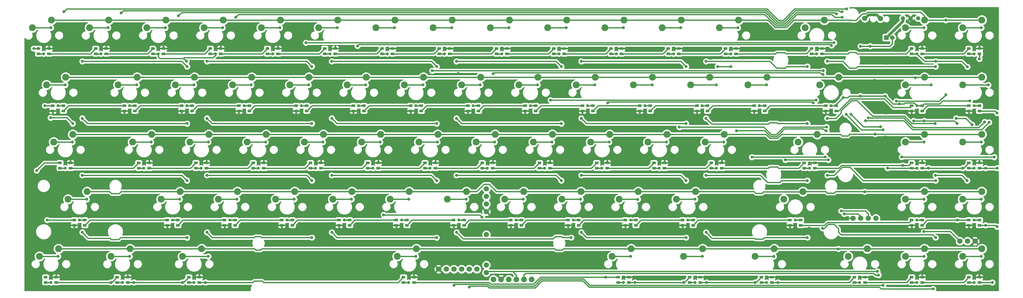
<source format=gbr>
G04 #@! TF.FileFunction,Copper,L1,Top,Signal*
%FSLAX46Y46*%
G04 Gerber Fmt 4.6, Leading zero omitted, Abs format (unit mm)*
G04 Created by KiCad (PCBNEW 4.0.2-stable) date 7/14/2016 10:06:43 PM*
%MOMM*%
G01*
G04 APERTURE LIST*
%ADD10C,0.100000*%
%ADD11C,2.286000*%
%ADD12C,1.524000*%
%ADD13R,1.524000X1.524000*%
%ADD14C,1.879600*%
%ADD15C,1.778000*%
%ADD16R,1.300000X0.850000*%
%ADD17C,1.800000*%
%ADD18C,1.400000*%
%ADD19C,1.000000*%
%ADD20C,0.406400*%
%ADD21C,0.889000*%
%ADD22C,0.508000*%
%ADD23C,0.279400*%
%ADD24C,0.254000*%
G04 APERTURE END LIST*
D10*
D11*
X181898750Y-103697500D03*
X175548750Y-106237500D03*
D12*
X352135950Y-71392850D03*
D13*
X350135950Y-71392850D03*
D14*
X219426950Y-151972850D03*
X221966950Y-151972850D03*
X224506950Y-151972850D03*
X227046950Y-151972850D03*
X229586950Y-151972850D03*
X232126950Y-151972850D03*
D15*
X217085950Y-149742850D03*
X217085950Y-147202850D03*
X217085950Y-137042850D03*
X217085950Y-129422850D03*
X217085950Y-126882850D03*
X217085950Y-124342850D03*
X217085950Y-121802850D03*
D16*
X266828450Y-133947850D03*
X266828450Y-132197850D03*
X263328450Y-132197850D03*
X263328450Y-133947850D03*
X68065950Y-75047850D03*
X68065950Y-76797850D03*
X71565950Y-76797850D03*
X71565950Y-75047850D03*
X87115950Y-75047850D03*
X87115950Y-76797850D03*
X90615950Y-76797850D03*
X90615950Y-75047850D03*
X106165950Y-75047850D03*
X106165950Y-76797850D03*
X109665950Y-76797850D03*
X109665950Y-75047850D03*
X125215950Y-75047850D03*
X125215950Y-76797850D03*
X128715950Y-76797850D03*
X128715950Y-75047850D03*
X144265950Y-75047850D03*
X144265950Y-76797850D03*
X147765950Y-76797850D03*
X147765950Y-75047850D03*
X163315950Y-75047850D03*
X163315950Y-76797850D03*
X166815950Y-76797850D03*
X166815950Y-75047850D03*
X182365950Y-75047850D03*
X182365950Y-76797850D03*
X185865950Y-76797850D03*
X185865950Y-75047850D03*
X201415950Y-75047850D03*
X201415950Y-76797850D03*
X204915950Y-76797850D03*
X204915950Y-75047850D03*
X220465950Y-75047850D03*
X220465950Y-76797850D03*
X223965950Y-76797850D03*
X223965950Y-75047850D03*
X239515950Y-75047850D03*
X239515950Y-76797850D03*
X243015950Y-76797850D03*
X243015950Y-75047850D03*
X258565950Y-75047850D03*
X258565950Y-76797850D03*
X262065950Y-76797850D03*
X262065950Y-75047850D03*
X277615950Y-75047850D03*
X277615950Y-76797850D03*
X281115950Y-76797850D03*
X281115950Y-75047850D03*
X296665950Y-75047850D03*
X296665950Y-76797850D03*
X300165950Y-76797850D03*
X300165950Y-75047850D03*
X325240950Y-75047850D03*
X325240950Y-76797850D03*
X328740950Y-76797850D03*
X328740950Y-75047850D03*
X358578450Y-75047850D03*
X358578450Y-76797850D03*
X362078450Y-76797850D03*
X362078450Y-75047850D03*
X377628450Y-75047850D03*
X377628450Y-76797850D03*
X381128450Y-76797850D03*
X381128450Y-75047850D03*
X76328450Y-95847850D03*
X76328450Y-94097850D03*
X72828450Y-94097850D03*
X72828450Y-95847850D03*
X100140950Y-95847850D03*
X100140950Y-94097850D03*
X96640950Y-94097850D03*
X96640950Y-95847850D03*
X119190950Y-95847850D03*
X119190950Y-94097850D03*
X115690950Y-94097850D03*
X115690950Y-95847850D03*
X138240950Y-95847850D03*
X138240950Y-94097850D03*
X134740950Y-94097850D03*
X134740950Y-95847850D03*
X157290950Y-95847850D03*
X157290950Y-94097850D03*
X153790950Y-94097850D03*
X153790950Y-95847850D03*
X176340950Y-95847850D03*
X176340950Y-94097850D03*
X172840950Y-94097850D03*
X172840950Y-95847850D03*
X195390950Y-95847850D03*
X195390950Y-94097850D03*
X191890950Y-94097850D03*
X191890950Y-95847850D03*
X214440950Y-95847850D03*
X214440950Y-94097850D03*
X210940950Y-94097850D03*
X210940950Y-95847850D03*
X233490950Y-95847850D03*
X233490950Y-94097850D03*
X229990950Y-94097850D03*
X229990950Y-95847850D03*
X252540950Y-95847850D03*
X252540950Y-94097850D03*
X249040950Y-94097850D03*
X249040950Y-95847850D03*
X271590950Y-95847850D03*
X271590950Y-94097850D03*
X268090950Y-94097850D03*
X268090950Y-95847850D03*
X290640950Y-95847850D03*
X290640950Y-94097850D03*
X287140950Y-94097850D03*
X287140950Y-95847850D03*
X309690950Y-95847850D03*
X309690950Y-94097850D03*
X306190950Y-94097850D03*
X306190950Y-95847850D03*
X333503450Y-95847850D03*
X333503450Y-94097850D03*
X330003450Y-94097850D03*
X330003450Y-95847850D03*
X362078450Y-95847850D03*
X362078450Y-94097850D03*
X358578450Y-94097850D03*
X358578450Y-95847850D03*
X381128450Y-95847850D03*
X381128450Y-94097850D03*
X377628450Y-94097850D03*
X377628450Y-95847850D03*
X75209700Y-113147850D03*
X75209700Y-114897850D03*
X78709700Y-114897850D03*
X78709700Y-113147850D03*
X101403450Y-113147850D03*
X101403450Y-114897850D03*
X104903450Y-114897850D03*
X104903450Y-113147850D03*
X120453450Y-113147850D03*
X120453450Y-114897850D03*
X123953450Y-114897850D03*
X123953450Y-113147850D03*
X139503450Y-113147850D03*
X139503450Y-114897850D03*
X143003450Y-114897850D03*
X143003450Y-113147850D03*
X158553450Y-113147850D03*
X158553450Y-114897850D03*
X162053450Y-114897850D03*
X162053450Y-113147850D03*
X177603450Y-113147850D03*
X177603450Y-114897850D03*
X181103450Y-114897850D03*
X181103450Y-113147850D03*
X196653450Y-113147850D03*
X196653450Y-114897850D03*
X200153450Y-114897850D03*
X200153450Y-113147850D03*
X215703450Y-113147850D03*
X215703450Y-114897850D03*
X219203450Y-114897850D03*
X219203450Y-113147850D03*
X234753450Y-113147850D03*
X234753450Y-114897850D03*
X238253450Y-114897850D03*
X238253450Y-113147850D03*
X253803450Y-113147850D03*
X253803450Y-114897850D03*
X257303450Y-114897850D03*
X257303450Y-113147850D03*
X272853450Y-113147850D03*
X272853450Y-114897850D03*
X276353450Y-114897850D03*
X276353450Y-113147850D03*
X291903450Y-113147850D03*
X291903450Y-114897850D03*
X295403450Y-114897850D03*
X295403450Y-113147850D03*
X322859700Y-113147850D03*
X322859700Y-114897850D03*
X326359700Y-114897850D03*
X326359700Y-113147850D03*
X358578450Y-113147850D03*
X358578450Y-114897850D03*
X362078450Y-114897850D03*
X362078450Y-113147850D03*
X377628450Y-113147850D03*
X377628450Y-114897850D03*
X381128450Y-114897850D03*
X381128450Y-113147850D03*
X83472200Y-133947850D03*
X83472200Y-132197850D03*
X79972200Y-132197850D03*
X79972200Y-133947850D03*
X114428450Y-133947850D03*
X114428450Y-132197850D03*
X110928450Y-132197850D03*
X110928450Y-133947850D03*
X133478450Y-133947850D03*
X133478450Y-132197850D03*
X129978450Y-132197850D03*
X129978450Y-133947850D03*
X152528450Y-133947850D03*
X152528450Y-132197850D03*
X149028450Y-132197850D03*
X149028450Y-133947850D03*
X171578450Y-133947850D03*
X171578450Y-132197850D03*
X168078450Y-132197850D03*
X168078450Y-133947850D03*
X190628450Y-133947850D03*
X190628450Y-132197850D03*
X187128450Y-132197850D03*
X187128450Y-133947850D03*
X209678450Y-133947850D03*
X209678450Y-132197850D03*
X206178450Y-132197850D03*
X206178450Y-133947850D03*
X228728450Y-133947850D03*
X228728450Y-132197850D03*
X225228450Y-132197850D03*
X225228450Y-133947850D03*
X247778450Y-133947850D03*
X247778450Y-132197850D03*
X244278450Y-132197850D03*
X244278450Y-133947850D03*
X285878450Y-133947850D03*
X285878450Y-132197850D03*
X282378450Y-132197850D03*
X282378450Y-133947850D03*
X321597200Y-133947850D03*
X321597200Y-132197850D03*
X318097200Y-132197850D03*
X318097200Y-133947850D03*
X362078450Y-133947850D03*
X362078450Y-132197850D03*
X358578450Y-132197850D03*
X358578450Y-133947850D03*
X381128450Y-133947850D03*
X381128450Y-132197850D03*
X377628450Y-132197850D03*
X377628450Y-133947850D03*
X70447200Y-151247850D03*
X70447200Y-152997850D03*
X73947200Y-152997850D03*
X73947200Y-151247850D03*
X189509700Y-151247850D03*
X189509700Y-152997850D03*
X193009700Y-152997850D03*
X193009700Y-151247850D03*
X260947200Y-151247850D03*
X260947200Y-152997850D03*
X264447200Y-152997850D03*
X264447200Y-151247850D03*
X284759700Y-151247850D03*
X284759700Y-152997850D03*
X288259700Y-152997850D03*
X288259700Y-151247850D03*
X308572200Y-151247850D03*
X308572200Y-152997850D03*
X312072200Y-152997850D03*
X312072200Y-151247850D03*
X377628450Y-151247850D03*
X377628450Y-152997850D03*
X381128450Y-152997850D03*
X381128450Y-151247850D03*
X339528450Y-151247850D03*
X339528450Y-152997850D03*
X343028450Y-152997850D03*
X343028450Y-151247850D03*
X358578450Y-151247850D03*
X358578450Y-152997850D03*
X362078450Y-152997850D03*
X362078450Y-151247850D03*
X94259700Y-151247850D03*
X94259700Y-152997850D03*
X97759700Y-152997850D03*
X97759700Y-151247850D03*
X118072200Y-151247850D03*
X118072200Y-152997850D03*
X121572200Y-152997850D03*
X121572200Y-151247850D03*
D17*
X341595950Y-131632850D03*
X344135950Y-131632850D03*
X339055950Y-131632850D03*
X374615950Y-139252850D03*
X211365950Y-148572850D03*
X213905950Y-148572850D03*
X208825950Y-148572850D03*
X206285950Y-148572850D03*
X379695950Y-139252850D03*
X346675950Y-131632850D03*
X377155950Y-139252850D03*
X201205950Y-148572850D03*
X203745950Y-148572850D03*
D11*
X72355950Y-65592850D03*
X66005950Y-68132850D03*
X91406350Y-65592850D03*
X85056350Y-68132850D03*
X110456750Y-65592850D03*
X104106750Y-68132850D03*
X129507150Y-65592850D03*
X123157150Y-68132850D03*
X167607950Y-65592850D03*
X161257950Y-68132850D03*
X205708750Y-65592850D03*
X199358750Y-68132850D03*
X224759150Y-65592850D03*
X218409150Y-68132850D03*
X243809550Y-65592850D03*
X237459550Y-68132850D03*
X262859950Y-65592850D03*
X256509950Y-68132850D03*
X281910350Y-65592850D03*
X275560350Y-68132850D03*
X300960750Y-65592850D03*
X294610750Y-68132850D03*
X329536350Y-65592850D03*
X323186350Y-68132850D03*
X381923750Y-65597500D03*
X375573750Y-68137500D03*
X77118550Y-84643250D03*
X70768550Y-87183250D03*
X119986250Y-84647500D03*
X113636250Y-87187500D03*
X139036250Y-84647500D03*
X132686250Y-87187500D03*
X158086250Y-84647500D03*
X151736250Y-87187500D03*
X177136250Y-84647500D03*
X170786250Y-87187500D03*
X196186250Y-84647500D03*
X189836250Y-87187500D03*
X215236250Y-84647500D03*
X208886250Y-87187500D03*
X234284350Y-84643250D03*
X227934350Y-87183250D03*
X253334750Y-84643250D03*
X246984750Y-87183250D03*
X272385150Y-84643250D03*
X266035150Y-87183250D03*
X291435550Y-84643250D03*
X285085550Y-87183250D03*
X310485950Y-84643250D03*
X304135950Y-87183250D03*
X334298950Y-84643250D03*
X327948950Y-87183250D03*
X362873750Y-84647500D03*
X356523750Y-87187500D03*
X381923750Y-84647500D03*
X375573750Y-87187500D03*
X79505000Y-103697500D03*
X73155000Y-106237500D03*
X105698750Y-103697500D03*
X99348750Y-106237500D03*
X124748750Y-103697500D03*
X118398750Y-106237500D03*
X143798750Y-103697500D03*
X137448750Y-106237500D03*
X200948750Y-103697500D03*
X194598750Y-106237500D03*
X219998750Y-103697500D03*
X213648750Y-106237500D03*
X258098750Y-103697500D03*
X251748750Y-106237500D03*
X277148750Y-103697500D03*
X270798750Y-106237500D03*
X296198750Y-103697500D03*
X289848750Y-106237500D03*
X327155000Y-103697500D03*
X320805000Y-106237500D03*
X381923750Y-103697500D03*
X375573750Y-106237500D03*
X84267500Y-122747500D03*
X77917500Y-125287500D03*
X115223750Y-122747500D03*
X108873750Y-125287500D03*
X134273750Y-122747500D03*
X127923750Y-125287500D03*
X153323750Y-122747500D03*
X146973750Y-125287500D03*
X172373750Y-122747500D03*
X166023750Y-125287500D03*
X191423750Y-122747500D03*
X185073750Y-125287500D03*
X210473750Y-122747500D03*
X204123750Y-125287500D03*
X229523750Y-122747500D03*
X223173750Y-125287500D03*
X248573750Y-122747500D03*
X242223750Y-125287500D03*
X267623750Y-122747500D03*
X261273750Y-125287500D03*
X286673750Y-122747500D03*
X280323750Y-125287500D03*
X322392500Y-122747500D03*
X316042500Y-125287500D03*
X362873750Y-122747500D03*
X356523750Y-125287500D03*
X381923750Y-122747500D03*
X375573750Y-125287500D03*
X74742500Y-141797500D03*
X68392500Y-144337500D03*
X98555000Y-141797500D03*
X92205000Y-144337500D03*
X122367500Y-141797500D03*
X116017500Y-144337500D03*
X193805000Y-141797500D03*
X187455000Y-144337500D03*
X265242500Y-141797500D03*
X258892500Y-144337500D03*
X289055000Y-141797500D03*
X282705000Y-144337500D03*
X312867500Y-141797500D03*
X306517500Y-144337500D03*
X343823750Y-141797500D03*
X337473750Y-144337500D03*
X362873750Y-141797500D03*
X356523750Y-144337500D03*
X381923750Y-141797500D03*
X375573750Y-144337500D03*
D18*
X355635950Y-64932850D03*
X358175950Y-64932850D03*
X360715950Y-64932850D03*
D11*
X362873750Y-103697500D03*
X356523750Y-106237500D03*
X362873750Y-65597500D03*
X356523750Y-68137500D03*
X148557550Y-65592850D03*
X142207550Y-68132850D03*
X186658350Y-65592850D03*
X180308350Y-68132850D03*
X100931550Y-84643250D03*
X94581550Y-87183250D03*
X162848750Y-103697500D03*
X156498750Y-106237500D03*
X239048750Y-103697500D03*
X232698750Y-106237500D03*
D19*
X366015950Y-134692850D03*
X326555950Y-131632850D03*
X324475950Y-134882850D03*
X350125950Y-96542850D03*
X366015950Y-96682850D03*
D15*
X350115950Y-79602850D03*
D19*
X352035950Y-107972850D03*
X349795950Y-104482850D03*
D15*
X363395950Y-62422850D03*
X359435950Y-66702850D03*
D19*
X327175950Y-81052850D03*
X351635950Y-90872850D03*
X346255950Y-85622850D03*
X208685950Y-75047850D03*
X199645950Y-75052850D03*
X218675950Y-75042850D03*
X279575950Y-151247850D03*
X306795950Y-151242850D03*
X282985950Y-151252850D03*
D15*
X218645950Y-134242850D03*
D19*
X291635950Y-78352850D03*
X288175950Y-75052850D03*
X294985950Y-75052850D03*
X245525950Y-81052850D03*
X247715950Y-75032850D03*
X256895950Y-75052850D03*
X371615950Y-82742850D03*
D15*
X337795950Y-70732850D03*
D19*
X79315950Y-98292850D03*
X120815950Y-98302850D03*
X159155950Y-96682850D03*
X199975950Y-96682850D03*
X241485950Y-96682850D03*
X282995950Y-96672850D03*
X323335950Y-96682850D03*
X327315950Y-120952850D03*
X290705950Y-120662850D03*
X249195950Y-120642850D03*
X207695950Y-120662850D03*
X166185950Y-120662850D03*
X124675950Y-120662850D03*
X83165950Y-120672850D03*
X75465950Y-134682850D03*
X116975950Y-134682850D03*
X158485950Y-134682850D03*
X199975950Y-134682850D03*
X241485950Y-134682850D03*
X286855950Y-136292850D03*
X286855950Y-81052850D03*
X207695950Y-83382850D03*
X166185950Y-82662850D03*
X124675950Y-82662850D03*
X83155950Y-82662850D03*
X379385950Y-151252850D03*
X360335950Y-151252850D03*
X341285950Y-151252850D03*
X310325950Y-151252850D03*
X286515950Y-151252850D03*
X262705950Y-151252850D03*
X191265950Y-151252850D03*
X119825950Y-151252850D03*
X96015950Y-151252850D03*
X72205950Y-151252850D03*
X379375950Y-133942850D03*
X360325950Y-133942850D03*
X319845950Y-133942850D03*
X284125950Y-133942850D03*
X265075950Y-133942850D03*
X246025950Y-133942850D03*
X226975950Y-133942850D03*
X207925950Y-133942850D03*
X188875950Y-133942850D03*
X169825950Y-133942850D03*
X150775950Y-133942850D03*
X131725950Y-133942850D03*
X112675950Y-133942850D03*
X81715950Y-133942850D03*
X379385950Y-113152850D03*
X360335950Y-113152850D03*
X324615950Y-113152850D03*
X293655950Y-113152850D03*
X274605950Y-113152850D03*
X255555950Y-113152850D03*
X236505950Y-113152850D03*
X217455950Y-113152850D03*
X198405950Y-113152850D03*
X179355950Y-113152850D03*
X160305950Y-113152850D03*
X141255950Y-113152850D03*
X122205950Y-113152850D03*
X103155950Y-113152850D03*
X76965950Y-113152850D03*
X379375950Y-95842850D03*
X360325950Y-95842850D03*
X331745950Y-95842850D03*
X307935950Y-95842850D03*
X288885950Y-95842850D03*
X269835950Y-95842850D03*
X250785950Y-95842850D03*
X231735950Y-95842850D03*
X212685950Y-95842850D03*
X193635950Y-95842850D03*
X174585950Y-95842850D03*
X155535950Y-95842850D03*
X136485950Y-95842850D03*
X117435950Y-95842850D03*
X98385950Y-95842850D03*
X74575950Y-95842850D03*
X379385950Y-75052850D03*
X360325950Y-75052850D03*
X326995950Y-75052850D03*
X298415950Y-75052850D03*
X279365950Y-75052850D03*
X260315950Y-75052850D03*
X241265950Y-75052850D03*
X222215950Y-75052850D03*
X203165950Y-75052850D03*
X184115950Y-75052850D03*
X165065950Y-75052850D03*
X146015950Y-75052850D03*
X126965950Y-75052850D03*
X107915950Y-75052850D03*
X88865950Y-75042850D03*
X69815950Y-75052850D03*
X362615950Y-136042850D03*
X341535950Y-90852850D03*
X335765950Y-91402850D03*
X349735950Y-90882850D03*
X298415950Y-81102850D03*
X294005950Y-81032850D03*
X117305950Y-79292850D03*
X72115950Y-98102850D03*
X79455950Y-100052850D03*
X377105950Y-81142850D03*
D15*
X342995950Y-64992850D03*
X348205950Y-65092850D03*
D19*
X344765950Y-74262850D03*
X341545950Y-74282850D03*
X350585950Y-114922850D03*
X354515950Y-93542850D03*
X366525950Y-117292850D03*
X377025950Y-119042850D03*
X373715950Y-100052850D03*
X377905950Y-92462850D03*
X359205950Y-99142850D03*
X362715950Y-99142850D03*
X366555950Y-79302850D03*
X379375950Y-152992850D03*
X360325950Y-152992850D03*
X341275950Y-152992850D03*
X310315950Y-152992850D03*
X286505950Y-152992850D03*
X262695950Y-152992850D03*
X191255950Y-152992850D03*
X119815950Y-152992850D03*
X96005950Y-152992850D03*
X72185950Y-152992850D03*
X379385950Y-132202850D03*
X360335950Y-132202850D03*
X319845950Y-132202850D03*
X284135950Y-132202850D03*
X265085950Y-132202850D03*
X246035950Y-132202850D03*
X226985950Y-132202850D03*
X207935950Y-132202850D03*
X188885950Y-132202850D03*
X169825950Y-132202850D03*
X150785950Y-132202850D03*
X131735950Y-132202850D03*
X112685950Y-132202850D03*
X81725950Y-132202850D03*
X379375950Y-114892850D03*
X360325950Y-114892850D03*
X324605950Y-114892850D03*
X293645950Y-114892850D03*
X274595950Y-114892850D03*
X255545950Y-114892850D03*
X236495950Y-114892850D03*
X217445950Y-114892850D03*
X198395950Y-114892850D03*
X179345950Y-114892850D03*
X160295950Y-114892850D03*
X141245950Y-114892850D03*
X122195950Y-114892850D03*
X103145950Y-114892850D03*
X76955950Y-114892850D03*
X379385950Y-94102850D03*
X360335950Y-94102850D03*
X331755950Y-94102850D03*
X307945950Y-94102850D03*
X288895950Y-94102850D03*
X269845950Y-94102850D03*
X250795950Y-94102850D03*
X231745950Y-94102850D03*
X212695950Y-94102850D03*
X193645950Y-94102850D03*
X174595950Y-94102850D03*
X155545950Y-94102850D03*
X136495950Y-94102850D03*
X117445950Y-94102850D03*
X98395950Y-94102850D03*
X74575950Y-94102850D03*
X379375950Y-76792850D03*
X360325950Y-76792850D03*
X326985950Y-76792850D03*
X298415950Y-76792850D03*
X279365950Y-76792850D03*
X260315950Y-76792850D03*
X241265950Y-76792850D03*
X222215950Y-76792850D03*
X203165950Y-76792850D03*
X184115950Y-76792850D03*
X165065950Y-76792850D03*
X146015950Y-76792850D03*
X126965950Y-76792850D03*
X107915950Y-76802850D03*
X88865950Y-76802850D03*
X69815950Y-76792850D03*
X72220000Y-68130000D03*
X110310000Y-68120000D03*
X148410000Y-68130000D03*
X76525950Y-62782850D03*
X336965950Y-61862850D03*
X167460000Y-68130000D03*
X186500000Y-68130000D03*
X205560000Y-68130000D03*
X224610000Y-68130000D03*
X243660000Y-68130000D03*
X95545950Y-63222850D03*
X335425950Y-62782850D03*
X262700000Y-68130000D03*
X281750000Y-68130000D03*
X300810000Y-68130000D03*
X114635950Y-64142850D03*
X333575950Y-63462850D03*
X362730000Y-68140000D03*
X381780000Y-68130000D03*
X76970000Y-87180000D03*
X100770000Y-87180000D03*
X119820000Y-87180000D03*
X133665950Y-64652850D03*
X335415950Y-64662850D03*
X138870000Y-87180000D03*
X157950000Y-87190000D03*
X176970000Y-87190000D03*
X196020000Y-87190000D03*
X332765950Y-73112850D03*
X157035950Y-73112850D03*
X215060000Y-87180000D03*
X234130000Y-87190000D03*
X253170000Y-87180000D03*
X272240000Y-87180000D03*
X174225950Y-74172850D03*
X331895950Y-74022850D03*
X293580000Y-87180000D03*
X310320000Y-87180000D03*
X365050000Y-87190000D03*
X384110000Y-87190000D03*
X199035950Y-82452850D03*
X329175950Y-82422850D03*
X338375950Y-96972850D03*
X348245950Y-101162850D03*
X79350000Y-106230000D03*
X105530000Y-106230000D03*
X124590000Y-106230000D03*
X143630000Y-106240000D03*
X329125950Y-83672850D03*
X219365950Y-83452850D03*
X336755950Y-97012850D03*
X349055950Y-102142850D03*
X162710000Y-106240000D03*
X181740000Y-106230000D03*
X200790000Y-106240000D03*
X219860000Y-106240000D03*
X238445950Y-92232850D03*
X326785950Y-92222850D03*
X238890000Y-106230000D03*
X257940000Y-106240000D03*
X277010000Y-106230000D03*
X296040000Y-106230000D03*
X325875950Y-93152850D03*
X257475950Y-93142850D03*
X362720000Y-106240000D03*
X381770000Y-106240000D03*
X84150000Y-125290000D03*
X330235950Y-101202850D03*
X281275950Y-101222850D03*
X115060000Y-125290000D03*
X134130000Y-125280000D03*
X153170000Y-125290000D03*
X172240000Y-125290000D03*
X191280000Y-125280000D03*
X330225950Y-102502850D03*
X300325950Y-102442850D03*
X210350000Y-125290000D03*
X229380000Y-125280000D03*
X248440000Y-125290000D03*
X267470000Y-125300000D03*
X286530000Y-125280000D03*
X329855950Y-111222850D03*
X305435950Y-111222850D03*
X362730000Y-125290000D03*
X381780000Y-125280000D03*
X316565950Y-112172850D03*
X330845950Y-112172850D03*
X74600000Y-144330000D03*
X98410000Y-144330000D03*
X124560000Y-144330000D03*
X193660000Y-144340000D03*
X265090000Y-144340000D03*
X211365950Y-154552850D03*
X365735950Y-155182850D03*
X288920000Y-144330000D03*
X312720000Y-144340000D03*
X362730000Y-144340000D03*
X381760000Y-144330000D03*
X355285950Y-111202850D03*
X386075950Y-111212850D03*
X206285950Y-153962850D03*
X349105950Y-153962850D03*
X384335950Y-99632850D03*
X343215950Y-99122850D03*
X382865950Y-99492850D03*
X344145950Y-98162850D03*
X347205950Y-149342850D03*
X336155950Y-130162850D03*
X347565950Y-150542850D03*
X335145950Y-129192850D03*
X359855950Y-84772850D03*
X342955950Y-122792850D03*
X346445950Y-103552850D03*
X369945950Y-90462850D03*
X369955950Y-65602850D03*
X353465950Y-92592850D03*
X215635950Y-131232850D03*
X182895950Y-130482850D03*
X334205950Y-141822850D03*
X91250000Y-68130000D03*
X129350000Y-68130000D03*
X70195950Y-94092850D03*
X66515950Y-75042850D03*
X381115950Y-78512850D03*
X383185950Y-114902850D03*
X387055950Y-114902850D03*
X386995950Y-96512850D03*
X70945950Y-132192850D03*
X67465950Y-115692850D03*
X355585950Y-113992850D03*
X375565950Y-114892850D03*
X364135950Y-114902850D03*
X373795950Y-132202850D03*
X383195950Y-133942850D03*
X385435950Y-152992850D03*
X386985950Y-134422850D03*
X92195950Y-152992850D03*
X115965950Y-152992850D03*
X99815950Y-153002850D03*
X123625950Y-153012850D03*
X256755950Y-151242850D03*
X282695950Y-152992850D03*
X266505950Y-153002850D03*
X306515950Y-153002850D03*
X290325950Y-153002850D03*
X314135950Y-153002850D03*
X117515950Y-81052850D03*
X82625950Y-79292850D03*
X159025950Y-81042850D03*
X124135950Y-79302850D03*
X200535950Y-81052850D03*
X165635950Y-79292850D03*
X242025950Y-81042850D03*
X207145950Y-79302850D03*
X283535950Y-81042850D03*
X248655950Y-79302850D03*
X290155950Y-79292850D03*
X323865950Y-81042850D03*
X366545950Y-81052850D03*
X330495950Y-79292850D03*
X117505950Y-119042850D03*
X82625950Y-117302850D03*
X159025950Y-119042850D03*
X124125950Y-117302850D03*
X82625950Y-98292850D03*
X117505950Y-100042850D03*
X124135950Y-98292850D03*
X159025950Y-100052850D03*
X165655950Y-98292850D03*
X200525950Y-100052850D03*
X207145950Y-98292850D03*
X242045950Y-100042850D03*
X248655950Y-98302850D03*
X283545950Y-100042850D03*
X290175950Y-98292850D03*
X323875950Y-100042850D03*
X366425950Y-100052850D03*
X330505950Y-98302850D03*
X378705950Y-100432850D03*
X373405950Y-98292850D03*
X200525950Y-119052850D03*
X165645950Y-117302850D03*
X242035950Y-119052850D03*
X207145950Y-117292850D03*
X283545950Y-119052850D03*
X248655950Y-117292850D03*
X323875950Y-119042850D03*
X290175950Y-117292850D03*
X330525950Y-117302850D03*
X366555950Y-119042850D03*
X82635950Y-136302850D03*
X117505950Y-138052850D03*
X124135950Y-136292850D03*
X159035950Y-138042850D03*
X165645950Y-136302850D03*
X200525950Y-138052850D03*
X207165950Y-136292850D03*
X245305950Y-138042850D03*
X248665950Y-136292850D03*
X283545950Y-138042850D03*
X290185950Y-136302850D03*
X323875950Y-138042850D03*
X366555950Y-138042850D03*
X328945950Y-134962850D03*
D20*
X358578450Y-133947850D02*
X358578450Y-134685369D01*
X364045947Y-134692850D02*
X366015950Y-134692850D01*
X363665939Y-135072858D02*
X364045947Y-134692850D01*
X358965939Y-135072858D02*
X363665939Y-135072858D01*
X358578450Y-134685369D02*
X358965939Y-135072858D01*
X339055950Y-131632850D02*
X326555950Y-131632850D01*
X358578450Y-95847850D02*
X350820950Y-95847850D01*
X350820950Y-95847850D02*
X350125950Y-96542850D01*
X90615950Y-75047850D02*
X103180950Y-75047850D01*
X106415950Y-73552850D02*
X107915950Y-75052850D01*
X104675950Y-73552850D02*
X106415950Y-73552850D01*
X103180950Y-75047850D02*
X104675950Y-73552850D01*
D21*
X350115950Y-79602850D02*
X350095950Y-79602850D01*
D20*
X352035950Y-107972850D02*
X352035950Y-106722850D01*
X352035950Y-106722850D02*
X349795950Y-104482850D01*
D21*
X358175950Y-64932850D02*
X358175950Y-65442850D01*
X358175950Y-65442850D02*
X359435950Y-66702850D01*
D20*
X199640950Y-75047850D02*
X199645950Y-75052850D01*
X199640950Y-75047850D02*
X185865950Y-75047850D01*
X218670950Y-75047850D02*
X218675950Y-75042850D01*
X218670950Y-75047850D02*
X208685950Y-75047850D01*
X208685950Y-75047850D02*
X204915950Y-75047850D01*
X306790950Y-151247850D02*
X306795950Y-151242850D01*
X306790950Y-151247850D02*
X288259700Y-151247850D01*
X282980950Y-151247850D02*
X282985950Y-151252850D01*
X282980950Y-151247850D02*
X279575950Y-151247850D01*
X279575950Y-151247850D02*
X264447200Y-151247850D01*
X288175950Y-75052850D02*
X288175950Y-75047850D01*
X288175950Y-75047850D02*
X288175950Y-75052850D01*
X288175950Y-75052850D02*
X288175950Y-75047850D01*
X294980950Y-75047850D02*
X294985950Y-75052850D01*
X294980950Y-75047850D02*
X288175950Y-75047850D01*
X288175950Y-75047850D02*
X281115950Y-75047850D01*
X247715950Y-75032850D02*
X247715950Y-75047850D01*
X247715950Y-75047850D02*
X247715950Y-75032850D01*
X247715950Y-75032850D02*
X247715950Y-75047850D01*
X256890950Y-75047850D02*
X247715950Y-75047850D01*
X247715950Y-75047850D02*
X243015950Y-75047850D01*
X256890950Y-75047850D02*
X256895950Y-75052850D01*
D22*
X337795950Y-70732850D02*
X337805950Y-70722850D01*
D20*
X381123450Y-151252850D02*
X379385950Y-151252850D01*
X381123450Y-151252850D02*
X381128450Y-151247850D01*
X362073450Y-151252850D02*
X360335950Y-151252850D01*
X362073450Y-151252850D02*
X362078450Y-151247850D01*
X343023450Y-151252850D02*
X341285950Y-151252850D01*
X343023450Y-151252850D02*
X343028450Y-151247850D01*
X312067200Y-151252850D02*
X310325950Y-151252850D01*
X312067200Y-151252850D02*
X312072200Y-151247850D01*
X288254700Y-151252850D02*
X286515950Y-151252850D01*
X288254700Y-151252850D02*
X288259700Y-151247850D01*
X264442200Y-151252850D02*
X262705950Y-151252850D01*
X264442200Y-151252850D02*
X264447200Y-151247850D01*
X193004700Y-151252850D02*
X191265950Y-151252850D01*
X193004700Y-151252850D02*
X193009700Y-151247850D01*
X121567200Y-151252850D02*
X119825950Y-151252850D01*
X121567200Y-151252850D02*
X121572200Y-151247850D01*
X97754700Y-151252850D02*
X96015950Y-151252850D01*
X97754700Y-151252850D02*
X97759700Y-151247850D01*
X73942200Y-151252850D02*
X72205950Y-151252850D01*
X73942200Y-151252850D02*
X73947200Y-151247850D01*
X377633450Y-133942850D02*
X379375950Y-133942850D01*
X377633450Y-133942850D02*
X377628450Y-133947850D01*
X358583450Y-133942850D02*
X360325950Y-133942850D01*
X358583450Y-133942850D02*
X358578450Y-133947850D01*
X318102200Y-133942850D02*
X319845950Y-133942850D01*
X318102200Y-133942850D02*
X318097200Y-133947850D01*
X282383450Y-133942850D02*
X284125950Y-133942850D01*
X282383450Y-133942850D02*
X282378450Y-133947850D01*
X263333450Y-133942850D02*
X265075950Y-133942850D01*
X263333450Y-133942850D02*
X263328450Y-133947850D01*
X244283450Y-133942850D02*
X246025950Y-133942850D01*
X244283450Y-133942850D02*
X244278450Y-133947850D01*
X225233450Y-133942850D02*
X226975950Y-133942850D01*
X225233450Y-133942850D02*
X225228450Y-133947850D01*
X206183450Y-133942850D02*
X207925950Y-133942850D01*
X206183450Y-133942850D02*
X206178450Y-133947850D01*
X187133450Y-133942850D02*
X188875950Y-133942850D01*
X187133450Y-133942850D02*
X187128450Y-133947850D01*
X168083450Y-133942850D02*
X169825950Y-133942850D01*
X168083450Y-133942850D02*
X168078450Y-133947850D01*
X149033450Y-133942850D02*
X150775950Y-133942850D01*
X149033450Y-133942850D02*
X149028450Y-133947850D01*
X129983450Y-133942850D02*
X131725950Y-133942850D01*
X129983450Y-133942850D02*
X129978450Y-133947850D01*
X112675950Y-133942850D02*
X112105950Y-133942850D01*
X112100950Y-133947850D02*
X110928450Y-133947850D01*
X112105950Y-133942850D02*
X112100950Y-133947850D01*
X79977200Y-133942850D02*
X81715950Y-133942850D01*
X79977200Y-133942850D02*
X79972200Y-133947850D01*
X381123450Y-113152850D02*
X379385950Y-113152850D01*
X381123450Y-113152850D02*
X381128450Y-113147850D01*
X362073450Y-113152850D02*
X360335950Y-113152850D01*
X362073450Y-113152850D02*
X362078450Y-113147850D01*
X326354700Y-113152850D02*
X324615950Y-113152850D01*
X326354700Y-113152850D02*
X326359700Y-113147850D01*
X295398450Y-113152850D02*
X293655950Y-113152850D01*
X295398450Y-113152850D02*
X295403450Y-113147850D01*
X276348450Y-113152850D02*
X274605950Y-113152850D01*
X276348450Y-113152850D02*
X276353450Y-113147850D01*
X257298450Y-113152850D02*
X255555950Y-113152850D01*
X257298450Y-113152850D02*
X257303450Y-113147850D01*
X238248450Y-113152850D02*
X236505950Y-113152850D01*
X238248450Y-113152850D02*
X238253450Y-113147850D01*
X219198450Y-113152850D02*
X217455950Y-113152850D01*
X219198450Y-113152850D02*
X219203450Y-113147850D01*
X200148450Y-113152850D02*
X198405950Y-113152850D01*
X200148450Y-113152850D02*
X200153450Y-113147850D01*
X181098450Y-113152850D02*
X179355950Y-113152850D01*
X181098450Y-113152850D02*
X181103450Y-113147850D01*
X162048450Y-113152850D02*
X160305950Y-113152850D01*
X162048450Y-113152850D02*
X162053450Y-113147850D01*
X142998450Y-113152850D02*
X141255950Y-113152850D01*
X142998450Y-113152850D02*
X143003450Y-113147850D01*
X123948450Y-113152850D02*
X122205950Y-113152850D01*
X123948450Y-113152850D02*
X123953450Y-113147850D01*
X103155950Y-113152850D02*
X104135950Y-113152850D01*
X104140950Y-113147850D02*
X104903450Y-113147850D01*
X104135950Y-113152850D02*
X104140950Y-113147850D01*
X78704700Y-113152850D02*
X76965950Y-113152850D01*
X78704700Y-113152850D02*
X78709700Y-113147850D01*
X377633450Y-95842850D02*
X379375950Y-95842850D01*
X377633450Y-95842850D02*
X377628450Y-95847850D01*
X358583450Y-95842850D02*
X360325950Y-95842850D01*
X358583450Y-95842850D02*
X358578450Y-95847850D01*
X330008450Y-95842850D02*
X331745950Y-95842850D01*
X330008450Y-95842850D02*
X330003450Y-95847850D01*
X306195950Y-95842850D02*
X307935950Y-95842850D01*
X306195950Y-95842850D02*
X306190950Y-95847850D01*
X287145950Y-95842850D02*
X288885950Y-95842850D01*
X287145950Y-95842850D02*
X287140950Y-95847850D01*
X268095950Y-95842850D02*
X269835950Y-95842850D01*
X268095950Y-95842850D02*
X268090950Y-95847850D01*
X249045950Y-95842850D02*
X250785950Y-95842850D01*
X249045950Y-95842850D02*
X249040950Y-95847850D01*
X229995950Y-95842850D02*
X231735950Y-95842850D01*
X229995950Y-95842850D02*
X229990950Y-95847850D01*
X210945950Y-95842850D02*
X212685950Y-95842850D01*
X210945950Y-95842850D02*
X210940950Y-95847850D01*
X191895950Y-95842850D02*
X193635950Y-95842850D01*
X191895950Y-95842850D02*
X191890950Y-95847850D01*
X172845950Y-95842850D02*
X174585950Y-95842850D01*
X172845950Y-95842850D02*
X172840950Y-95847850D01*
X153795950Y-95842850D02*
X155535950Y-95842850D01*
X153795950Y-95842850D02*
X153790950Y-95847850D01*
X134745950Y-95842850D02*
X136485950Y-95842850D01*
X134745950Y-95842850D02*
X134740950Y-95847850D01*
X115695950Y-95842850D02*
X117435950Y-95842850D01*
X115695950Y-95842850D02*
X115690950Y-95847850D01*
X96645950Y-95842850D02*
X98385950Y-95842850D01*
X96645950Y-95842850D02*
X96640950Y-95847850D01*
X72833450Y-95842850D02*
X74575950Y-95842850D01*
X72833450Y-95842850D02*
X72828450Y-95847850D01*
X381123450Y-75052850D02*
X379385950Y-75052850D01*
X381123450Y-75052850D02*
X381128450Y-75047850D01*
X362073450Y-75052850D02*
X360325950Y-75052850D01*
X362073450Y-75052850D02*
X362078450Y-75047850D01*
X328735950Y-75052850D02*
X326995950Y-75052850D01*
X328735950Y-75052850D02*
X328740950Y-75047850D01*
X300160950Y-75052850D02*
X298415950Y-75052850D01*
X300160950Y-75052850D02*
X300165950Y-75047850D01*
X281110950Y-75052850D02*
X279365950Y-75052850D01*
X281110950Y-75052850D02*
X281115950Y-75047850D01*
X262060950Y-75052850D02*
X260315950Y-75052850D01*
X262060950Y-75052850D02*
X262065950Y-75047850D01*
X243010950Y-75052850D02*
X241265950Y-75052850D01*
X243010950Y-75052850D02*
X243015950Y-75047850D01*
X223960950Y-75052850D02*
X222215950Y-75052850D01*
X223960950Y-75052850D02*
X223965950Y-75047850D01*
X204910950Y-75052850D02*
X203165950Y-75052850D01*
X204910950Y-75052850D02*
X204915950Y-75047850D01*
X185860950Y-75052850D02*
X184115950Y-75052850D01*
X185860950Y-75052850D02*
X185865950Y-75047850D01*
X166810950Y-75052850D02*
X165065950Y-75052850D01*
X166810950Y-75052850D02*
X166815950Y-75047850D01*
X147760950Y-75052850D02*
X146015950Y-75052850D01*
X147760950Y-75052850D02*
X147765950Y-75047850D01*
X128710950Y-75052850D02*
X126965950Y-75052850D01*
X128710950Y-75052850D02*
X128715950Y-75047850D01*
X109660950Y-75052850D02*
X107915950Y-75052850D01*
X109660950Y-75052850D02*
X109665950Y-75047850D01*
X90610950Y-75042850D02*
X88865950Y-75042850D01*
X90610950Y-75042850D02*
X90615950Y-75047850D01*
X71560950Y-75052850D02*
X69815950Y-75052850D01*
X71560950Y-75052850D02*
X71565950Y-75047850D01*
X362615950Y-136042850D02*
X371405950Y-136042850D01*
X371405950Y-136042850D02*
X374615950Y-139252850D01*
X333503450Y-94097850D02*
X333503450Y-93665350D01*
X333503450Y-93665350D02*
X335765950Y-91402850D01*
X341535950Y-90852850D02*
X341535950Y-90882850D01*
X341535950Y-90882850D02*
X341535950Y-90852850D01*
X341535950Y-90852850D02*
X341535950Y-90882850D01*
X349735950Y-90882850D02*
X341535950Y-90882850D01*
X341535950Y-90882850D02*
X337885950Y-90882850D01*
X337885950Y-90882850D02*
X337365950Y-91402850D01*
X337365950Y-91402850D02*
X335765950Y-91402850D01*
X354515950Y-93542850D02*
X352395950Y-93542850D01*
X352395950Y-93542850D02*
X349735950Y-90882850D01*
X298345950Y-81032850D02*
X298415950Y-81102850D01*
X294005950Y-81032850D02*
X298345950Y-81032850D01*
X126965950Y-76792850D02*
X126965950Y-77312850D01*
X116545950Y-78132850D02*
X116345950Y-78332850D01*
X126145950Y-78132850D02*
X116545950Y-78132850D01*
X126965950Y-77312850D02*
X126145950Y-78132850D01*
X116345950Y-78332850D02*
X117305950Y-79292850D01*
X107915950Y-77842850D02*
X108405950Y-78332850D01*
X107915950Y-77842850D02*
X107915950Y-76802850D01*
X108405950Y-78332850D02*
X116345950Y-78332850D01*
X72115950Y-98102850D02*
X77505950Y-98102850D01*
X77505950Y-98102850D02*
X79455950Y-100052850D01*
X375265950Y-79302850D02*
X377105950Y-81142850D01*
X375265950Y-79302850D02*
X366555950Y-79302850D01*
D21*
X342995950Y-64992850D02*
X343085950Y-64992850D01*
X346925950Y-63812850D02*
X348205950Y-65092850D01*
X344265950Y-63812850D02*
X346925950Y-63812850D01*
X343085950Y-64992850D02*
X344265950Y-63812850D01*
D23*
X344765950Y-74262850D02*
X344765950Y-74282850D01*
X344765950Y-74282850D02*
X344765950Y-74262850D01*
X344765950Y-74262850D02*
X344765950Y-74282850D01*
D20*
X341545950Y-74282850D02*
X344765950Y-74282850D01*
X344765950Y-74282850D02*
X351365950Y-74282850D01*
X352135950Y-73512850D02*
X352135950Y-71392850D01*
X351365950Y-74282850D02*
X352135950Y-73512850D01*
X358553450Y-114922850D02*
X350585950Y-114922850D01*
X358553450Y-114922850D02*
X358578450Y-114897850D01*
X354515950Y-93542850D02*
X356115552Y-93542850D01*
X356115552Y-93542850D02*
X356455950Y-93202452D01*
X356455950Y-93202452D02*
X359435552Y-93202452D01*
X359435552Y-93202452D02*
X360335950Y-94102850D01*
X366525950Y-117292850D02*
X375275950Y-117292850D01*
X375275950Y-117292850D02*
X377025950Y-119042850D01*
X372805950Y-99142850D02*
X373715950Y-100052850D01*
X372805950Y-99142850D02*
X362715950Y-99142850D01*
X377905950Y-92462850D02*
X368865950Y-92462850D01*
X362688052Y-93488248D02*
X362078450Y-94097850D01*
X367840552Y-93488248D02*
X362688052Y-93488248D01*
X368865950Y-92462850D02*
X367840552Y-93488248D01*
X359205950Y-99142850D02*
X362715950Y-99142850D01*
X366555950Y-79302850D02*
X362835950Y-79302850D01*
X362835950Y-79302850D02*
X360325950Y-76792850D01*
X377633450Y-152992850D02*
X379375950Y-152992850D01*
X377633450Y-152992850D02*
X377628450Y-152997850D01*
X358583450Y-152992850D02*
X360325950Y-152992850D01*
X358583450Y-152992850D02*
X358578450Y-152997850D01*
X339533450Y-152992850D02*
X341275950Y-152992850D01*
X339533450Y-152992850D02*
X339528450Y-152997850D01*
X308577200Y-152992850D02*
X310315950Y-152992850D01*
X308577200Y-152992850D02*
X308572200Y-152997850D01*
X284764700Y-152992850D02*
X286505950Y-152992850D01*
X284764700Y-152992850D02*
X284759700Y-152997850D01*
X260952200Y-152992850D02*
X262695950Y-152992850D01*
X260952200Y-152992850D02*
X260947200Y-152997850D01*
X189514700Y-152992850D02*
X191255950Y-152992850D01*
X189514700Y-152992850D02*
X189509700Y-152997850D01*
X118077200Y-152992850D02*
X119815950Y-152992850D01*
X118077200Y-152992850D02*
X118072200Y-152997850D01*
X94264700Y-152992850D02*
X96005950Y-152992850D01*
X94264700Y-152992850D02*
X94259700Y-152997850D01*
X70452200Y-152992850D02*
X72185950Y-152992850D01*
X70452200Y-152992850D02*
X70447200Y-152997850D01*
X381123450Y-132202850D02*
X379385950Y-132202850D01*
X381123450Y-132202850D02*
X381128450Y-132197850D01*
X362073450Y-132202850D02*
X360335950Y-132202850D01*
X362073450Y-132202850D02*
X362078450Y-132197850D01*
X321592200Y-132202850D02*
X319845950Y-132202850D01*
X321592200Y-132202850D02*
X321597200Y-132197850D01*
X285873450Y-132202850D02*
X284135950Y-132202850D01*
X285873450Y-132202850D02*
X285878450Y-132197850D01*
X266823450Y-132202850D02*
X265085950Y-132202850D01*
X266823450Y-132202850D02*
X266828450Y-132197850D01*
X247773450Y-132202850D02*
X246035950Y-132202850D01*
X247773450Y-132202850D02*
X247778450Y-132197850D01*
X228723450Y-132202850D02*
X226985950Y-132202850D01*
X228723450Y-132202850D02*
X228728450Y-132197850D01*
X209673450Y-132202850D02*
X207935950Y-132202850D01*
X209673450Y-132202850D02*
X209678450Y-132197850D01*
X190623450Y-132202850D02*
X188885950Y-132202850D01*
X190623450Y-132202850D02*
X190628450Y-132197850D01*
X171573450Y-132202850D02*
X169825950Y-132202850D01*
X171573450Y-132202850D02*
X171578450Y-132197850D01*
X152523450Y-132202850D02*
X150785950Y-132202850D01*
X152523450Y-132202850D02*
X152528450Y-132197850D01*
X133473450Y-132202850D02*
X131735950Y-132202850D01*
X133473450Y-132202850D02*
X133478450Y-132197850D01*
X114423450Y-132202850D02*
X112685950Y-132202850D01*
X114423450Y-132202850D02*
X114428450Y-132197850D01*
X83467200Y-132202850D02*
X81725950Y-132202850D01*
X83467200Y-132202850D02*
X83472200Y-132197850D01*
X377633450Y-114892850D02*
X379375950Y-114892850D01*
X377633450Y-114892850D02*
X377628450Y-114897850D01*
X358583450Y-114892850D02*
X360325950Y-114892850D01*
X358583450Y-114892850D02*
X358578450Y-114897850D01*
X322864700Y-114892850D02*
X324605950Y-114892850D01*
X322864700Y-114892850D02*
X322859700Y-114897850D01*
X291908450Y-114892850D02*
X293645950Y-114892850D01*
X291908450Y-114892850D02*
X291903450Y-114897850D01*
X272858450Y-114892850D02*
X274595950Y-114892850D01*
X272858450Y-114892850D02*
X272853450Y-114897850D01*
X253808450Y-114892850D02*
X255545950Y-114892850D01*
X253808450Y-114892850D02*
X253803450Y-114897850D01*
X234758450Y-114892850D02*
X236495950Y-114892850D01*
X234758450Y-114892850D02*
X234753450Y-114897850D01*
X215708450Y-114892850D02*
X217445950Y-114892850D01*
X215708450Y-114892850D02*
X215703450Y-114897850D01*
X196658450Y-114892850D02*
X198395950Y-114892850D01*
X196658450Y-114892850D02*
X196653450Y-114897850D01*
X177608450Y-114892850D02*
X179345950Y-114892850D01*
X177608450Y-114892850D02*
X177603450Y-114897850D01*
X158558450Y-114892850D02*
X160295950Y-114892850D01*
X158558450Y-114892850D02*
X158553450Y-114897850D01*
X139508450Y-114892850D02*
X141245950Y-114892850D01*
X139508450Y-114892850D02*
X139503450Y-114897850D01*
X120458450Y-114892850D02*
X122195950Y-114892850D01*
X120458450Y-114892850D02*
X120453450Y-114897850D01*
X101408450Y-114892850D02*
X103145950Y-114892850D01*
X101408450Y-114892850D02*
X101403450Y-114897850D01*
X75214700Y-114892850D02*
X76955950Y-114892850D01*
X75214700Y-114892850D02*
X75209700Y-114897850D01*
X381123450Y-94102850D02*
X379385950Y-94102850D01*
X381123450Y-94102850D02*
X381128450Y-94097850D01*
X362073450Y-94102850D02*
X360335950Y-94102850D01*
X362073450Y-94102850D02*
X362078450Y-94097850D01*
X333498450Y-94102850D02*
X331755950Y-94102850D01*
X333498450Y-94102850D02*
X333503450Y-94097850D01*
X309685950Y-94102850D02*
X307945950Y-94102850D01*
X309685950Y-94102850D02*
X309690950Y-94097850D01*
X290635950Y-94102850D02*
X288895950Y-94102850D01*
X290635950Y-94102850D02*
X290640950Y-94097850D01*
X271585950Y-94102850D02*
X269845950Y-94102850D01*
X271585950Y-94102850D02*
X271590950Y-94097850D01*
X252535950Y-94102850D02*
X250795950Y-94102850D01*
X252535950Y-94102850D02*
X252540950Y-94097850D01*
X233485950Y-94102850D02*
X231745950Y-94102850D01*
X233485950Y-94102850D02*
X233490950Y-94097850D01*
X214435950Y-94102850D02*
X212695950Y-94102850D01*
X214435950Y-94102850D02*
X214440950Y-94097850D01*
X195385950Y-94102850D02*
X193645950Y-94102850D01*
X195385950Y-94102850D02*
X195390950Y-94097850D01*
X176335950Y-94102850D02*
X174595950Y-94102850D01*
X176335950Y-94102850D02*
X176340950Y-94097850D01*
X157285950Y-94102850D02*
X155545950Y-94102850D01*
X157285950Y-94102850D02*
X157290950Y-94097850D01*
X138235950Y-94102850D02*
X136495950Y-94102850D01*
X138235950Y-94102850D02*
X138240950Y-94097850D01*
X119185950Y-94102850D02*
X117445950Y-94102850D01*
X119185950Y-94102850D02*
X119190950Y-94097850D01*
X100135950Y-94102850D02*
X98395950Y-94102850D01*
X100135950Y-94102850D02*
X100140950Y-94097850D01*
X76323450Y-94102850D02*
X74575950Y-94102850D01*
X76323450Y-94102850D02*
X76328450Y-94097850D01*
X377633450Y-76792850D02*
X379375950Y-76792850D01*
X377633450Y-76792850D02*
X377628450Y-76797850D01*
X358583450Y-76792850D02*
X360325950Y-76792850D01*
X358583450Y-76792850D02*
X358578450Y-76797850D01*
X325245950Y-76792850D02*
X326985950Y-76792850D01*
X325245950Y-76792850D02*
X325240950Y-76797850D01*
X296670950Y-76792850D02*
X298415950Y-76792850D01*
X296670950Y-76792850D02*
X296665950Y-76797850D01*
X277620950Y-76792850D02*
X279365950Y-76792850D01*
X277620950Y-76792850D02*
X277615950Y-76797850D01*
X258570950Y-76792850D02*
X260315950Y-76792850D01*
X258570950Y-76792850D02*
X258565950Y-76797850D01*
X239520950Y-76792850D02*
X241265950Y-76792850D01*
X239520950Y-76792850D02*
X239515950Y-76797850D01*
X220470950Y-76792850D02*
X222215950Y-76792850D01*
X220470950Y-76792850D02*
X220465950Y-76797850D01*
X201420950Y-76792850D02*
X203165950Y-76792850D01*
X201420950Y-76792850D02*
X201415950Y-76797850D01*
X182370950Y-76792850D02*
X184115950Y-76792850D01*
X182370950Y-76792850D02*
X182365950Y-76797850D01*
X163320950Y-76792850D02*
X165065950Y-76792850D01*
X163320950Y-76792850D02*
X163315950Y-76797850D01*
X144270950Y-76792850D02*
X146015950Y-76792850D01*
X144270950Y-76792850D02*
X144265950Y-76797850D01*
X126960950Y-76797850D02*
X126965950Y-76792850D01*
X126960950Y-76797850D02*
X125215950Y-76797850D01*
X106170950Y-76802850D02*
X107915950Y-76802850D01*
X106170950Y-76802850D02*
X106165950Y-76797850D01*
X88860950Y-76797850D02*
X88865950Y-76802850D01*
X88860950Y-76797850D02*
X87115950Y-76797850D01*
X68065950Y-76797850D02*
X69810950Y-76797850D01*
X69810950Y-76797850D02*
X69815950Y-76792850D01*
X72217150Y-68132850D02*
X72220000Y-68130000D01*
X72217150Y-68132850D02*
X66005950Y-68132850D01*
X110297150Y-68132850D02*
X110310000Y-68120000D01*
X110297150Y-68132850D02*
X104106750Y-68132850D01*
X148407150Y-68132850D02*
X148410000Y-68130000D01*
X148407150Y-68132850D02*
X142207550Y-68132850D01*
X77465950Y-61842850D02*
X76525950Y-62782850D01*
X336965950Y-61862850D02*
X319635950Y-61862850D01*
X314255950Y-65622850D02*
X310475950Y-61842850D01*
X315875950Y-65622850D02*
X314255950Y-65622850D01*
X319635950Y-61862850D02*
X315875950Y-65622850D01*
X310475950Y-61842850D02*
X77465950Y-61842850D01*
X167457150Y-68132850D02*
X167460000Y-68130000D01*
X167457150Y-68132850D02*
X161257950Y-68132850D01*
X186497150Y-68132850D02*
X186500000Y-68130000D01*
X186497150Y-68132850D02*
X180308350Y-68132850D01*
X205557150Y-68132850D02*
X205560000Y-68130000D01*
X205557150Y-68132850D02*
X199358750Y-68132850D01*
X224607150Y-68132850D02*
X224610000Y-68130000D01*
X224607150Y-68132850D02*
X218409150Y-68132850D01*
X243657150Y-68132850D02*
X243660000Y-68130000D01*
X243657150Y-68132850D02*
X237459550Y-68132850D01*
X310489896Y-62718904D02*
X310482402Y-62718904D01*
X310482402Y-62718904D02*
X310215950Y-62452452D01*
X310215950Y-62452452D02*
X96316348Y-62452452D01*
X96316348Y-62452452D02*
X95545950Y-63222850D01*
X334455950Y-62472452D02*
X319888456Y-62472452D01*
X334766348Y-62782850D02*
X334455950Y-62472452D01*
X335425950Y-62782850D02*
X334766348Y-62782850D01*
X316128456Y-66232452D02*
X314003444Y-66232452D01*
X319888456Y-62472452D02*
X316128456Y-66232452D01*
X314003444Y-66232452D02*
X310489896Y-62718904D01*
X262697150Y-68132850D02*
X262700000Y-68130000D01*
X262697150Y-68132850D02*
X256509950Y-68132850D01*
X281747150Y-68132850D02*
X281750000Y-68130000D01*
X281747150Y-68132850D02*
X275560350Y-68132850D01*
X300807150Y-68132850D02*
X300810000Y-68130000D01*
X300807150Y-68132850D02*
X294610750Y-68132850D01*
X310221348Y-63319958D02*
X309963444Y-63062054D01*
X309963444Y-63062054D02*
X115716746Y-63062054D01*
X115716746Y-63062054D02*
X114635950Y-64142850D01*
X332855950Y-63082054D02*
X320140962Y-63082054D01*
X333236746Y-63462850D02*
X332855950Y-63082054D01*
X333575950Y-63462850D02*
X333236746Y-63462850D01*
X313750938Y-66842054D02*
X310228842Y-63319958D01*
X316380962Y-66842054D02*
X313750938Y-66842054D01*
X320140962Y-63082054D02*
X316380962Y-66842054D01*
X310228842Y-63319958D02*
X310221348Y-63319958D01*
X362727500Y-68137500D02*
X362730000Y-68140000D01*
X362727500Y-68137500D02*
X356523750Y-68137500D01*
X381772500Y-68137500D02*
X381780000Y-68130000D01*
X381772500Y-68137500D02*
X375573750Y-68137500D01*
X76966750Y-87183250D02*
X76970000Y-87180000D01*
X76966750Y-87183250D02*
X70768550Y-87183250D01*
X100766750Y-87183250D02*
X100770000Y-87180000D01*
X100766750Y-87183250D02*
X94581550Y-87183250D01*
X119812500Y-87187500D02*
X119820000Y-87180000D01*
X119812500Y-87187500D02*
X113636250Y-87187500D01*
X309980306Y-63946012D02*
X309705950Y-63671656D01*
X309705950Y-63671656D02*
X134647144Y-63671656D01*
X134647144Y-63671656D02*
X133665950Y-64652850D01*
X332055950Y-63691656D02*
X320393468Y-63691656D01*
X333027144Y-64662850D02*
X332055950Y-63691656D01*
X335415950Y-64662850D02*
X333027144Y-64662850D01*
X313498432Y-67451656D02*
X309992788Y-63946012D01*
X316633468Y-67451656D02*
X313498432Y-67451656D01*
X320393468Y-63691656D02*
X316633468Y-67451656D01*
X309992788Y-63946012D02*
X309980306Y-63946012D01*
X138862500Y-87187500D02*
X138870000Y-87180000D01*
X138862500Y-87187500D02*
X132686250Y-87187500D01*
X157947500Y-87187500D02*
X157950000Y-87190000D01*
X157947500Y-87187500D02*
X151736250Y-87187500D01*
X176967500Y-87187500D02*
X176970000Y-87190000D01*
X176967500Y-87187500D02*
X170786250Y-87187500D01*
X196017500Y-87187500D02*
X196020000Y-87190000D01*
X196017500Y-87187500D02*
X189836250Y-87187500D01*
X157035950Y-73112850D02*
X332765950Y-73112850D01*
X215052500Y-87187500D02*
X215060000Y-87180000D01*
X215052500Y-87187500D02*
X208886250Y-87187500D01*
X234123250Y-87183250D02*
X234130000Y-87190000D01*
X234123250Y-87183250D02*
X227934350Y-87183250D01*
X253166750Y-87183250D02*
X253170000Y-87180000D01*
X253166750Y-87183250D02*
X246984750Y-87183250D01*
X272236750Y-87183250D02*
X272240000Y-87180000D01*
X272236750Y-87183250D02*
X266035150Y-87183250D01*
X331895950Y-74022850D02*
X331895950Y-74012452D01*
X174676348Y-73722452D02*
X174225950Y-74172850D01*
X331605950Y-73722452D02*
X174676348Y-73722452D01*
X331895950Y-74012452D02*
X331605950Y-73722452D01*
X293576750Y-87183250D02*
X293580000Y-87180000D01*
X293576750Y-87183250D02*
X285085550Y-87183250D01*
X310316750Y-87183250D02*
X310320000Y-87180000D01*
X310316750Y-87183250D02*
X304135950Y-87183250D01*
X365047500Y-87187500D02*
X365050000Y-87190000D01*
X365047500Y-87187500D02*
X356523750Y-87187500D01*
X384107500Y-87187500D02*
X384110000Y-87190000D01*
X384107500Y-87187500D02*
X375573750Y-87187500D01*
X329165950Y-82422850D02*
X329135950Y-82452850D01*
X329135950Y-82452850D02*
X199035950Y-82452850D01*
X329175950Y-82422850D02*
X329165950Y-82422850D01*
X348245950Y-101162850D02*
X342565950Y-101162850D01*
X342565950Y-101162850D02*
X338375950Y-96972850D01*
X79342500Y-106237500D02*
X79350000Y-106230000D01*
X79342500Y-106237500D02*
X73155000Y-106237500D01*
X105522500Y-106237500D02*
X105530000Y-106230000D01*
X105522500Y-106237500D02*
X99348750Y-106237500D01*
X124582500Y-106237500D02*
X124590000Y-106230000D01*
X124582500Y-106237500D02*
X118398750Y-106237500D01*
X143627500Y-106237500D02*
X143630000Y-106240000D01*
X143627500Y-106237500D02*
X137448750Y-106237500D01*
X329125950Y-83672850D02*
X328786348Y-83672850D01*
X219365950Y-83452850D02*
X219756348Y-83062452D01*
X328175950Y-83062452D02*
X219756348Y-83062452D01*
X328786348Y-83672850D02*
X328175950Y-83062452D01*
X341885950Y-102142850D02*
X336755950Y-97012850D01*
X349055950Y-102142850D02*
X341885950Y-102142850D01*
X162707500Y-106237500D02*
X162710000Y-106240000D01*
X162707500Y-106237500D02*
X156498750Y-106237500D01*
X181732500Y-106237500D02*
X181740000Y-106230000D01*
X181732500Y-106237500D02*
X175548750Y-106237500D01*
X200787500Y-106237500D02*
X200790000Y-106240000D01*
X200787500Y-106237500D02*
X194598750Y-106237500D01*
X219857500Y-106237500D02*
X219860000Y-106240000D01*
X219857500Y-106237500D02*
X213648750Y-106237500D01*
X238455950Y-92222850D02*
X238445950Y-92232850D01*
X326785950Y-92222850D02*
X238455950Y-92222850D01*
X238882500Y-106237500D02*
X238890000Y-106230000D01*
X238882500Y-106237500D02*
X232698750Y-106237500D01*
X257937500Y-106237500D02*
X257940000Y-106240000D01*
X257937500Y-106237500D02*
X251748750Y-106237500D01*
X277002500Y-106237500D02*
X277010000Y-106230000D01*
X277002500Y-106237500D02*
X270798750Y-106237500D01*
X296032500Y-106237500D02*
X296040000Y-106230000D01*
X296032500Y-106237500D02*
X289848750Y-106237500D01*
X325875950Y-93152850D02*
X325736348Y-93152850D01*
X257786348Y-92832452D02*
X257475950Y-93142850D01*
X325415950Y-92832452D02*
X257786348Y-92832452D01*
X325736348Y-93152850D02*
X325415950Y-92832452D01*
X362717500Y-106237500D02*
X362720000Y-106240000D01*
X362717500Y-106237500D02*
X356523750Y-106237500D01*
X381767500Y-106237500D02*
X381770000Y-106240000D01*
X381767500Y-106237500D02*
X375573750Y-106237500D01*
X84147500Y-125287500D02*
X84150000Y-125290000D01*
X84147500Y-125287500D02*
X77917500Y-125287500D01*
X309375950Y-101222850D02*
X281275950Y-101222850D01*
X316025950Y-101202850D02*
X313495950Y-103732850D01*
X313495950Y-103732850D02*
X311885950Y-103732850D01*
X311885950Y-103732850D02*
X309375950Y-101222850D01*
X330235950Y-101202850D02*
X316025950Y-101202850D01*
X115057500Y-125287500D02*
X115060000Y-125290000D01*
X115057500Y-125287500D02*
X108873750Y-125287500D01*
X134122500Y-125287500D02*
X134130000Y-125280000D01*
X134122500Y-125287500D02*
X127923750Y-125287500D01*
X153167500Y-125287500D02*
X153170000Y-125290000D01*
X153167500Y-125287500D02*
X146973750Y-125287500D01*
X172237500Y-125287500D02*
X172240000Y-125290000D01*
X172237500Y-125287500D02*
X166023750Y-125287500D01*
X191272500Y-125287500D02*
X191280000Y-125280000D01*
X191272500Y-125287500D02*
X185073750Y-125287500D01*
X311633444Y-104342452D02*
X309684896Y-102393904D01*
X329846348Y-102502850D02*
X329155950Y-101812452D01*
X329155950Y-101812452D02*
X316278456Y-101812452D01*
X316278456Y-101812452D02*
X313748456Y-104342452D01*
X313748456Y-104342452D02*
X311633444Y-104342452D01*
X330225950Y-102502850D02*
X329846348Y-102502850D01*
X300374896Y-102393904D02*
X300325950Y-102442850D01*
X309684896Y-102393904D02*
X300374896Y-102393904D01*
X210347500Y-125287500D02*
X210350000Y-125290000D01*
X210347500Y-125287500D02*
X204123750Y-125287500D01*
X229372500Y-125287500D02*
X229380000Y-125280000D01*
X229372500Y-125287500D02*
X223173750Y-125287500D01*
X248437500Y-125287500D02*
X248440000Y-125290000D01*
X248437500Y-125287500D02*
X242223750Y-125287500D01*
X267457500Y-125287500D02*
X267470000Y-125300000D01*
X267457500Y-125287500D02*
X261273750Y-125287500D01*
X286522500Y-125287500D02*
X286530000Y-125280000D01*
X286522500Y-125287500D02*
X280323750Y-125287500D01*
X305435950Y-111222850D02*
X329855950Y-111222850D01*
X362727500Y-125287500D02*
X362730000Y-125290000D01*
X362727500Y-125287500D02*
X356523750Y-125287500D01*
X381772500Y-125287500D02*
X381780000Y-125280000D01*
X381772500Y-125287500D02*
X375573750Y-125287500D01*
X316565950Y-112172850D02*
X330845950Y-112172850D01*
X74592500Y-144337500D02*
X74600000Y-144330000D01*
X74592500Y-144337500D02*
X68392500Y-144337500D01*
X98402500Y-144337500D02*
X98410000Y-144330000D01*
X98402500Y-144337500D02*
X92205000Y-144337500D01*
X124552500Y-144337500D02*
X124560000Y-144330000D01*
X124552500Y-144337500D02*
X116017500Y-144337500D01*
X193657500Y-144337500D02*
X193660000Y-144340000D01*
X193657500Y-144337500D02*
X187455000Y-144337500D01*
X265087500Y-144337500D02*
X265090000Y-144340000D01*
X265087500Y-144337500D02*
X258892500Y-144337500D01*
X348446348Y-155182850D02*
X347835950Y-154572452D01*
X347835950Y-154572452D02*
X251258842Y-154572452D01*
X251258842Y-154572452D02*
X249153444Y-152467054D01*
X249153444Y-152467054D02*
X235635962Y-152467054D01*
X235635962Y-152467054D02*
X233320962Y-154782054D01*
X233320962Y-154782054D02*
X218018444Y-154782054D01*
X218018444Y-154782054D02*
X217453444Y-154217054D01*
X217453444Y-154217054D02*
X211701746Y-154217054D01*
X211701746Y-154217054D02*
X211365950Y-154552850D01*
X365735950Y-155182850D02*
X348446348Y-155182850D01*
X288912500Y-144337500D02*
X288920000Y-144330000D01*
X288912500Y-144337500D02*
X282705000Y-144337500D01*
X312717500Y-144337500D02*
X312720000Y-144340000D01*
X312717500Y-144337500D02*
X306517500Y-144337500D01*
X362727500Y-144337500D02*
X362730000Y-144340000D01*
X362727500Y-144337500D02*
X356523750Y-144337500D01*
X381752500Y-144337500D02*
X381760000Y-144330000D01*
X381752500Y-144337500D02*
X375573750Y-144337500D01*
X355285950Y-111202850D02*
X386065950Y-111202850D01*
X386065950Y-111202850D02*
X386075950Y-111212850D01*
X251511348Y-153962850D02*
X249405950Y-151857452D01*
X249405950Y-151857452D02*
X235383456Y-151857452D01*
X235383456Y-151857452D02*
X233068456Y-154172452D01*
X233068456Y-154172452D02*
X218270950Y-154172452D01*
X218270950Y-154172452D02*
X217705950Y-153607452D01*
X217705950Y-153607452D02*
X206641348Y-153607452D01*
X206641348Y-153607452D02*
X206285950Y-153962850D01*
X349105950Y-153962850D02*
X251511348Y-153962850D01*
X343215950Y-99122850D02*
X355991734Y-99122850D01*
X381936348Y-102032452D02*
X384335950Y-99632850D01*
X358901336Y-102032452D02*
X381936348Y-102032452D01*
X355991734Y-99122850D02*
X358901336Y-102032452D01*
X355893842Y-98162850D02*
X359153842Y-101422850D01*
X359153842Y-101422850D02*
X380935950Y-101422850D01*
X380935950Y-101422850D02*
X382865950Y-99492850D01*
X344145950Y-98162850D02*
X355893842Y-98162850D01*
X227046950Y-151972850D02*
X227046950Y-150593850D01*
X227046950Y-150593850D02*
X225795950Y-149342850D01*
X225795950Y-149342850D02*
X217485950Y-149342850D01*
X217485950Y-149342850D02*
X217085950Y-149742850D01*
X225795950Y-149342850D02*
X347205950Y-149342850D01*
X336155950Y-130162850D02*
X340805950Y-130162850D01*
X340805950Y-130162850D02*
X341595950Y-130952850D01*
X341595950Y-130952850D02*
X341595950Y-131632850D01*
X345925950Y-149952452D02*
X230076348Y-149952452D01*
X347565950Y-150542850D02*
X346516348Y-150542850D01*
X346516348Y-150542850D02*
X345925950Y-149952452D01*
X229586950Y-150441850D02*
X229586950Y-151972850D01*
X230076348Y-149952452D02*
X229586950Y-150441850D01*
X335145950Y-129192850D02*
X343195950Y-129192850D01*
X344135950Y-130132850D02*
X344135950Y-131632850D01*
X343195950Y-129192850D02*
X344135950Y-130132850D01*
X310485950Y-84643250D02*
X334298950Y-84643250D01*
X291435550Y-84643250D02*
X310485950Y-84643250D01*
X272385150Y-84643250D02*
X291435550Y-84643250D01*
X253334750Y-84643250D02*
X272385150Y-84643250D01*
X234284350Y-84643250D02*
X253334750Y-84643250D01*
X215236250Y-84647500D02*
X234280100Y-84647500D01*
X234280100Y-84647500D02*
X234284350Y-84643250D01*
X196186250Y-84647500D02*
X215236250Y-84647500D01*
X177136250Y-84647500D02*
X196186250Y-84647500D01*
X158086250Y-84647500D02*
X177136250Y-84647500D01*
X139036250Y-84647500D02*
X158086250Y-84647500D01*
X119986250Y-84647500D02*
X139036250Y-84647500D01*
X100931550Y-84643250D02*
X119982000Y-84643250D01*
X119982000Y-84643250D02*
X119986250Y-84647500D01*
X77118550Y-84643250D02*
X100931550Y-84643250D01*
X359855950Y-84772850D02*
X359855950Y-84643250D01*
X359855950Y-84643250D02*
X359855950Y-84772850D01*
X359855950Y-84772850D02*
X359855950Y-84643250D01*
X360795950Y-84732850D02*
X360795950Y-84643250D01*
X360795950Y-84643250D02*
X360795950Y-84732850D01*
X360795950Y-84732850D02*
X360795950Y-84643250D01*
X359615950Y-84652850D02*
X359615950Y-84643250D01*
X359615950Y-84643250D02*
X359615950Y-84652850D01*
X359615950Y-84652850D02*
X359615950Y-84643250D01*
X334298950Y-84643250D02*
X359615950Y-84643250D01*
X359615950Y-84643250D02*
X359855950Y-84643250D01*
X359855950Y-84643250D02*
X360795950Y-84643250D01*
X360795950Y-84643250D02*
X362869500Y-84643250D01*
X362869500Y-84643250D02*
X362873750Y-84647500D01*
X362873750Y-84647500D02*
X381923750Y-84647500D01*
X267623750Y-122747500D02*
X286673750Y-122747500D01*
X248573750Y-122747500D02*
X267623750Y-122747500D01*
X229523750Y-122747500D02*
X248573750Y-122747500D01*
X210473750Y-122747500D02*
X213881300Y-122747500D01*
X220470600Y-122747500D02*
X229523750Y-122747500D01*
X218005950Y-120282850D02*
X220470600Y-122747500D01*
X216345950Y-120282850D02*
X218005950Y-120282850D01*
X213881300Y-122747500D02*
X216345950Y-120282850D01*
X191423750Y-122747500D02*
X210473750Y-122747500D01*
X172373750Y-122747500D02*
X191423750Y-122747500D01*
X153323750Y-122747500D02*
X172373750Y-122747500D01*
X134273750Y-122747500D02*
X153323750Y-122747500D01*
X115223750Y-122747500D02*
X134273750Y-122747500D01*
X342955950Y-122792850D02*
X342955950Y-122747500D01*
X342955950Y-122747500D02*
X342955950Y-122792850D01*
X342955950Y-122792850D02*
X342955950Y-122747500D01*
X333281300Y-122747500D02*
X342955950Y-122747500D01*
X342955950Y-122747500D02*
X362873750Y-122747500D01*
X332795950Y-123232850D02*
X333281300Y-122747500D01*
X330485950Y-123232850D02*
X332795950Y-123232850D01*
X330000600Y-122747500D02*
X330485950Y-123232850D01*
X322392500Y-122747500D02*
X330000600Y-122747500D01*
X286673750Y-122747500D02*
X306180600Y-122747500D01*
X306180600Y-122747500D02*
X306725950Y-123292850D01*
X306725950Y-123292850D02*
X308815950Y-123292850D01*
X308815950Y-123292850D02*
X309295950Y-122812850D01*
X309295950Y-122812850D02*
X322327150Y-122812850D01*
X322327150Y-122812850D02*
X322392500Y-122747500D01*
X84267500Y-122747500D02*
X91660600Y-122747500D01*
X95571300Y-122747500D02*
X115223750Y-122747500D01*
X94905950Y-123412850D02*
X95571300Y-122747500D01*
X92325950Y-123412850D02*
X94905950Y-123412850D01*
X91660600Y-122747500D02*
X92325950Y-123412850D01*
X362873750Y-122747500D02*
X381923750Y-122747500D01*
X105698750Y-103697500D02*
X79505000Y-103697500D01*
X124748750Y-103697500D02*
X105698750Y-103697500D01*
X143798750Y-103697500D02*
X124748750Y-103697500D01*
X162848750Y-103697500D02*
X143798750Y-103697500D01*
X181898750Y-103697500D02*
X162848750Y-103697500D01*
X200948750Y-103697500D02*
X181898750Y-103697500D01*
X219998750Y-103697500D02*
X200948750Y-103697500D01*
X239048750Y-103697500D02*
X219998750Y-103697500D01*
X258098750Y-103697500D02*
X239048750Y-103697500D01*
X277148750Y-103697500D02*
X258098750Y-103697500D01*
X296198750Y-103697500D02*
X277148750Y-103697500D01*
X346445950Y-103552850D02*
X346445950Y-103542850D01*
X346445950Y-103542850D02*
X346445950Y-103552850D01*
X346445950Y-103552850D02*
X346445950Y-103542850D01*
X327155000Y-103697500D02*
X315255516Y-103697500D01*
X310126384Y-103697500D02*
X296198750Y-103697500D01*
X311380938Y-104952054D02*
X310126384Y-103697500D01*
X314000962Y-104952054D02*
X311380938Y-104952054D01*
X315255516Y-103697500D02*
X314000962Y-104952054D01*
X327155000Y-103697500D02*
X334950600Y-103697500D01*
X334950600Y-103697500D02*
X335465950Y-104212850D01*
X335465950Y-104212850D02*
X337395950Y-104212850D01*
X337395950Y-104212850D02*
X338065950Y-103542850D01*
X338065950Y-103542850D02*
X346445950Y-103542850D01*
X346445950Y-103542850D02*
X362719100Y-103542850D01*
X362719100Y-103542850D02*
X362873750Y-103697500D01*
X362873750Y-103697500D02*
X381923750Y-103697500D01*
X342195950Y-63472850D02*
X343402592Y-63472850D01*
X338375950Y-65592850D02*
X338415950Y-65632850D01*
X338415950Y-65632850D02*
X340035950Y-65632850D01*
X340035950Y-65632850D02*
X342195950Y-63472850D01*
X361615048Y-62961948D02*
X362873750Y-64220650D01*
X362873750Y-65597500D02*
X362873750Y-64220650D01*
X329536350Y-65592850D02*
X338375950Y-65592850D01*
X343913494Y-62961948D02*
X361615048Y-62961948D01*
X343402592Y-63472850D02*
X343913494Y-62961948D01*
X353465950Y-92592850D02*
X367815950Y-92592850D01*
X367815950Y-92592850D02*
X369945950Y-90462850D01*
X186658350Y-65592850D02*
X205708750Y-65592850D01*
X167607950Y-65592850D02*
X186658350Y-65592850D01*
X281910350Y-65592850D02*
X300960750Y-65592850D01*
X262859950Y-65592850D02*
X281910350Y-65592850D01*
X243809550Y-65592850D02*
X262859950Y-65592850D01*
X224759150Y-65592850D02*
X243809550Y-65592850D01*
X205708750Y-65592850D02*
X224759150Y-65592850D01*
X148557550Y-65592850D02*
X167607950Y-65592850D01*
X129507150Y-65592850D02*
X148557550Y-65592850D01*
X110456750Y-65592850D02*
X129507150Y-65592850D01*
X91406350Y-65592850D02*
X110456750Y-65592850D01*
X72355950Y-65592850D02*
X91406350Y-65592850D01*
X369955950Y-65602850D02*
X369955950Y-65597500D01*
X369955950Y-65597500D02*
X369955950Y-65602850D01*
X369955950Y-65602850D02*
X369955950Y-65597500D01*
X329536350Y-65592850D02*
X319354382Y-65592850D01*
X319354382Y-65592850D02*
X316885974Y-68061258D01*
X316885974Y-68061258D02*
X313245926Y-68061258D01*
X313245926Y-68061258D02*
X310777518Y-65592850D01*
X310777518Y-65592850D02*
X300960750Y-65592850D01*
X362873750Y-65597500D02*
X369955950Y-65597500D01*
X369955950Y-65597500D02*
X381923750Y-65597500D01*
X182945950Y-130532850D02*
X214935950Y-130532850D01*
X214935950Y-130532850D02*
X215635950Y-131232850D01*
X182945950Y-130532850D02*
X182895950Y-130482850D01*
X98555000Y-141797500D02*
X122367500Y-141797500D01*
X74742500Y-141797500D02*
X98555000Y-141797500D01*
X362873750Y-141797500D02*
X381923750Y-141797500D01*
X343823750Y-141797500D02*
X362873750Y-141797500D01*
X312867500Y-141797500D02*
X334180600Y-141797500D01*
X334180600Y-141797500D02*
X334205950Y-141822850D01*
X289055000Y-141797500D02*
X312867500Y-141797500D01*
X265242500Y-141797500D02*
X289055000Y-141797500D01*
X242731300Y-141797500D02*
X265242500Y-141797500D01*
X242315950Y-142212850D02*
X242731300Y-141797500D01*
X240225950Y-142212850D02*
X242315950Y-142212850D01*
X239810600Y-141797500D02*
X240225950Y-142212850D01*
X193805000Y-141797500D02*
X239810600Y-141797500D01*
X334205950Y-141822850D02*
X334205950Y-141797500D01*
X334205950Y-141797500D02*
X334205950Y-141822850D01*
X334205950Y-141822850D02*
X334205950Y-141797500D01*
X122367500Y-141797500D02*
X139970600Y-141797500D01*
X139970600Y-141797500D02*
X140365950Y-142192850D01*
X140365950Y-142192850D02*
X141975950Y-142192850D01*
X141975950Y-142192850D02*
X142371300Y-141797500D01*
X142371300Y-141797500D02*
X193805000Y-141797500D01*
X343823750Y-141797500D02*
X334205950Y-141797500D01*
X91247150Y-68132850D02*
X91250000Y-68130000D01*
X91247150Y-68132850D02*
X85056350Y-68132850D01*
X129347150Y-68132850D02*
X129350000Y-68130000D01*
X129347150Y-68132850D02*
X123157150Y-68132850D01*
X72823450Y-94092850D02*
X70195950Y-94092850D01*
X66520950Y-75047850D02*
X68065950Y-75047850D01*
X66520950Y-75047850D02*
X66515950Y-75042850D01*
X72823450Y-94092850D02*
X72828450Y-94097850D01*
X71565950Y-76797850D02*
X85365950Y-76797850D01*
X85365950Y-76797850D02*
X87115950Y-75047850D01*
X90615950Y-76797850D02*
X104415950Y-76797850D01*
X104415950Y-76797850D02*
X106165950Y-75047850D01*
X109665950Y-76797850D02*
X123465950Y-76797850D01*
X123465950Y-76797850D02*
X125215950Y-75047850D01*
X128715950Y-76797850D02*
X142515950Y-76797850D01*
X142515950Y-76797850D02*
X144265950Y-75047850D01*
X147765950Y-76797850D02*
X161565950Y-76797850D01*
X161565950Y-76797850D02*
X163315950Y-75047850D01*
X166815950Y-76797850D02*
X180615950Y-76797850D01*
X180615950Y-76797850D02*
X182365950Y-75047850D01*
X185865950Y-76797850D02*
X199665950Y-76797850D01*
X199665950Y-76797850D02*
X201415950Y-75047850D01*
X204915950Y-76797850D02*
X218715950Y-76797850D01*
X218715950Y-76797850D02*
X220465950Y-75047850D01*
X223965950Y-76797850D02*
X237765950Y-76797850D01*
X237765950Y-76797850D02*
X239515950Y-75047850D01*
X243015950Y-76797850D02*
X256815950Y-76797850D01*
X256815950Y-76797850D02*
X258565950Y-75047850D01*
X262065950Y-76797850D02*
X275865950Y-76797850D01*
X275865950Y-76797850D02*
X277615950Y-75047850D01*
X281115950Y-76797850D02*
X294915950Y-76797850D01*
X294915950Y-76797850D02*
X296665950Y-75047850D01*
X300165950Y-76797850D02*
X313230950Y-76797850D01*
X323555950Y-76762850D02*
X325240950Y-75077850D01*
X316795950Y-76762850D02*
X323555950Y-76762850D01*
X316405950Y-76372850D02*
X316795950Y-76762850D01*
X313655950Y-76372850D02*
X316405950Y-76372850D01*
X313230950Y-76797850D02*
X313655950Y-76372850D01*
X325240950Y-75077850D02*
X325240950Y-75047850D01*
X328740950Y-76797850D02*
X337390950Y-76797850D01*
X356783450Y-76842850D02*
X358578450Y-75047850D01*
X340525950Y-76842850D02*
X356783450Y-76842850D01*
X339975950Y-76292850D02*
X340525950Y-76842850D01*
X337895950Y-76292850D02*
X339975950Y-76292850D01*
X337390950Y-76797850D02*
X337895950Y-76292850D01*
X362078450Y-76797850D02*
X375878450Y-76797850D01*
X375878450Y-76797850D02*
X377628450Y-75047850D01*
X381128450Y-78500350D02*
X381115950Y-78512850D01*
X381128450Y-78500350D02*
X381128450Y-76797850D01*
X96640950Y-94097850D02*
X78078450Y-94097850D01*
X78078450Y-94097850D02*
X76328450Y-95847850D01*
X115690950Y-94097850D02*
X101890950Y-94097850D01*
X101890950Y-94097850D02*
X100140950Y-95847850D01*
X134740950Y-94097850D02*
X120940950Y-94097850D01*
X120940950Y-94097850D02*
X119190950Y-95847850D01*
X153790950Y-94097850D02*
X139990950Y-94097850D01*
X139990950Y-94097850D02*
X138240950Y-95847850D01*
X172840950Y-94097850D02*
X159040950Y-94097850D01*
X159040950Y-94097850D02*
X157290950Y-95847850D01*
X191890950Y-94097850D02*
X178090950Y-94097850D01*
X178090950Y-94097850D02*
X176340950Y-95847850D01*
X210940950Y-94097850D02*
X197140950Y-94097850D01*
X197140950Y-94097850D02*
X195390950Y-95847850D01*
X229990950Y-94097850D02*
X216190950Y-94097850D01*
X216190950Y-94097850D02*
X214440950Y-95847850D01*
X249040950Y-94097850D02*
X235240950Y-94097850D01*
X235240950Y-94097850D02*
X233490950Y-95847850D01*
X268090950Y-94097850D02*
X254290950Y-94097850D01*
X254290950Y-94097850D02*
X252540950Y-95847850D01*
X287140950Y-94097850D02*
X273340950Y-94097850D01*
X273340950Y-94097850D02*
X271590950Y-95847850D01*
X306190950Y-94097850D02*
X292390950Y-94097850D01*
X292390950Y-94097850D02*
X290640950Y-95847850D01*
X330003450Y-94097850D02*
X311440950Y-94097850D01*
X311440950Y-94097850D02*
X309690950Y-95847850D01*
X333503450Y-95847850D02*
X334220552Y-95847850D01*
X358003450Y-94672850D02*
X358578450Y-94097850D01*
X352455950Y-94672850D02*
X358003450Y-94672850D01*
X349565950Y-91782850D02*
X352455950Y-94672850D01*
X338285552Y-91782850D02*
X349565950Y-91782850D01*
X334220552Y-95847850D02*
X338285552Y-91782850D01*
X377628450Y-94097850D02*
X363828450Y-94097850D01*
X363828450Y-94097850D02*
X362078450Y-95847850D01*
X381133450Y-114902850D02*
X383185950Y-114902850D01*
X383185950Y-114902850D02*
X387055950Y-114902850D01*
X386330950Y-95847850D02*
X381128450Y-95847850D01*
X386330950Y-95847850D02*
X386995950Y-96512850D01*
X381133450Y-114902850D02*
X381128450Y-114897850D01*
X79967200Y-132192850D02*
X70945950Y-132192850D01*
X70010950Y-113147850D02*
X75209700Y-113147850D01*
X70010950Y-113147850D02*
X67465950Y-115692850D01*
X79967200Y-132192850D02*
X79972200Y-132197850D01*
X78709700Y-114897850D02*
X99653450Y-114897850D01*
X99653450Y-114897850D02*
X101403450Y-113147850D01*
X104903450Y-114897850D02*
X118703450Y-114897850D01*
X118703450Y-114897850D02*
X120453450Y-113147850D01*
X123953450Y-114897850D02*
X137753450Y-114897850D01*
X137753450Y-114897850D02*
X139503450Y-113147850D01*
X143003450Y-114897850D02*
X156803450Y-114897850D01*
X156803450Y-114897850D02*
X158553450Y-113147850D01*
X162053450Y-114897850D02*
X175853450Y-114897850D01*
X175853450Y-114897850D02*
X177603450Y-113147850D01*
X181103450Y-114897850D02*
X194903450Y-114897850D01*
X194903450Y-114897850D02*
X196653450Y-113147850D01*
X200153450Y-114897850D02*
X213953450Y-114897850D01*
X213953450Y-114897850D02*
X215703450Y-113147850D01*
X219203450Y-114897850D02*
X233003450Y-114897850D01*
X233003450Y-114897850D02*
X234753450Y-113147850D01*
X238253450Y-114897850D02*
X252053450Y-114897850D01*
X252053450Y-114897850D02*
X253803450Y-113147850D01*
X257303450Y-114897850D02*
X271103450Y-114897850D01*
X271103450Y-114897850D02*
X272853450Y-113147850D01*
X276353450Y-114897850D02*
X290153450Y-114897850D01*
X290153450Y-114897850D02*
X291903450Y-113147850D01*
X295403450Y-114897850D02*
X310870950Y-114897850D01*
X321084700Y-114922850D02*
X322859700Y-113147850D01*
X314305950Y-114922850D02*
X321084700Y-114922850D01*
X313915950Y-114532850D02*
X314305950Y-114922850D01*
X311235950Y-114532850D02*
X313915950Y-114532850D01*
X310870950Y-114897850D02*
X311235950Y-114532850D01*
X355585950Y-113992850D02*
X355585950Y-114013248D01*
X355585950Y-114013248D02*
X355585950Y-113992850D01*
X355585950Y-113992850D02*
X355585950Y-114013248D01*
X326359700Y-114897850D02*
X334368842Y-114897850D01*
X357713052Y-114013248D02*
X358578450Y-113147850D01*
X335253444Y-114013248D02*
X355585950Y-114013248D01*
X355585950Y-114013248D02*
X357713052Y-114013248D01*
X334368842Y-114897850D02*
X335253444Y-114013248D01*
X375565950Y-114892850D02*
X375565950Y-114897850D01*
X375565950Y-114897850D02*
X375565950Y-114892850D01*
X375565950Y-114892850D02*
X375565950Y-114897850D01*
X364135950Y-114902850D02*
X364135950Y-114897850D01*
X364135950Y-114897850D02*
X364135950Y-114902850D01*
X364135950Y-114902850D02*
X364135950Y-114897850D01*
X362078450Y-114897850D02*
X364135950Y-114897850D01*
X364135950Y-114897850D02*
X375565950Y-114897850D01*
X375565950Y-114897850D02*
X375878450Y-114897850D01*
X375878450Y-114897850D02*
X377628450Y-113147850D01*
X110928450Y-132197850D02*
X85222200Y-132197850D01*
X85222200Y-132197850D02*
X83472200Y-133947850D01*
X129978450Y-132197850D02*
X116178450Y-132197850D01*
X116178450Y-132197850D02*
X114428450Y-133947850D01*
X149028450Y-132197850D02*
X135228450Y-132197850D01*
X135228450Y-132197850D02*
X133478450Y-133947850D01*
X168078450Y-132197850D02*
X154278450Y-132197850D01*
X154278450Y-132197850D02*
X152528450Y-133947850D01*
X187128450Y-132197850D02*
X173328450Y-132197850D01*
X173328450Y-132197850D02*
X171578450Y-133947850D01*
X206178450Y-132197850D02*
X192378450Y-132197850D01*
X192378450Y-132197850D02*
X190628450Y-133947850D01*
X225228450Y-132197850D02*
X211428450Y-132197850D01*
X211428450Y-132197850D02*
X209678450Y-133947850D01*
X244278450Y-132197850D02*
X230478450Y-132197850D01*
X230478450Y-132197850D02*
X228728450Y-133947850D01*
X263328450Y-132197850D02*
X249528450Y-132197850D01*
X249528450Y-132197850D02*
X247778450Y-133947850D01*
X282378450Y-132197850D02*
X268578450Y-132197850D01*
X268578450Y-132197850D02*
X266828450Y-133947850D01*
X318097200Y-132197850D02*
X287628450Y-132197850D01*
X287628450Y-132197850D02*
X285878450Y-133947850D01*
X321597200Y-133947850D02*
X329638842Y-133947850D01*
X357733052Y-133043248D02*
X358578450Y-132197850D01*
X330543444Y-133043248D02*
X357733052Y-133043248D01*
X329638842Y-133947850D02*
X330543444Y-133043248D01*
X373795950Y-132202850D02*
X373795950Y-132197850D01*
X373795950Y-132197850D02*
X373795950Y-132202850D01*
X373795950Y-132202850D02*
X373795950Y-132197850D01*
X377628450Y-132197850D02*
X373795950Y-132197850D01*
X373795950Y-132197850D02*
X363828450Y-132197850D01*
X363828450Y-132197850D02*
X362078450Y-133947850D01*
X383195950Y-133942850D02*
X383195950Y-133947850D01*
X383195950Y-133947850D02*
X383195950Y-133942850D01*
X383195950Y-133942850D02*
X383195950Y-133947850D01*
X381133450Y-152992850D02*
X385435950Y-152992850D01*
X386510950Y-133947850D02*
X383195950Y-133947850D01*
X383195950Y-133947850D02*
X381128450Y-133947850D01*
X386510950Y-133947850D02*
X386985950Y-134422850D01*
X381133450Y-152992850D02*
X381128450Y-152997850D01*
X92195950Y-152992850D02*
X92195950Y-152997850D01*
X92195950Y-152997850D02*
X92195950Y-152992850D01*
X92195950Y-152992850D02*
X92195950Y-152997850D01*
X73947200Y-152997850D02*
X92195950Y-152997850D01*
X92195950Y-152997850D02*
X92509700Y-152997850D01*
X92509700Y-152997850D02*
X94259700Y-151247850D01*
X99815950Y-153002850D02*
X99815950Y-152997850D01*
X99815950Y-152997850D02*
X99815950Y-153002850D01*
X99815950Y-153002850D02*
X99815950Y-152997850D01*
X115965950Y-152992850D02*
X115965950Y-152997850D01*
X115965950Y-152997850D02*
X115965950Y-152992850D01*
X115965950Y-152992850D02*
X115965950Y-152997850D01*
X97759700Y-152997850D02*
X99815950Y-152997850D01*
X99815950Y-152997850D02*
X115965950Y-152997850D01*
X115965950Y-152997850D02*
X116322200Y-152997850D01*
X116322200Y-152997850D02*
X118072200Y-151247850D01*
X123625950Y-153012850D02*
X123625950Y-152997850D01*
X123625950Y-152997850D02*
X123625950Y-153012850D01*
X123625950Y-153012850D02*
X123625950Y-152997850D01*
X139845950Y-152542850D02*
X142485950Y-152542850D01*
X139390950Y-152997850D02*
X139845950Y-152542850D01*
X121572200Y-152997850D02*
X123625950Y-152997850D01*
X123625950Y-152997850D02*
X139390950Y-152997850D01*
X187734700Y-153022850D02*
X189509700Y-151247850D01*
X142965950Y-153022850D02*
X187734700Y-153022850D01*
X142485950Y-152542850D02*
X142965950Y-153022850D01*
X193009700Y-152997850D02*
X217990950Y-152997850D01*
X256755950Y-151247850D02*
X235130950Y-151247850D01*
X232815950Y-153562850D02*
X235130950Y-151247850D01*
X218555950Y-153562850D02*
X232815950Y-153562850D01*
X217990950Y-152997850D02*
X218555950Y-153562850D01*
X256755950Y-151242850D02*
X256755950Y-151247850D01*
X256755950Y-151247850D02*
X256755950Y-151242850D01*
X256755950Y-151242850D02*
X256755950Y-151247850D01*
X256755950Y-151247850D02*
X260947200Y-151247850D01*
X282695950Y-152992850D02*
X282695950Y-152997850D01*
X282695950Y-152997850D02*
X282695950Y-152992850D01*
X282695950Y-152992850D02*
X282695950Y-152997850D01*
X266505950Y-153002850D02*
X266505950Y-152997850D01*
X266505950Y-152997850D02*
X266505950Y-153002850D01*
X266505950Y-153002850D02*
X266505950Y-152997850D01*
X264447200Y-152997850D02*
X266505950Y-152997850D01*
X266505950Y-152997850D02*
X282695950Y-152997850D01*
X282695950Y-152997850D02*
X283009700Y-152997850D01*
X283009700Y-152997850D02*
X284759700Y-151247850D01*
X306515950Y-153002850D02*
X306515950Y-152997850D01*
X306515950Y-152997850D02*
X306515950Y-153002850D01*
X306515950Y-153002850D02*
X306515950Y-152997850D01*
X290325950Y-153002850D02*
X290325950Y-152997850D01*
X290325950Y-152997850D02*
X290325950Y-153002850D01*
X290325950Y-153002850D02*
X290325950Y-152997850D01*
X288259700Y-152997850D02*
X290325950Y-152997850D01*
X290325950Y-152997850D02*
X306515950Y-152997850D01*
X306515950Y-152997850D02*
X306822200Y-152997850D01*
X306822200Y-152997850D02*
X308572200Y-151247850D01*
X314135950Y-153002850D02*
X314135950Y-152997850D01*
X314135950Y-152997850D02*
X314135950Y-153002850D01*
X314135950Y-153002850D02*
X314135950Y-152997850D01*
X312072200Y-152997850D02*
X314135950Y-152997850D01*
X314135950Y-152997850D02*
X337778450Y-152997850D01*
X337778450Y-152997850D02*
X339528450Y-151247850D01*
X343028450Y-152997850D02*
X356828450Y-152997850D01*
X356828450Y-152997850D02*
X358578450Y-151247850D01*
X362078450Y-152997850D02*
X375878450Y-152997850D01*
X375878450Y-152997850D02*
X377628450Y-151247850D01*
X115755950Y-79292850D02*
X117515950Y-81052850D01*
X82625950Y-79292850D02*
X115755950Y-79292850D01*
X157285950Y-79302850D02*
X159025950Y-81042850D01*
X124135950Y-79302850D02*
X157285950Y-79302850D01*
X198775950Y-79292850D02*
X200535950Y-81052850D01*
X165635950Y-79292850D02*
X198775950Y-79292850D01*
X240285950Y-79302850D02*
X242025950Y-81042850D01*
X207145950Y-79302850D02*
X240285950Y-79302850D01*
X281795950Y-79302850D02*
X283535950Y-81042850D01*
X248655950Y-79302850D02*
X281795950Y-79302850D01*
X290155950Y-79292850D02*
X311375950Y-79292850D01*
X316975950Y-81042850D02*
X323865950Y-81042850D01*
X316445950Y-81572850D02*
X316975950Y-81042850D01*
X313655950Y-81572850D02*
X316445950Y-81572850D01*
X311375950Y-79292850D02*
X313655950Y-81572850D01*
X330495950Y-79292850D02*
X335675950Y-79292850D01*
X340565950Y-81052850D02*
X366545950Y-81052850D01*
X340085950Y-81532850D02*
X340565950Y-81052850D01*
X337915950Y-81532850D02*
X340085950Y-81532850D01*
X335675950Y-79292850D02*
X337915950Y-81532850D01*
X115765950Y-117302850D02*
X117505950Y-119042850D01*
X82625950Y-117302850D02*
X115765950Y-117302850D01*
X157285950Y-117302850D02*
X159025950Y-119042850D01*
X124125950Y-117302850D02*
X157285950Y-117302850D01*
X84375950Y-100042850D02*
X82625950Y-98292850D01*
X117505950Y-100042850D02*
X84375950Y-100042850D01*
X125895950Y-100052850D02*
X124135950Y-98292850D01*
X159025950Y-100052850D02*
X125895950Y-100052850D01*
X167415950Y-100052850D02*
X165655950Y-98292850D01*
X200525950Y-100052850D02*
X167415950Y-100052850D01*
X208895950Y-100042850D02*
X207145950Y-98292850D01*
X242045950Y-100042850D02*
X208895950Y-100042850D01*
X250395950Y-100042850D02*
X248655950Y-98302850D01*
X283545950Y-100042850D02*
X250395950Y-100042850D01*
X313965950Y-100042850D02*
X313725950Y-99802850D01*
X313725950Y-99802850D02*
X311315950Y-99802850D01*
X311315950Y-99802850D02*
X310905950Y-100212850D01*
X310905950Y-100212850D02*
X292095950Y-100212850D01*
X292095950Y-100212850D02*
X290175950Y-98292850D01*
X323875950Y-100042850D02*
X313965950Y-100042850D01*
X338538058Y-92392452D02*
X340465154Y-92392452D01*
X333335950Y-98302850D02*
X335121805Y-96516995D01*
X335121805Y-96516995D02*
X335121805Y-95808705D01*
X335121805Y-95808705D02*
X338538058Y-92392452D01*
X358645950Y-100052850D02*
X366425950Y-100052850D01*
X330505950Y-98302850D02*
X333335950Y-98302850D01*
X356146348Y-97553248D02*
X358645950Y-100052850D01*
X345625950Y-97553248D02*
X356146348Y-97553248D01*
X340465154Y-92392452D02*
X345625950Y-97553248D01*
X376565950Y-98292850D02*
X378705950Y-100432850D01*
X373405950Y-98292850D02*
X376565950Y-98292850D01*
X198775950Y-117302850D02*
X200525950Y-119052850D01*
X165645950Y-117302850D02*
X198775950Y-117302850D01*
X240275950Y-117292850D02*
X242035950Y-119052850D01*
X207145950Y-117292850D02*
X240275950Y-117292850D01*
X281785950Y-117292850D02*
X283545950Y-119052850D01*
X248655950Y-117292850D02*
X281785950Y-117292850D01*
X308255950Y-117292850D02*
X310615950Y-119652850D01*
X310615950Y-119652850D02*
X314665950Y-119652850D01*
X314665950Y-119652850D02*
X315275950Y-119042850D01*
X315275950Y-119042850D02*
X323875950Y-119042850D01*
X290175950Y-117292850D02*
X308255950Y-117292850D01*
X335505950Y-114622850D02*
X338025950Y-114622850D01*
X332825950Y-117302850D02*
X335505950Y-114622850D01*
X330525950Y-117302850D02*
X332825950Y-117302850D01*
X359795950Y-119062850D02*
X359815950Y-119042850D01*
X342465950Y-119062850D02*
X359795950Y-119062850D01*
X338025950Y-114622850D02*
X342465950Y-119062850D01*
X359815950Y-119042850D02*
X366555950Y-119042850D01*
X95375950Y-138052850D02*
X94745950Y-138682850D01*
X94745950Y-138682850D02*
X92315950Y-138682850D01*
X92315950Y-138682850D02*
X91895950Y-138262850D01*
X91895950Y-138262850D02*
X84595950Y-138262850D01*
X84595950Y-138262850D02*
X82635950Y-136302850D01*
X117505950Y-138052850D02*
X95375950Y-138052850D01*
X142315950Y-138042850D02*
X142005950Y-137732850D01*
X142005950Y-137732850D02*
X140075950Y-137732850D01*
X140075950Y-137732850D02*
X139735950Y-138072850D01*
X139735950Y-138072850D02*
X125915950Y-138072850D01*
X125915950Y-138072850D02*
X124135950Y-136292850D01*
X159035950Y-138042850D02*
X142315950Y-138042850D01*
X167395950Y-138052850D02*
X165645950Y-136302850D01*
X200525950Y-138052850D02*
X167395950Y-138052850D01*
X242445950Y-138042850D02*
X242125950Y-137722850D01*
X242125950Y-137722850D02*
X239995950Y-137722850D01*
X239995950Y-137722850D02*
X239225950Y-138492850D01*
X239225950Y-138492850D02*
X209365950Y-138492850D01*
X209365950Y-138492850D02*
X207165950Y-136292850D01*
X245305950Y-138042850D02*
X242445950Y-138042850D01*
X250415950Y-138042850D02*
X248665950Y-136292850D01*
X283545950Y-138042850D02*
X250415950Y-138042850D01*
X292175950Y-138292850D02*
X290185950Y-136302850D01*
X323875950Y-138042850D02*
X309615950Y-138042850D01*
X306305950Y-138292850D02*
X292175950Y-138292850D01*
X306575950Y-138562850D02*
X306305950Y-138292850D01*
X309095950Y-138562850D02*
X306575950Y-138562850D01*
X309615950Y-138042850D02*
X309095950Y-138562850D01*
X329485950Y-134962850D02*
X330795950Y-133652850D01*
X330795950Y-133652850D02*
X332805950Y-133652850D01*
X332805950Y-133652850D02*
X334225950Y-135072850D01*
X334225950Y-135072850D02*
X334225950Y-136262850D01*
X334225950Y-136262850D02*
X335085950Y-137122850D01*
X335085950Y-137122850D02*
X365635950Y-137122850D01*
X365635950Y-137122850D02*
X366555950Y-138042850D01*
X328945950Y-134962850D02*
X329485950Y-134962850D01*
D21*
X355635950Y-64932850D02*
X355635950Y-65892850D01*
X355635950Y-65892850D02*
X350135950Y-71392850D01*
D24*
G36*
X84050510Y-66624656D02*
X83549914Y-67124379D01*
X83278659Y-67777632D01*
X83278042Y-68484964D01*
X83548156Y-69138690D01*
X83596165Y-69186783D01*
X83492083Y-69186692D01*
X82945755Y-69412430D01*
X82527399Y-69830056D01*
X82300708Y-70375989D01*
X82300192Y-70967117D01*
X82525930Y-71513445D01*
X82943556Y-71931801D01*
X83489489Y-72158492D01*
X84080617Y-72159008D01*
X84626945Y-71933270D01*
X85045301Y-71515644D01*
X85271992Y-70969711D01*
X85272508Y-70378583D01*
X85079253Y-69910871D01*
X85408464Y-69911158D01*
X86062190Y-69641044D01*
X86562786Y-69141321D01*
X86633489Y-68971050D01*
X86850049Y-68971050D01*
X86638977Y-69181754D01*
X86237908Y-70147635D01*
X86236995Y-71193476D01*
X86636378Y-72160057D01*
X87375254Y-72900223D01*
X88341135Y-73301292D01*
X89386976Y-73302205D01*
X90353557Y-72902822D01*
X91093723Y-72163946D01*
X91494792Y-71198065D01*
X91494993Y-70967117D01*
X92460192Y-70967117D01*
X92685930Y-71513445D01*
X93103556Y-71931801D01*
X93649489Y-72158492D01*
X94240617Y-72159008D01*
X94786945Y-71933270D01*
X95205301Y-71515644D01*
X95431992Y-70969711D01*
X95432508Y-70378583D01*
X95206770Y-69832255D01*
X94789144Y-69413899D01*
X94243211Y-69187208D01*
X93652083Y-69186692D01*
X93105755Y-69412430D01*
X92687399Y-69830056D01*
X92460708Y-70375989D01*
X92460192Y-70967117D01*
X91494993Y-70967117D01*
X91495705Y-70152224D01*
X91129068Y-69264895D01*
X91474775Y-69265197D01*
X91892086Y-69092767D01*
X92211645Y-68773765D01*
X92384803Y-68356756D01*
X92385197Y-67905225D01*
X92212767Y-67487914D01*
X91997584Y-67272356D01*
X92412190Y-67101044D01*
X92912786Y-66601321D01*
X92983489Y-66431050D01*
X103569472Y-66431050D01*
X103100910Y-66624656D01*
X102600314Y-67124379D01*
X102329059Y-67777632D01*
X102328442Y-68484964D01*
X102598556Y-69138690D01*
X102646565Y-69186783D01*
X102542483Y-69186692D01*
X101996155Y-69412430D01*
X101577799Y-69830056D01*
X101351108Y-70375989D01*
X101350592Y-70967117D01*
X101576330Y-71513445D01*
X101993956Y-71931801D01*
X102539889Y-72158492D01*
X103131017Y-72159008D01*
X103677345Y-71933270D01*
X104095701Y-71515644D01*
X104322392Y-70969711D01*
X104322908Y-70378583D01*
X104129653Y-69910871D01*
X104458864Y-69911158D01*
X105112590Y-69641044D01*
X105613186Y-69141321D01*
X105683889Y-68971050D01*
X105900449Y-68971050D01*
X105689377Y-69181754D01*
X105288308Y-70147635D01*
X105287395Y-71193476D01*
X105686778Y-72160057D01*
X106425654Y-72900223D01*
X107391535Y-73301292D01*
X108437376Y-73302205D01*
X109403957Y-72902822D01*
X110144123Y-72163946D01*
X110545192Y-71198065D01*
X110545393Y-70967117D01*
X111510592Y-70967117D01*
X111736330Y-71513445D01*
X112153956Y-71931801D01*
X112699889Y-72158492D01*
X113291017Y-72159008D01*
X113837345Y-71933270D01*
X114255701Y-71515644D01*
X114482392Y-70969711D01*
X114482908Y-70378583D01*
X114257170Y-69832255D01*
X113839544Y-69413899D01*
X113293611Y-69187208D01*
X112702483Y-69186692D01*
X112156155Y-69412430D01*
X111737799Y-69830056D01*
X111511108Y-70375989D01*
X111510592Y-70967117D01*
X110545393Y-70967117D01*
X110546105Y-70152224D01*
X110175332Y-69254883D01*
X110534775Y-69255197D01*
X110952086Y-69082767D01*
X111271645Y-68763765D01*
X111444803Y-68346756D01*
X111445197Y-67895225D01*
X111272767Y-67477914D01*
X111061848Y-67266627D01*
X111462590Y-67101044D01*
X111963186Y-66601321D01*
X112033889Y-66431050D01*
X122619872Y-66431050D01*
X122151310Y-66624656D01*
X121650714Y-67124379D01*
X121379459Y-67777632D01*
X121378842Y-68484964D01*
X121648956Y-69138690D01*
X121696965Y-69186783D01*
X121592883Y-69186692D01*
X121046555Y-69412430D01*
X120628199Y-69830056D01*
X120401508Y-70375989D01*
X120400992Y-70967117D01*
X120626730Y-71513445D01*
X121044356Y-71931801D01*
X121590289Y-72158492D01*
X122181417Y-72159008D01*
X122727745Y-71933270D01*
X123146101Y-71515644D01*
X123372792Y-70969711D01*
X123373308Y-70378583D01*
X123180053Y-69910871D01*
X123509264Y-69911158D01*
X124162990Y-69641044D01*
X124663586Y-69141321D01*
X124734289Y-68971050D01*
X124950849Y-68971050D01*
X124739777Y-69181754D01*
X124338708Y-70147635D01*
X124337795Y-71193476D01*
X124737178Y-72160057D01*
X125476054Y-72900223D01*
X126441935Y-73301292D01*
X127487776Y-73302205D01*
X128454357Y-72902822D01*
X129194523Y-72163946D01*
X129595592Y-71198065D01*
X129595793Y-70967117D01*
X130560992Y-70967117D01*
X130786730Y-71513445D01*
X131204356Y-71931801D01*
X131750289Y-72158492D01*
X132341417Y-72159008D01*
X132887745Y-71933270D01*
X133306101Y-71515644D01*
X133532792Y-70969711D01*
X133533308Y-70378583D01*
X133307570Y-69832255D01*
X132889944Y-69413899D01*
X132344011Y-69187208D01*
X131752883Y-69186692D01*
X131206555Y-69412430D01*
X130788199Y-69830056D01*
X130561508Y-70375989D01*
X130560992Y-70967117D01*
X129595793Y-70967117D01*
X129596505Y-70152224D01*
X129229869Y-69264896D01*
X129574775Y-69265197D01*
X129992086Y-69092767D01*
X130311645Y-68773765D01*
X130484803Y-68356756D01*
X130485197Y-67905225D01*
X130312767Y-67487914D01*
X130097818Y-67272590D01*
X130512990Y-67101044D01*
X131013586Y-66601321D01*
X131084289Y-66431050D01*
X141670272Y-66431050D01*
X141201710Y-66624656D01*
X140701114Y-67124379D01*
X140429859Y-67777632D01*
X140429242Y-68484964D01*
X140699356Y-69138690D01*
X140747365Y-69186783D01*
X140643283Y-69186692D01*
X140096955Y-69412430D01*
X139678599Y-69830056D01*
X139451908Y-70375989D01*
X139451392Y-70967117D01*
X139677130Y-71513445D01*
X140094756Y-71931801D01*
X140640689Y-72158492D01*
X141231817Y-72159008D01*
X141778145Y-71933270D01*
X142196501Y-71515644D01*
X142423192Y-70969711D01*
X142423708Y-70378583D01*
X142230453Y-69910871D01*
X142559664Y-69911158D01*
X143213390Y-69641044D01*
X143713986Y-69141321D01*
X143784689Y-68971050D01*
X144001249Y-68971050D01*
X143790177Y-69181754D01*
X143389108Y-70147635D01*
X143388195Y-71193476D01*
X143787578Y-72160057D01*
X144526454Y-72900223D01*
X145492335Y-73301292D01*
X146538176Y-73302205D01*
X147504757Y-72902822D01*
X148244923Y-72163946D01*
X148645992Y-71198065D01*
X148646193Y-70967117D01*
X149611392Y-70967117D01*
X149837130Y-71513445D01*
X150254756Y-71931801D01*
X150800689Y-72158492D01*
X151391817Y-72159008D01*
X151938145Y-71933270D01*
X152356501Y-71515644D01*
X152583192Y-70969711D01*
X152583708Y-70378583D01*
X152357970Y-69832255D01*
X151940344Y-69413899D01*
X151394411Y-69187208D01*
X150803283Y-69186692D01*
X150256955Y-69412430D01*
X149838599Y-69830056D01*
X149611908Y-70375989D01*
X149611392Y-70967117D01*
X148646193Y-70967117D01*
X148646905Y-70152224D01*
X148280265Y-69264888D01*
X148634775Y-69265197D01*
X149052086Y-69092767D01*
X149371645Y-68773765D01*
X149544803Y-68356756D01*
X149545197Y-67905225D01*
X149372767Y-67487914D01*
X149155014Y-67269781D01*
X149563390Y-67101044D01*
X150063986Y-66601321D01*
X150134689Y-66431050D01*
X160720672Y-66431050D01*
X160252110Y-66624656D01*
X159751514Y-67124379D01*
X159480259Y-67777632D01*
X159479642Y-68484964D01*
X159749756Y-69138690D01*
X159797765Y-69186783D01*
X159693683Y-69186692D01*
X159147355Y-69412430D01*
X158728999Y-69830056D01*
X158502308Y-70375989D01*
X158501792Y-70967117D01*
X158727530Y-71513445D01*
X159145156Y-71931801D01*
X159691089Y-72158492D01*
X160282217Y-72159008D01*
X160828545Y-71933270D01*
X161246901Y-71515644D01*
X161473592Y-70969711D01*
X161474108Y-70378583D01*
X161280853Y-69910871D01*
X161610064Y-69911158D01*
X162263790Y-69641044D01*
X162764386Y-69141321D01*
X162835089Y-68971050D01*
X163051649Y-68971050D01*
X162840577Y-69181754D01*
X162439508Y-70147635D01*
X162438595Y-71193476D01*
X162837978Y-72160057D01*
X162952371Y-72274650D01*
X157802945Y-72274650D01*
X157679715Y-72151205D01*
X157262706Y-71978047D01*
X156811175Y-71977653D01*
X156393864Y-72150083D01*
X156074305Y-72469085D01*
X155901147Y-72886094D01*
X155900753Y-73337625D01*
X156073183Y-73754936D01*
X156392185Y-74074495D01*
X156809194Y-74247653D01*
X157260725Y-74248047D01*
X157678036Y-74075617D01*
X157802821Y-73951050D01*
X173091143Y-73951050D01*
X173090753Y-74397625D01*
X173263183Y-74814936D01*
X173582185Y-75134495D01*
X173999194Y-75307653D01*
X174450725Y-75308047D01*
X174868036Y-75135617D01*
X175187595Y-74816615D01*
X175293881Y-74560652D01*
X181081105Y-74560652D01*
X181068510Y-74622850D01*
X181068510Y-75159896D01*
X180268756Y-75959650D01*
X167954647Y-75959650D01*
X167930040Y-75921409D01*
X167921352Y-75915473D01*
X168004277Y-75832549D01*
X168100950Y-75599160D01*
X168100950Y-75333600D01*
X167942200Y-75174850D01*
X166942950Y-75174850D01*
X166942950Y-75194850D01*
X166688950Y-75194850D01*
X166688950Y-75174850D01*
X165689700Y-75174850D01*
X165530950Y-75333600D01*
X165530950Y-75599160D01*
X165609898Y-75789757D01*
X165292706Y-75658047D01*
X164841175Y-75657653D01*
X164516579Y-75791774D01*
X164562381Y-75724740D01*
X164613390Y-75472850D01*
X164613390Y-74622850D01*
X164589624Y-74496540D01*
X165530950Y-74496540D01*
X165530950Y-74762100D01*
X165689700Y-74920850D01*
X166688950Y-74920850D01*
X166688950Y-74146600D01*
X166942950Y-74146600D01*
X166942950Y-74920850D01*
X167942200Y-74920850D01*
X168100950Y-74762100D01*
X168100950Y-74496540D01*
X168004277Y-74263151D01*
X167825648Y-74084523D01*
X167592259Y-73987850D01*
X167101700Y-73987850D01*
X166942950Y-74146600D01*
X166688950Y-74146600D01*
X166530200Y-73987850D01*
X166039641Y-73987850D01*
X165806252Y-74084523D01*
X165627623Y-74263151D01*
X165530950Y-74496540D01*
X164589624Y-74496540D01*
X164569112Y-74387533D01*
X164430040Y-74171409D01*
X164217840Y-74026419D01*
X163965950Y-73975410D01*
X162665950Y-73975410D01*
X162430633Y-74019688D01*
X162214509Y-74158760D01*
X162069519Y-74370960D01*
X162018510Y-74622850D01*
X162018510Y-75159896D01*
X161218756Y-75959650D01*
X148904647Y-75959650D01*
X148880040Y-75921409D01*
X148871352Y-75915473D01*
X148954277Y-75832549D01*
X149050950Y-75599160D01*
X149050950Y-75333600D01*
X148892200Y-75174850D01*
X147892950Y-75174850D01*
X147892950Y-75194850D01*
X147638950Y-75194850D01*
X147638950Y-75174850D01*
X146639700Y-75174850D01*
X146480950Y-75333600D01*
X146480950Y-75599160D01*
X146559898Y-75789757D01*
X146242706Y-75658047D01*
X145791175Y-75657653D01*
X145466579Y-75791774D01*
X145512381Y-75724740D01*
X145563390Y-75472850D01*
X145563390Y-74622850D01*
X145539624Y-74496540D01*
X146480950Y-74496540D01*
X146480950Y-74762100D01*
X146639700Y-74920850D01*
X147638950Y-74920850D01*
X147638950Y-74146600D01*
X147892950Y-74146600D01*
X147892950Y-74920850D01*
X148892200Y-74920850D01*
X149050950Y-74762100D01*
X149050950Y-74496540D01*
X148954277Y-74263151D01*
X148775648Y-74084523D01*
X148542259Y-73987850D01*
X148051700Y-73987850D01*
X147892950Y-74146600D01*
X147638950Y-74146600D01*
X147480200Y-73987850D01*
X146989641Y-73987850D01*
X146756252Y-74084523D01*
X146577623Y-74263151D01*
X146480950Y-74496540D01*
X145539624Y-74496540D01*
X145519112Y-74387533D01*
X145380040Y-74171409D01*
X145167840Y-74026419D01*
X144915950Y-73975410D01*
X143615950Y-73975410D01*
X143380633Y-74019688D01*
X143164509Y-74158760D01*
X143019519Y-74370960D01*
X142968510Y-74622850D01*
X142968510Y-75159896D01*
X142168756Y-75959650D01*
X129854647Y-75959650D01*
X129830040Y-75921409D01*
X129821352Y-75915473D01*
X129904277Y-75832549D01*
X130000950Y-75599160D01*
X130000950Y-75333600D01*
X129842200Y-75174850D01*
X128842950Y-75174850D01*
X128842950Y-75194850D01*
X128588950Y-75194850D01*
X128588950Y-75174850D01*
X127589700Y-75174850D01*
X127430950Y-75333600D01*
X127430950Y-75599160D01*
X127509898Y-75789757D01*
X127192706Y-75658047D01*
X126741175Y-75657653D01*
X126416579Y-75791774D01*
X126462381Y-75724740D01*
X126513390Y-75472850D01*
X126513390Y-74622850D01*
X126489624Y-74496540D01*
X127430950Y-74496540D01*
X127430950Y-74762100D01*
X127589700Y-74920850D01*
X128588950Y-74920850D01*
X128588950Y-74146600D01*
X128842950Y-74146600D01*
X128842950Y-74920850D01*
X129842200Y-74920850D01*
X130000950Y-74762100D01*
X130000950Y-74496540D01*
X129904277Y-74263151D01*
X129725648Y-74084523D01*
X129492259Y-73987850D01*
X129001700Y-73987850D01*
X128842950Y-74146600D01*
X128588950Y-74146600D01*
X128430200Y-73987850D01*
X127939641Y-73987850D01*
X127706252Y-74084523D01*
X127527623Y-74263151D01*
X127430950Y-74496540D01*
X126489624Y-74496540D01*
X126469112Y-74387533D01*
X126330040Y-74171409D01*
X126117840Y-74026419D01*
X125865950Y-73975410D01*
X124565950Y-73975410D01*
X124330633Y-74019688D01*
X124114509Y-74158760D01*
X123969519Y-74370960D01*
X123918510Y-74622850D01*
X123918510Y-75159896D01*
X123118756Y-75959650D01*
X110804647Y-75959650D01*
X110780040Y-75921409D01*
X110771352Y-75915473D01*
X110854277Y-75832549D01*
X110950950Y-75599160D01*
X110950950Y-75333600D01*
X110792200Y-75174850D01*
X109792950Y-75174850D01*
X109792950Y-75194850D01*
X109538950Y-75194850D01*
X109538950Y-75174850D01*
X108539700Y-75174850D01*
X108380950Y-75333600D01*
X108380950Y-75599160D01*
X108464901Y-75801834D01*
X108142706Y-75668047D01*
X107691175Y-75667653D01*
X107357058Y-75805708D01*
X107412381Y-75724740D01*
X107463390Y-75472850D01*
X107463390Y-74622850D01*
X107439624Y-74496540D01*
X108380950Y-74496540D01*
X108380950Y-74762100D01*
X108539700Y-74920850D01*
X109538950Y-74920850D01*
X109538950Y-74146600D01*
X109792950Y-74146600D01*
X109792950Y-74920850D01*
X110792200Y-74920850D01*
X110950950Y-74762100D01*
X110950950Y-74496540D01*
X110854277Y-74263151D01*
X110675648Y-74084523D01*
X110442259Y-73987850D01*
X109951700Y-73987850D01*
X109792950Y-74146600D01*
X109538950Y-74146600D01*
X109380200Y-73987850D01*
X108889641Y-73987850D01*
X108656252Y-74084523D01*
X108477623Y-74263151D01*
X108380950Y-74496540D01*
X107439624Y-74496540D01*
X107419112Y-74387533D01*
X107280040Y-74171409D01*
X107067840Y-74026419D01*
X106815950Y-73975410D01*
X105515950Y-73975410D01*
X105280633Y-74019688D01*
X105064509Y-74158760D01*
X104919519Y-74370960D01*
X104868510Y-74622850D01*
X104868510Y-75159896D01*
X104068756Y-75959650D01*
X91754647Y-75959650D01*
X91730040Y-75921409D01*
X91721352Y-75915473D01*
X91804277Y-75832549D01*
X91900950Y-75599160D01*
X91900950Y-75333600D01*
X91742200Y-75174850D01*
X90742950Y-75174850D01*
X90742950Y-75194850D01*
X90488950Y-75194850D01*
X90488950Y-75174850D01*
X89489700Y-75174850D01*
X89330950Y-75333600D01*
X89330950Y-75599160D01*
X89414901Y-75801834D01*
X89092706Y-75668047D01*
X88641175Y-75667653D01*
X88307058Y-75805708D01*
X88362381Y-75724740D01*
X88413390Y-75472850D01*
X88413390Y-74622850D01*
X88389624Y-74496540D01*
X89330950Y-74496540D01*
X89330950Y-74762100D01*
X89489700Y-74920850D01*
X90488950Y-74920850D01*
X90488950Y-74146600D01*
X90742950Y-74146600D01*
X90742950Y-74920850D01*
X91742200Y-74920850D01*
X91900950Y-74762100D01*
X91900950Y-74496540D01*
X91804277Y-74263151D01*
X91625648Y-74084523D01*
X91392259Y-73987850D01*
X90901700Y-73987850D01*
X90742950Y-74146600D01*
X90488950Y-74146600D01*
X90330200Y-73987850D01*
X89839641Y-73987850D01*
X89606252Y-74084523D01*
X89427623Y-74263151D01*
X89330950Y-74496540D01*
X88389624Y-74496540D01*
X88369112Y-74387533D01*
X88230040Y-74171409D01*
X88017840Y-74026419D01*
X87765950Y-73975410D01*
X86465950Y-73975410D01*
X86230633Y-74019688D01*
X86014509Y-74158760D01*
X85869519Y-74370960D01*
X85818510Y-74622850D01*
X85818510Y-75159896D01*
X85018756Y-75959650D01*
X72704647Y-75959650D01*
X72680040Y-75921409D01*
X72671352Y-75915473D01*
X72754277Y-75832549D01*
X72850950Y-75599160D01*
X72850950Y-75333600D01*
X72692200Y-75174850D01*
X71692950Y-75174850D01*
X71692950Y-75194850D01*
X71438950Y-75194850D01*
X71438950Y-75174850D01*
X70439700Y-75174850D01*
X70280950Y-75333600D01*
X70280950Y-75599160D01*
X70359898Y-75789757D01*
X70042706Y-75658047D01*
X69591175Y-75657653D01*
X69266579Y-75791774D01*
X69312381Y-75724740D01*
X69363390Y-75472850D01*
X69363390Y-74622850D01*
X69339624Y-74496540D01*
X70280950Y-74496540D01*
X70280950Y-74762100D01*
X70439700Y-74920850D01*
X71438950Y-74920850D01*
X71438950Y-74146600D01*
X71692950Y-74146600D01*
X71692950Y-74920850D01*
X72692200Y-74920850D01*
X72850950Y-74762100D01*
X72850950Y-74496540D01*
X72754277Y-74263151D01*
X72575648Y-74084523D01*
X72342259Y-73987850D01*
X71851700Y-73987850D01*
X71692950Y-74146600D01*
X71438950Y-74146600D01*
X71280200Y-73987850D01*
X70789641Y-73987850D01*
X70556252Y-74084523D01*
X70377623Y-74263151D01*
X70280950Y-74496540D01*
X69339624Y-74496540D01*
X69319112Y-74387533D01*
X69180040Y-74171409D01*
X68967840Y-74026419D01*
X68715950Y-73975410D01*
X67415950Y-73975410D01*
X67180633Y-74019688D01*
X67114324Y-74062357D01*
X66742706Y-73908047D01*
X66291175Y-73907653D01*
X65873864Y-74080083D01*
X65554305Y-74399085D01*
X65381147Y-74816094D01*
X65380753Y-75267625D01*
X65553183Y-75684936D01*
X65872185Y-76004495D01*
X66289194Y-76177653D01*
X66740725Y-76178047D01*
X66814098Y-76147730D01*
X66768510Y-76372850D01*
X66768510Y-77222850D01*
X66812788Y-77458167D01*
X66951860Y-77674291D01*
X67164060Y-77819281D01*
X67415950Y-77870290D01*
X68715950Y-77870290D01*
X68951267Y-77826012D01*
X69129249Y-77711484D01*
X69172185Y-77754495D01*
X69589194Y-77927653D01*
X70040725Y-77928047D01*
X70458036Y-77755617D01*
X70503891Y-77709842D01*
X70664060Y-77819281D01*
X70915950Y-77870290D01*
X72215950Y-77870290D01*
X72451267Y-77826012D01*
X72667391Y-77686940D01*
X72702163Y-77636050D01*
X85365950Y-77636050D01*
X85686716Y-77572246D01*
X85862191Y-77454997D01*
X85862788Y-77458167D01*
X86001860Y-77674291D01*
X86214060Y-77819281D01*
X86465950Y-77870290D01*
X87765950Y-77870290D01*
X88001267Y-77826012D01*
X88173171Y-77715395D01*
X88222185Y-77764495D01*
X88639194Y-77937653D01*
X89090725Y-77938047D01*
X89508036Y-77765617D01*
X89559838Y-77713906D01*
X89714060Y-77819281D01*
X89965950Y-77870290D01*
X91265950Y-77870290D01*
X91501267Y-77826012D01*
X91717391Y-77686940D01*
X91752163Y-77636050D01*
X104415950Y-77636050D01*
X104736716Y-77572246D01*
X104912191Y-77454997D01*
X104912788Y-77458167D01*
X105051860Y-77674291D01*
X105264060Y-77819281D01*
X105515950Y-77870290D01*
X106815950Y-77870290D01*
X107051267Y-77826012D01*
X107077750Y-77808971D01*
X107077750Y-77842850D01*
X107141554Y-78163616D01*
X107323253Y-78435547D01*
X107342356Y-78454650D01*
X83392945Y-78454650D01*
X83269715Y-78331205D01*
X82852706Y-78158047D01*
X82401175Y-78157653D01*
X81983864Y-78330083D01*
X81664305Y-78649085D01*
X81491147Y-79066094D01*
X81490753Y-79517625D01*
X81663183Y-79934936D01*
X81982185Y-80254495D01*
X82399194Y-80427653D01*
X82850725Y-80428047D01*
X83268036Y-80255617D01*
X83392821Y-80131050D01*
X115408756Y-80131050D01*
X116380905Y-81103199D01*
X116380753Y-81277625D01*
X116553183Y-81694936D01*
X116872185Y-82014495D01*
X117289194Y-82187653D01*
X117740725Y-82188047D01*
X118158036Y-82015617D01*
X118477595Y-81696615D01*
X118650753Y-81279606D01*
X118651147Y-80828075D01*
X118478717Y-80410764D01*
X118159715Y-80091205D01*
X118126536Y-80077428D01*
X118267595Y-79936615D01*
X118440753Y-79519606D01*
X118441147Y-79068075D01*
X118401057Y-78971050D01*
X123044765Y-78971050D01*
X123001147Y-79076094D01*
X123000753Y-79527625D01*
X123173183Y-79944936D01*
X123492185Y-80264495D01*
X123909194Y-80437653D01*
X124360725Y-80438047D01*
X124778036Y-80265617D01*
X124902821Y-80141050D01*
X156938756Y-80141050D01*
X157890905Y-81093199D01*
X157890753Y-81267625D01*
X158063183Y-81684936D01*
X158382185Y-82004495D01*
X158799194Y-82177653D01*
X159250725Y-82178047D01*
X159668036Y-82005617D01*
X159987595Y-81686615D01*
X160160753Y-81269606D01*
X160161147Y-80818075D01*
X159988717Y-80400764D01*
X159669715Y-80081205D01*
X159252706Y-79908047D01*
X159076387Y-79907893D01*
X157878647Y-78710153D01*
X157606716Y-78528454D01*
X157285950Y-78464650D01*
X126999544Y-78464650D01*
X127558647Y-77905547D01*
X127678279Y-77726506D01*
X127814060Y-77819281D01*
X128065950Y-77870290D01*
X129365950Y-77870290D01*
X129601267Y-77826012D01*
X129817391Y-77686940D01*
X129852163Y-77636050D01*
X142515950Y-77636050D01*
X142836716Y-77572246D01*
X143012191Y-77454997D01*
X143012788Y-77458167D01*
X143151860Y-77674291D01*
X143364060Y-77819281D01*
X143615950Y-77870290D01*
X144915950Y-77870290D01*
X145151267Y-77826012D01*
X145329249Y-77711484D01*
X145372185Y-77754495D01*
X145789194Y-77927653D01*
X146240725Y-77928047D01*
X146658036Y-77755617D01*
X146703891Y-77709842D01*
X146864060Y-77819281D01*
X147115950Y-77870290D01*
X148415950Y-77870290D01*
X148651267Y-77826012D01*
X148867391Y-77686940D01*
X148902163Y-77636050D01*
X161565950Y-77636050D01*
X161886716Y-77572246D01*
X162062191Y-77454997D01*
X162062788Y-77458167D01*
X162201860Y-77674291D01*
X162414060Y-77819281D01*
X162665950Y-77870290D01*
X163965950Y-77870290D01*
X164201267Y-77826012D01*
X164379249Y-77711484D01*
X164422185Y-77754495D01*
X164839194Y-77927653D01*
X165290725Y-77928047D01*
X165708036Y-77755617D01*
X165753891Y-77709842D01*
X165914060Y-77819281D01*
X166165950Y-77870290D01*
X167465950Y-77870290D01*
X167701267Y-77826012D01*
X167917391Y-77686940D01*
X167952163Y-77636050D01*
X180615950Y-77636050D01*
X180936716Y-77572246D01*
X181112191Y-77454997D01*
X181112788Y-77458167D01*
X181251860Y-77674291D01*
X181464060Y-77819281D01*
X181715950Y-77870290D01*
X183015950Y-77870290D01*
X183251267Y-77826012D01*
X183429249Y-77711484D01*
X183472185Y-77754495D01*
X183889194Y-77927653D01*
X184340725Y-77928047D01*
X184758036Y-77755617D01*
X184803891Y-77709842D01*
X184964060Y-77819281D01*
X185215950Y-77870290D01*
X186515950Y-77870290D01*
X186751267Y-77826012D01*
X186967391Y-77686940D01*
X187002163Y-77636050D01*
X199665950Y-77636050D01*
X199986716Y-77572246D01*
X200162191Y-77454997D01*
X200162788Y-77458167D01*
X200301860Y-77674291D01*
X200514060Y-77819281D01*
X200765950Y-77870290D01*
X202065950Y-77870290D01*
X202301267Y-77826012D01*
X202479249Y-77711484D01*
X202522185Y-77754495D01*
X202939194Y-77927653D01*
X203390725Y-77928047D01*
X203808036Y-77755617D01*
X203853891Y-77709842D01*
X204014060Y-77819281D01*
X204265950Y-77870290D01*
X205565950Y-77870290D01*
X205801267Y-77826012D01*
X206017391Y-77686940D01*
X206052163Y-77636050D01*
X218715950Y-77636050D01*
X219036716Y-77572246D01*
X219212191Y-77454997D01*
X219212788Y-77458167D01*
X219351860Y-77674291D01*
X219564060Y-77819281D01*
X219815950Y-77870290D01*
X221115950Y-77870290D01*
X221351267Y-77826012D01*
X221529249Y-77711484D01*
X221572185Y-77754495D01*
X221989194Y-77927653D01*
X222440725Y-77928047D01*
X222858036Y-77755617D01*
X222903891Y-77709842D01*
X223064060Y-77819281D01*
X223315950Y-77870290D01*
X224615950Y-77870290D01*
X224851267Y-77826012D01*
X225067391Y-77686940D01*
X225102163Y-77636050D01*
X237765950Y-77636050D01*
X238086716Y-77572246D01*
X238262191Y-77454997D01*
X238262788Y-77458167D01*
X238401860Y-77674291D01*
X238614060Y-77819281D01*
X238865950Y-77870290D01*
X240165950Y-77870290D01*
X240401267Y-77826012D01*
X240579249Y-77711484D01*
X240622185Y-77754495D01*
X241039194Y-77927653D01*
X241490725Y-77928047D01*
X241908036Y-77755617D01*
X241953891Y-77709842D01*
X242114060Y-77819281D01*
X242365950Y-77870290D01*
X243665950Y-77870290D01*
X243901267Y-77826012D01*
X244117391Y-77686940D01*
X244152163Y-77636050D01*
X256815950Y-77636050D01*
X257136716Y-77572246D01*
X257312191Y-77454997D01*
X257312788Y-77458167D01*
X257451860Y-77674291D01*
X257664060Y-77819281D01*
X257915950Y-77870290D01*
X259215950Y-77870290D01*
X259451267Y-77826012D01*
X259629249Y-77711484D01*
X259672185Y-77754495D01*
X260089194Y-77927653D01*
X260540725Y-77928047D01*
X260958036Y-77755617D01*
X261003891Y-77709842D01*
X261164060Y-77819281D01*
X261415950Y-77870290D01*
X262715950Y-77870290D01*
X262951267Y-77826012D01*
X263167391Y-77686940D01*
X263202163Y-77636050D01*
X275865950Y-77636050D01*
X276186716Y-77572246D01*
X276362191Y-77454997D01*
X276362788Y-77458167D01*
X276501860Y-77674291D01*
X276714060Y-77819281D01*
X276965950Y-77870290D01*
X278265950Y-77870290D01*
X278501267Y-77826012D01*
X278679249Y-77711484D01*
X278722185Y-77754495D01*
X279139194Y-77927653D01*
X279590725Y-77928047D01*
X280008036Y-77755617D01*
X280053891Y-77709842D01*
X280214060Y-77819281D01*
X280465950Y-77870290D01*
X281765950Y-77870290D01*
X282001267Y-77826012D01*
X282217391Y-77686940D01*
X282252163Y-77636050D01*
X294915950Y-77636050D01*
X295236716Y-77572246D01*
X295412191Y-77454997D01*
X295412788Y-77458167D01*
X295551860Y-77674291D01*
X295764060Y-77819281D01*
X296015950Y-77870290D01*
X297315950Y-77870290D01*
X297551267Y-77826012D01*
X297729249Y-77711484D01*
X297772185Y-77754495D01*
X298189194Y-77927653D01*
X298640725Y-77928047D01*
X299058036Y-77755617D01*
X299103891Y-77709842D01*
X299264060Y-77819281D01*
X299515950Y-77870290D01*
X300815950Y-77870290D01*
X301051267Y-77826012D01*
X301267391Y-77686940D01*
X301302163Y-77636050D01*
X312748222Y-77636050D01*
X312429908Y-78402635D01*
X312429246Y-79160752D01*
X311968647Y-78700153D01*
X311696716Y-78518454D01*
X311375950Y-78454650D01*
X290922945Y-78454650D01*
X290799715Y-78331205D01*
X290382706Y-78158047D01*
X289931175Y-78157653D01*
X289513864Y-78330083D01*
X289194305Y-78649085D01*
X289021147Y-79066094D01*
X289020753Y-79517625D01*
X289193183Y-79934936D01*
X289512185Y-80254495D01*
X289929194Y-80427653D01*
X290380725Y-80428047D01*
X290798036Y-80255617D01*
X290922821Y-80131050D01*
X293302791Y-80131050D01*
X293044305Y-80389085D01*
X292871147Y-80806094D01*
X292870753Y-81257625D01*
X293018273Y-81614650D01*
X284527478Y-81614650D01*
X284670753Y-81269606D01*
X284671147Y-80818075D01*
X284498717Y-80400764D01*
X284179715Y-80081205D01*
X283762706Y-79908047D01*
X283586387Y-79907893D01*
X282388647Y-78710153D01*
X282116716Y-78528454D01*
X281795950Y-78464650D01*
X249422945Y-78464650D01*
X249299715Y-78341205D01*
X248882706Y-78168047D01*
X248431175Y-78167653D01*
X248013864Y-78340083D01*
X247694305Y-78659085D01*
X247521147Y-79076094D01*
X247520753Y-79527625D01*
X247693183Y-79944936D01*
X248012185Y-80264495D01*
X248429194Y-80437653D01*
X248880725Y-80438047D01*
X249298036Y-80265617D01*
X249422821Y-80141050D01*
X281448756Y-80141050D01*
X282400905Y-81093199D01*
X282400753Y-81267625D01*
X282544141Y-81614650D01*
X243017478Y-81614650D01*
X243160753Y-81269606D01*
X243161147Y-80818075D01*
X242988717Y-80400764D01*
X242669715Y-80081205D01*
X242252706Y-79908047D01*
X242076387Y-79907893D01*
X240878647Y-78710153D01*
X240606716Y-78528454D01*
X240285950Y-78464650D01*
X207912945Y-78464650D01*
X207789715Y-78341205D01*
X207372706Y-78168047D01*
X206921175Y-78167653D01*
X206503864Y-78340083D01*
X206184305Y-78659085D01*
X206011147Y-79076094D01*
X206010753Y-79527625D01*
X206183183Y-79944936D01*
X206502185Y-80264495D01*
X206919194Y-80437653D01*
X207370725Y-80438047D01*
X207788036Y-80265617D01*
X207912821Y-80141050D01*
X239938756Y-80141050D01*
X240890905Y-81093199D01*
X240890753Y-81267625D01*
X241034141Y-81614650D01*
X201531630Y-81614650D01*
X201670753Y-81279606D01*
X201671147Y-80828075D01*
X201498717Y-80410764D01*
X201179715Y-80091205D01*
X200762706Y-79918047D01*
X200586387Y-79917893D01*
X199368647Y-78700153D01*
X199096716Y-78518454D01*
X198775950Y-78454650D01*
X166402945Y-78454650D01*
X166279715Y-78331205D01*
X165862706Y-78158047D01*
X165411175Y-78157653D01*
X164993864Y-78330083D01*
X164674305Y-78649085D01*
X164501147Y-79066094D01*
X164500753Y-79517625D01*
X164673183Y-79934936D01*
X164992185Y-80254495D01*
X165409194Y-80427653D01*
X165860725Y-80428047D01*
X166278036Y-80255617D01*
X166402821Y-80131050D01*
X198428756Y-80131050D01*
X199400905Y-81103199D01*
X199400753Y-81277625D01*
X199449505Y-81395613D01*
X199262706Y-81318047D01*
X198811175Y-81317653D01*
X198393864Y-81490083D01*
X198074305Y-81809085D01*
X197901147Y-82226094D01*
X197900753Y-82677625D01*
X198073183Y-83094936D01*
X198392185Y-83414495D01*
X198809194Y-83587653D01*
X199260725Y-83588047D01*
X199678036Y-83415617D01*
X199802821Y-83291050D01*
X214078401Y-83291050D01*
X213729814Y-83639029D01*
X213659111Y-83809300D01*
X197763711Y-83809300D01*
X197694444Y-83641660D01*
X197194721Y-83141064D01*
X196541468Y-82869809D01*
X195834136Y-82869192D01*
X195180410Y-83139306D01*
X194679814Y-83639029D01*
X194609111Y-83809300D01*
X178713711Y-83809300D01*
X178644444Y-83641660D01*
X178144721Y-83141064D01*
X177491468Y-82869809D01*
X176784136Y-82869192D01*
X176130410Y-83139306D01*
X175629814Y-83639029D01*
X175559111Y-83809300D01*
X159663711Y-83809300D01*
X159594444Y-83641660D01*
X159094721Y-83141064D01*
X158441468Y-82869809D01*
X157734136Y-82869192D01*
X157080410Y-83139306D01*
X156579814Y-83639029D01*
X156509111Y-83809300D01*
X140613711Y-83809300D01*
X140544444Y-83641660D01*
X140044721Y-83141064D01*
X139391468Y-82869809D01*
X138684136Y-82869192D01*
X138030410Y-83139306D01*
X137529814Y-83639029D01*
X137459111Y-83809300D01*
X121563711Y-83809300D01*
X121494444Y-83641660D01*
X120994721Y-83141064D01*
X120341468Y-82869809D01*
X119634136Y-82869192D01*
X118980410Y-83139306D01*
X118479814Y-83639029D01*
X118410876Y-83805050D01*
X102509011Y-83805050D01*
X102439744Y-83637410D01*
X101940021Y-83136814D01*
X101286768Y-82865559D01*
X100579436Y-82864942D01*
X99925710Y-83135056D01*
X99425114Y-83634779D01*
X99354411Y-83805050D01*
X78696011Y-83805050D01*
X78626744Y-83637410D01*
X78127021Y-83136814D01*
X77473768Y-82865559D01*
X76766436Y-82864942D01*
X76112710Y-83135056D01*
X75612114Y-83634779D01*
X75340859Y-84288032D01*
X75340242Y-84995364D01*
X75610356Y-85649090D01*
X76110079Y-86149686D01*
X76311709Y-86233410D01*
X76199874Y-86345050D01*
X72346011Y-86345050D01*
X72276744Y-86177410D01*
X71777021Y-85676814D01*
X71123768Y-85405559D01*
X70416436Y-85404942D01*
X69762710Y-85675056D01*
X69262114Y-86174779D01*
X68990859Y-86828032D01*
X68990242Y-87535364D01*
X69260356Y-88189090D01*
X69308365Y-88237183D01*
X69204283Y-88237092D01*
X68657955Y-88462830D01*
X68239599Y-88880456D01*
X68012908Y-89426389D01*
X68012392Y-90017517D01*
X68238130Y-90563845D01*
X68655756Y-90982201D01*
X69201689Y-91208892D01*
X69792817Y-91209408D01*
X70339145Y-90983670D01*
X70757501Y-90566044D01*
X70984192Y-90020111D01*
X70984708Y-89428983D01*
X70791453Y-88961271D01*
X71120664Y-88961558D01*
X71774390Y-88691444D01*
X72274986Y-88191721D01*
X72345689Y-88021450D01*
X72562249Y-88021450D01*
X72351177Y-88232154D01*
X71950108Y-89198035D01*
X71949195Y-90243876D01*
X72348578Y-91210457D01*
X73087454Y-91950623D01*
X74053335Y-92351692D01*
X75099176Y-92352605D01*
X76065757Y-91953222D01*
X76805923Y-91214346D01*
X77206992Y-90248465D01*
X77207193Y-90017517D01*
X78172392Y-90017517D01*
X78398130Y-90563845D01*
X78815756Y-90982201D01*
X79361689Y-91208892D01*
X79952817Y-91209408D01*
X80499145Y-90983670D01*
X80917501Y-90566044D01*
X81144192Y-90020111D01*
X81144708Y-89428983D01*
X80918970Y-88882655D01*
X80501344Y-88464299D01*
X79955411Y-88237608D01*
X79364283Y-88237092D01*
X78817955Y-88462830D01*
X78399599Y-88880456D01*
X78172908Y-89426389D01*
X78172392Y-90017517D01*
X77207193Y-90017517D01*
X77207905Y-89202624D01*
X76841100Y-88314888D01*
X77194775Y-88315197D01*
X77612086Y-88142767D01*
X77931645Y-87823765D01*
X78104803Y-87406756D01*
X78105197Y-86955225D01*
X77932767Y-86537914D01*
X77715589Y-86320357D01*
X78124390Y-86151444D01*
X78624986Y-85651721D01*
X78695689Y-85481450D01*
X94044272Y-85481450D01*
X93575710Y-85675056D01*
X93075114Y-86174779D01*
X92803859Y-86828032D01*
X92803242Y-87535364D01*
X93073356Y-88189090D01*
X93121365Y-88237183D01*
X93017283Y-88237092D01*
X92470955Y-88462830D01*
X92052599Y-88880456D01*
X91825908Y-89426389D01*
X91825392Y-90017517D01*
X92051130Y-90563845D01*
X92468756Y-90982201D01*
X93014689Y-91208892D01*
X93605817Y-91209408D01*
X94152145Y-90983670D01*
X94570501Y-90566044D01*
X94797192Y-90020111D01*
X94797708Y-89428983D01*
X94604453Y-88961271D01*
X94933664Y-88961558D01*
X95587390Y-88691444D01*
X96087986Y-88191721D01*
X96158689Y-88021450D01*
X96375249Y-88021450D01*
X96164177Y-88232154D01*
X95763108Y-89198035D01*
X95762195Y-90243876D01*
X96161578Y-91210457D01*
X96900454Y-91950623D01*
X97866335Y-92351692D01*
X98912176Y-92352605D01*
X99878757Y-91953222D01*
X100618923Y-91214346D01*
X101019992Y-90248465D01*
X101020193Y-90017517D01*
X101985392Y-90017517D01*
X102211130Y-90563845D01*
X102628756Y-90982201D01*
X103174689Y-91208892D01*
X103765817Y-91209408D01*
X104312145Y-90983670D01*
X104730501Y-90566044D01*
X104957192Y-90020111D01*
X104957708Y-89428983D01*
X104731970Y-88882655D01*
X104314344Y-88464299D01*
X103768411Y-88237608D01*
X103177283Y-88237092D01*
X102630955Y-88462830D01*
X102212599Y-88880456D01*
X101985908Y-89426389D01*
X101985392Y-90017517D01*
X101020193Y-90017517D01*
X101020905Y-89202624D01*
X100654105Y-88314900D01*
X100994775Y-88315197D01*
X101412086Y-88142767D01*
X101731645Y-87823765D01*
X101904803Y-87406756D01*
X101905197Y-86955225D01*
X101732767Y-86537914D01*
X101519385Y-86324160D01*
X101937390Y-86151444D01*
X102437986Y-85651721D01*
X102508689Y-85481450D01*
X113109258Y-85481450D01*
X112630410Y-85679306D01*
X112129814Y-86179029D01*
X111858559Y-86832282D01*
X111857942Y-87539614D01*
X112128056Y-88193340D01*
X112176065Y-88241433D01*
X112071983Y-88241342D01*
X111525655Y-88467080D01*
X111107299Y-88884706D01*
X110880608Y-89430639D01*
X110880092Y-90021767D01*
X111105830Y-90568095D01*
X111523456Y-90986451D01*
X112069389Y-91213142D01*
X112660517Y-91213658D01*
X113206845Y-90987920D01*
X113625201Y-90570294D01*
X113851892Y-90024361D01*
X113852408Y-89433233D01*
X113659153Y-88965521D01*
X113988364Y-88965808D01*
X114642090Y-88695694D01*
X115142686Y-88195971D01*
X115213389Y-88025700D01*
X115429949Y-88025700D01*
X115218877Y-88236404D01*
X114817808Y-89202285D01*
X114816895Y-90248126D01*
X115216278Y-91214707D01*
X115955154Y-91954873D01*
X116921035Y-92355942D01*
X117966876Y-92356855D01*
X118933457Y-91957472D01*
X119673623Y-91218596D01*
X120074692Y-90252715D01*
X120074893Y-90021767D01*
X121040092Y-90021767D01*
X121265830Y-90568095D01*
X121683456Y-90986451D01*
X122229389Y-91213142D01*
X122820517Y-91213658D01*
X123366845Y-90987920D01*
X123785201Y-90570294D01*
X124011892Y-90024361D01*
X124012408Y-89433233D01*
X123786670Y-88886905D01*
X123369044Y-88468549D01*
X122823111Y-88241858D01*
X122231983Y-88241342D01*
X121685655Y-88467080D01*
X121267299Y-88884706D01*
X121040608Y-89430639D01*
X121040092Y-90021767D01*
X120074893Y-90021767D01*
X120075605Y-89206874D01*
X119707050Y-88314902D01*
X120044775Y-88315197D01*
X120462086Y-88142767D01*
X120781645Y-87823765D01*
X120954803Y-87406756D01*
X120955197Y-86955225D01*
X120782767Y-86537914D01*
X120573762Y-86328544D01*
X120992090Y-86155694D01*
X121492686Y-85655971D01*
X121563389Y-85485700D01*
X132148972Y-85485700D01*
X131680410Y-85679306D01*
X131179814Y-86179029D01*
X130908559Y-86832282D01*
X130907942Y-87539614D01*
X131178056Y-88193340D01*
X131226065Y-88241433D01*
X131121983Y-88241342D01*
X130575655Y-88467080D01*
X130157299Y-88884706D01*
X129930608Y-89430639D01*
X129930092Y-90021767D01*
X130155830Y-90568095D01*
X130573456Y-90986451D01*
X131119389Y-91213142D01*
X131710517Y-91213658D01*
X132256845Y-90987920D01*
X132675201Y-90570294D01*
X132901892Y-90024361D01*
X132902408Y-89433233D01*
X132709153Y-88965521D01*
X133038364Y-88965808D01*
X133692090Y-88695694D01*
X134192686Y-88195971D01*
X134263389Y-88025700D01*
X134479949Y-88025700D01*
X134268877Y-88236404D01*
X133867808Y-89202285D01*
X133866895Y-90248126D01*
X134266278Y-91214707D01*
X135005154Y-91954873D01*
X135971035Y-92355942D01*
X137016876Y-92356855D01*
X137983457Y-91957472D01*
X138723623Y-91218596D01*
X139124692Y-90252715D01*
X139124893Y-90021767D01*
X140090092Y-90021767D01*
X140315830Y-90568095D01*
X140733456Y-90986451D01*
X141279389Y-91213142D01*
X141870517Y-91213658D01*
X142416845Y-90987920D01*
X142835201Y-90570294D01*
X143061892Y-90024361D01*
X143062408Y-89433233D01*
X142836670Y-88886905D01*
X142419044Y-88468549D01*
X141873111Y-88241858D01*
X141281983Y-88241342D01*
X140735655Y-88467080D01*
X140317299Y-88884706D01*
X140090608Y-89430639D01*
X140090092Y-90021767D01*
X139124893Y-90021767D01*
X139125605Y-89206874D01*
X138757050Y-88314902D01*
X139094775Y-88315197D01*
X139512086Y-88142767D01*
X139831645Y-87823765D01*
X140004803Y-87406756D01*
X140005197Y-86955225D01*
X139832767Y-86537914D01*
X139623762Y-86328544D01*
X140042090Y-86155694D01*
X140542686Y-85655971D01*
X140613389Y-85485700D01*
X151198972Y-85485700D01*
X150730410Y-85679306D01*
X150229814Y-86179029D01*
X149958559Y-86832282D01*
X149957942Y-87539614D01*
X150228056Y-88193340D01*
X150276065Y-88241433D01*
X150171983Y-88241342D01*
X149625655Y-88467080D01*
X149207299Y-88884706D01*
X148980608Y-89430639D01*
X148980092Y-90021767D01*
X149205830Y-90568095D01*
X149623456Y-90986451D01*
X150169389Y-91213142D01*
X150760517Y-91213658D01*
X151306845Y-90987920D01*
X151725201Y-90570294D01*
X151951892Y-90024361D01*
X151952408Y-89433233D01*
X151759153Y-88965521D01*
X152088364Y-88965808D01*
X152742090Y-88695694D01*
X153242686Y-88195971D01*
X153313389Y-88025700D01*
X153529949Y-88025700D01*
X153318877Y-88236404D01*
X152917808Y-89202285D01*
X152916895Y-90248126D01*
X153316278Y-91214707D01*
X154055154Y-91954873D01*
X155021035Y-92355942D01*
X156066876Y-92356855D01*
X157033457Y-91957472D01*
X157773623Y-91218596D01*
X158174692Y-90252715D01*
X158174893Y-90021767D01*
X159140092Y-90021767D01*
X159365830Y-90568095D01*
X159783456Y-90986451D01*
X160329389Y-91213142D01*
X160920517Y-91213658D01*
X161466845Y-90987920D01*
X161885201Y-90570294D01*
X162111892Y-90024361D01*
X162112408Y-89433233D01*
X161886670Y-88886905D01*
X161469044Y-88468549D01*
X160923111Y-88241858D01*
X160331983Y-88241342D01*
X159785655Y-88467080D01*
X159367299Y-88884706D01*
X159140608Y-89430639D01*
X159140092Y-90021767D01*
X158174893Y-90021767D01*
X158175605Y-89206874D01*
X157811173Y-88324880D01*
X158174775Y-88325197D01*
X158592086Y-88152767D01*
X158911645Y-87833765D01*
X159084803Y-87416756D01*
X159085197Y-86965225D01*
X158912767Y-86547914D01*
X158687934Y-86322688D01*
X159092090Y-86155694D01*
X159592686Y-85655971D01*
X159663389Y-85485700D01*
X170248972Y-85485700D01*
X169780410Y-85679306D01*
X169279814Y-86179029D01*
X169008559Y-86832282D01*
X169007942Y-87539614D01*
X169278056Y-88193340D01*
X169326065Y-88241433D01*
X169221983Y-88241342D01*
X168675655Y-88467080D01*
X168257299Y-88884706D01*
X168030608Y-89430639D01*
X168030092Y-90021767D01*
X168255830Y-90568095D01*
X168673456Y-90986451D01*
X169219389Y-91213142D01*
X169810517Y-91213658D01*
X170356845Y-90987920D01*
X170775201Y-90570294D01*
X171001892Y-90024361D01*
X171002408Y-89433233D01*
X170809153Y-88965521D01*
X171138364Y-88965808D01*
X171792090Y-88695694D01*
X172292686Y-88195971D01*
X172363389Y-88025700D01*
X172579949Y-88025700D01*
X172368877Y-88236404D01*
X171967808Y-89202285D01*
X171966895Y-90248126D01*
X172366278Y-91214707D01*
X173105154Y-91954873D01*
X174071035Y-92355942D01*
X175116876Y-92356855D01*
X176083457Y-91957472D01*
X176823623Y-91218596D01*
X177224692Y-90252715D01*
X177224893Y-90021767D01*
X178190092Y-90021767D01*
X178415830Y-90568095D01*
X178833456Y-90986451D01*
X179379389Y-91213142D01*
X179970517Y-91213658D01*
X180516845Y-90987920D01*
X180935201Y-90570294D01*
X181161892Y-90024361D01*
X181162408Y-89433233D01*
X180936670Y-88886905D01*
X180519044Y-88468549D01*
X179973111Y-88241858D01*
X179381983Y-88241342D01*
X178835655Y-88467080D01*
X178417299Y-88884706D01*
X178190608Y-89430639D01*
X178190092Y-90021767D01*
X177224893Y-90021767D01*
X177225605Y-89206874D01*
X176861183Y-88324906D01*
X177194775Y-88325197D01*
X177612086Y-88152767D01*
X177931645Y-87833765D01*
X178104803Y-87416756D01*
X178105197Y-86965225D01*
X177932767Y-86547914D01*
X177716694Y-86331464D01*
X178142090Y-86155694D01*
X178642686Y-85655971D01*
X178713389Y-85485700D01*
X189298972Y-85485700D01*
X188830410Y-85679306D01*
X188329814Y-86179029D01*
X188058559Y-86832282D01*
X188057942Y-87539614D01*
X188328056Y-88193340D01*
X188376065Y-88241433D01*
X188271983Y-88241342D01*
X187725655Y-88467080D01*
X187307299Y-88884706D01*
X187080608Y-89430639D01*
X187080092Y-90021767D01*
X187305830Y-90568095D01*
X187723456Y-90986451D01*
X188269389Y-91213142D01*
X188860517Y-91213658D01*
X189406845Y-90987920D01*
X189825201Y-90570294D01*
X190051892Y-90024361D01*
X190052408Y-89433233D01*
X189859153Y-88965521D01*
X190188364Y-88965808D01*
X190842090Y-88695694D01*
X191342686Y-88195971D01*
X191413389Y-88025700D01*
X191629949Y-88025700D01*
X191418877Y-88236404D01*
X191017808Y-89202285D01*
X191016895Y-90248126D01*
X191416278Y-91214707D01*
X192155154Y-91954873D01*
X193121035Y-92355942D01*
X194166876Y-92356855D01*
X195133457Y-91957472D01*
X195873623Y-91218596D01*
X196274692Y-90252715D01*
X196274893Y-90021767D01*
X197240092Y-90021767D01*
X197465830Y-90568095D01*
X197883456Y-90986451D01*
X198429389Y-91213142D01*
X199020517Y-91213658D01*
X199566845Y-90987920D01*
X199985201Y-90570294D01*
X200211892Y-90024361D01*
X200212408Y-89433233D01*
X199986670Y-88886905D01*
X199569044Y-88468549D01*
X199023111Y-88241858D01*
X198431983Y-88241342D01*
X197885655Y-88467080D01*
X197467299Y-88884706D01*
X197240608Y-89430639D01*
X197240092Y-90021767D01*
X196274893Y-90021767D01*
X196275605Y-89206874D01*
X195911183Y-88324906D01*
X196244775Y-88325197D01*
X196662086Y-88152767D01*
X196981645Y-87833765D01*
X197154803Y-87416756D01*
X197155197Y-86965225D01*
X196982767Y-86547914D01*
X196766694Y-86331464D01*
X197192090Y-86155694D01*
X197692686Y-85655971D01*
X197763389Y-85485700D01*
X208348972Y-85485700D01*
X207880410Y-85679306D01*
X207379814Y-86179029D01*
X207108559Y-86832282D01*
X207107942Y-87539614D01*
X207378056Y-88193340D01*
X207426065Y-88241433D01*
X207321983Y-88241342D01*
X206775655Y-88467080D01*
X206357299Y-88884706D01*
X206130608Y-89430639D01*
X206130092Y-90021767D01*
X206355830Y-90568095D01*
X206773456Y-90986451D01*
X207319389Y-91213142D01*
X207910517Y-91213658D01*
X208456845Y-90987920D01*
X208875201Y-90570294D01*
X209101892Y-90024361D01*
X209102408Y-89433233D01*
X208909153Y-88965521D01*
X209238364Y-88965808D01*
X209892090Y-88695694D01*
X210392686Y-88195971D01*
X210463389Y-88025700D01*
X210679949Y-88025700D01*
X210468877Y-88236404D01*
X210067808Y-89202285D01*
X210066895Y-90248126D01*
X210466278Y-91214707D01*
X211205154Y-91954873D01*
X212171035Y-92355942D01*
X213216876Y-92356855D01*
X214183457Y-91957472D01*
X214923623Y-91218596D01*
X215324692Y-90252715D01*
X215324893Y-90021767D01*
X216290092Y-90021767D01*
X216515830Y-90568095D01*
X216933456Y-90986451D01*
X217479389Y-91213142D01*
X218070517Y-91213658D01*
X218616845Y-90987920D01*
X219035201Y-90570294D01*
X219261892Y-90024361D01*
X219262408Y-89433233D01*
X219036670Y-88886905D01*
X218619044Y-88468549D01*
X218073111Y-88241858D01*
X217481983Y-88241342D01*
X216935655Y-88467080D01*
X216517299Y-88884706D01*
X216290608Y-89430639D01*
X216290092Y-90021767D01*
X215324893Y-90021767D01*
X215325605Y-89206874D01*
X214957054Y-88314911D01*
X215284775Y-88315197D01*
X215702086Y-88142767D01*
X216021645Y-87823765D01*
X216194803Y-87406756D01*
X216195197Y-86955225D01*
X216022767Y-86537914D01*
X215816682Y-86331469D01*
X216242090Y-86155694D01*
X216742686Y-85655971D01*
X216813389Y-85485700D01*
X227386787Y-85485700D01*
X226928510Y-85675056D01*
X226427914Y-86174779D01*
X226156659Y-86828032D01*
X226156042Y-87535364D01*
X226426156Y-88189090D01*
X226474165Y-88237183D01*
X226370083Y-88237092D01*
X225823755Y-88462830D01*
X225405399Y-88880456D01*
X225178708Y-89426389D01*
X225178192Y-90017517D01*
X225403930Y-90563845D01*
X225821556Y-90982201D01*
X226367489Y-91208892D01*
X226958617Y-91209408D01*
X227504945Y-90983670D01*
X227923301Y-90566044D01*
X228149992Y-90020111D01*
X228150508Y-89428983D01*
X227957253Y-88961271D01*
X228286464Y-88961558D01*
X228940190Y-88691444D01*
X229440786Y-88191721D01*
X229511489Y-88021450D01*
X229728049Y-88021450D01*
X229516977Y-88232154D01*
X229115908Y-89198035D01*
X229114995Y-90243876D01*
X229514378Y-91210457D01*
X230253254Y-91950623D01*
X231219135Y-92351692D01*
X232264976Y-92352605D01*
X233231557Y-91953222D01*
X233971723Y-91214346D01*
X234372792Y-90248465D01*
X234372993Y-90017517D01*
X235338192Y-90017517D01*
X235563930Y-90563845D01*
X235981556Y-90982201D01*
X236527489Y-91208892D01*
X237118617Y-91209408D01*
X237664945Y-90983670D01*
X238083301Y-90566044D01*
X238309992Y-90020111D01*
X238310508Y-89428983D01*
X238084770Y-88882655D01*
X237667144Y-88464299D01*
X237121211Y-88237608D01*
X236530083Y-88237092D01*
X235983755Y-88462830D01*
X235565399Y-88880456D01*
X235338708Y-89426389D01*
X235338192Y-90017517D01*
X234372993Y-90017517D01*
X234373705Y-89202624D01*
X234011036Y-88324897D01*
X234354775Y-88325197D01*
X234772086Y-88152767D01*
X235091645Y-87833765D01*
X235264803Y-87416756D01*
X235265197Y-86965225D01*
X235092767Y-86547914D01*
X234870215Y-86324974D01*
X235290190Y-86151444D01*
X235790786Y-85651721D01*
X235861489Y-85481450D01*
X246447472Y-85481450D01*
X245978910Y-85675056D01*
X245478314Y-86174779D01*
X245207059Y-86828032D01*
X245206442Y-87535364D01*
X245476556Y-88189090D01*
X245524565Y-88237183D01*
X245420483Y-88237092D01*
X244874155Y-88462830D01*
X244455799Y-88880456D01*
X244229108Y-89426389D01*
X244228592Y-90017517D01*
X244454330Y-90563845D01*
X244871956Y-90982201D01*
X245417889Y-91208892D01*
X246009017Y-91209408D01*
X246555345Y-90983670D01*
X246973701Y-90566044D01*
X247200392Y-90020111D01*
X247200908Y-89428983D01*
X247007653Y-88961271D01*
X247336864Y-88961558D01*
X247990590Y-88691444D01*
X248491186Y-88191721D01*
X248561889Y-88021450D01*
X248778449Y-88021450D01*
X248567377Y-88232154D01*
X248166308Y-89198035D01*
X248165395Y-90243876D01*
X248564778Y-91210457D01*
X248738667Y-91384650D01*
X239202962Y-91384650D01*
X239089715Y-91271205D01*
X238672706Y-91098047D01*
X238221175Y-91097653D01*
X237803864Y-91270083D01*
X237484305Y-91589085D01*
X237311147Y-92006094D01*
X237310753Y-92457625D01*
X237483183Y-92874936D01*
X237802185Y-93194495D01*
X237959095Y-93259650D01*
X235240950Y-93259650D01*
X234920185Y-93323454D01*
X234744709Y-93440704D01*
X234744112Y-93437533D01*
X234605040Y-93221409D01*
X234392840Y-93076419D01*
X234140950Y-93025410D01*
X232840950Y-93025410D01*
X232605633Y-93069688D01*
X232430696Y-93182257D01*
X232389715Y-93141205D01*
X231972706Y-92968047D01*
X231521175Y-92967653D01*
X231103864Y-93140083D01*
X231055977Y-93187886D01*
X230892840Y-93076419D01*
X230640950Y-93025410D01*
X229340950Y-93025410D01*
X229105633Y-93069688D01*
X228889509Y-93208760D01*
X228854737Y-93259650D01*
X216190950Y-93259650D01*
X215870185Y-93323454D01*
X215694709Y-93440704D01*
X215694112Y-93437533D01*
X215555040Y-93221409D01*
X215342840Y-93076419D01*
X215090950Y-93025410D01*
X213790950Y-93025410D01*
X213555633Y-93069688D01*
X213380696Y-93182257D01*
X213339715Y-93141205D01*
X212922706Y-92968047D01*
X212471175Y-92967653D01*
X212053864Y-93140083D01*
X212005977Y-93187886D01*
X211842840Y-93076419D01*
X211590950Y-93025410D01*
X210290950Y-93025410D01*
X210055633Y-93069688D01*
X209839509Y-93208760D01*
X209804737Y-93259650D01*
X197140950Y-93259650D01*
X196820185Y-93323454D01*
X196644709Y-93440704D01*
X196644112Y-93437533D01*
X196505040Y-93221409D01*
X196292840Y-93076419D01*
X196040950Y-93025410D01*
X194740950Y-93025410D01*
X194505633Y-93069688D01*
X194330696Y-93182257D01*
X194289715Y-93141205D01*
X193872706Y-92968047D01*
X193421175Y-92967653D01*
X193003864Y-93140083D01*
X192955977Y-93187886D01*
X192792840Y-93076419D01*
X192540950Y-93025410D01*
X191240950Y-93025410D01*
X191005633Y-93069688D01*
X190789509Y-93208760D01*
X190754737Y-93259650D01*
X178090950Y-93259650D01*
X177770185Y-93323454D01*
X177594709Y-93440704D01*
X177594112Y-93437533D01*
X177455040Y-93221409D01*
X177242840Y-93076419D01*
X176990950Y-93025410D01*
X175690950Y-93025410D01*
X175455633Y-93069688D01*
X175280696Y-93182257D01*
X175239715Y-93141205D01*
X174822706Y-92968047D01*
X174371175Y-92967653D01*
X173953864Y-93140083D01*
X173905977Y-93187886D01*
X173742840Y-93076419D01*
X173490950Y-93025410D01*
X172190950Y-93025410D01*
X171955633Y-93069688D01*
X171739509Y-93208760D01*
X171704737Y-93259650D01*
X159040950Y-93259650D01*
X158720185Y-93323454D01*
X158544709Y-93440704D01*
X158544112Y-93437533D01*
X158405040Y-93221409D01*
X158192840Y-93076419D01*
X157940950Y-93025410D01*
X156640950Y-93025410D01*
X156405633Y-93069688D01*
X156230696Y-93182257D01*
X156189715Y-93141205D01*
X155772706Y-92968047D01*
X155321175Y-92967653D01*
X154903864Y-93140083D01*
X154855977Y-93187886D01*
X154692840Y-93076419D01*
X154440950Y-93025410D01*
X153140950Y-93025410D01*
X152905633Y-93069688D01*
X152689509Y-93208760D01*
X152654737Y-93259650D01*
X139990950Y-93259650D01*
X139670185Y-93323454D01*
X139494709Y-93440704D01*
X139494112Y-93437533D01*
X139355040Y-93221409D01*
X139142840Y-93076419D01*
X138890950Y-93025410D01*
X137590950Y-93025410D01*
X137355633Y-93069688D01*
X137180696Y-93182257D01*
X137139715Y-93141205D01*
X136722706Y-92968047D01*
X136271175Y-92967653D01*
X135853864Y-93140083D01*
X135805977Y-93187886D01*
X135642840Y-93076419D01*
X135390950Y-93025410D01*
X134090950Y-93025410D01*
X133855633Y-93069688D01*
X133639509Y-93208760D01*
X133604737Y-93259650D01*
X120940950Y-93259650D01*
X120620185Y-93323454D01*
X120444709Y-93440704D01*
X120444112Y-93437533D01*
X120305040Y-93221409D01*
X120092840Y-93076419D01*
X119840950Y-93025410D01*
X118540950Y-93025410D01*
X118305633Y-93069688D01*
X118130696Y-93182257D01*
X118089715Y-93141205D01*
X117672706Y-92968047D01*
X117221175Y-92967653D01*
X116803864Y-93140083D01*
X116755977Y-93187886D01*
X116592840Y-93076419D01*
X116340950Y-93025410D01*
X115040950Y-93025410D01*
X114805633Y-93069688D01*
X114589509Y-93208760D01*
X114554737Y-93259650D01*
X101890950Y-93259650D01*
X101570185Y-93323454D01*
X101394709Y-93440704D01*
X101394112Y-93437533D01*
X101255040Y-93221409D01*
X101042840Y-93076419D01*
X100790950Y-93025410D01*
X99490950Y-93025410D01*
X99255633Y-93069688D01*
X99080696Y-93182257D01*
X99039715Y-93141205D01*
X98622706Y-92968047D01*
X98171175Y-92967653D01*
X97753864Y-93140083D01*
X97705977Y-93187886D01*
X97542840Y-93076419D01*
X97290950Y-93025410D01*
X95990950Y-93025410D01*
X95755633Y-93069688D01*
X95539509Y-93208760D01*
X95504737Y-93259650D01*
X78078450Y-93259650D01*
X77757685Y-93323454D01*
X77582209Y-93440704D01*
X77581612Y-93437533D01*
X77442540Y-93221409D01*
X77230340Y-93076419D01*
X76978450Y-93025410D01*
X75678450Y-93025410D01*
X75443133Y-93069688D01*
X75263629Y-93185196D01*
X75219715Y-93141205D01*
X74802706Y-92968047D01*
X74351175Y-92967653D01*
X73933864Y-93140083D01*
X73889025Y-93184844D01*
X73730340Y-93076419D01*
X73478450Y-93025410D01*
X72178450Y-93025410D01*
X71943133Y-93069688D01*
X71727009Y-93208760D01*
X71695654Y-93254650D01*
X70962945Y-93254650D01*
X70839715Y-93131205D01*
X70422706Y-92958047D01*
X69971175Y-92957653D01*
X69553864Y-93130083D01*
X69234305Y-93449085D01*
X69061147Y-93866094D01*
X69060753Y-94317625D01*
X69233183Y-94734936D01*
X69552185Y-95054495D01*
X69969194Y-95227653D01*
X70420725Y-95228047D01*
X70838036Y-95055617D01*
X70962821Y-94931050D01*
X71686535Y-94931050D01*
X71714360Y-94974291D01*
X71723048Y-94980227D01*
X71640123Y-95063151D01*
X71543450Y-95296540D01*
X71543450Y-95562100D01*
X71702200Y-95720850D01*
X72701450Y-95720850D01*
X72701450Y-95700850D01*
X72955450Y-95700850D01*
X72955450Y-95720850D01*
X73954700Y-95720850D01*
X74113450Y-95562100D01*
X74113450Y-95296540D01*
X74035021Y-95107197D01*
X74349194Y-95237653D01*
X74800725Y-95238047D01*
X75128805Y-95102487D01*
X75082019Y-95170960D01*
X75031010Y-95422850D01*
X75031010Y-96272850D01*
X75075288Y-96508167D01*
X75214360Y-96724291D01*
X75426560Y-96869281D01*
X75678450Y-96920290D01*
X76978450Y-96920290D01*
X77213767Y-96876012D01*
X77429891Y-96736940D01*
X77574881Y-96524740D01*
X77625890Y-96272850D01*
X77625890Y-96133600D01*
X95355950Y-96133600D01*
X95355950Y-96399160D01*
X95452623Y-96632549D01*
X95631252Y-96811177D01*
X95864641Y-96907850D01*
X96355200Y-96907850D01*
X96513950Y-96749100D01*
X96513950Y-95974850D01*
X96767950Y-95974850D01*
X96767950Y-96749100D01*
X96926700Y-96907850D01*
X97417259Y-96907850D01*
X97650648Y-96811177D01*
X97829277Y-96632549D01*
X97925950Y-96399160D01*
X97925950Y-96133600D01*
X97767200Y-95974850D01*
X96767950Y-95974850D01*
X96513950Y-95974850D01*
X95514700Y-95974850D01*
X95355950Y-96133600D01*
X77625890Y-96133600D01*
X77625890Y-95735804D01*
X78425644Y-94936050D01*
X95502253Y-94936050D01*
X95526860Y-94974291D01*
X95535548Y-94980227D01*
X95452623Y-95063151D01*
X95355950Y-95296540D01*
X95355950Y-95562100D01*
X95514700Y-95720850D01*
X96513950Y-95720850D01*
X96513950Y-95700850D01*
X96767950Y-95700850D01*
X96767950Y-95720850D01*
X97767200Y-95720850D01*
X97925950Y-95562100D01*
X97925950Y-95296540D01*
X97845963Y-95103435D01*
X98169194Y-95237653D01*
X98620725Y-95238047D01*
X98938354Y-95106805D01*
X98894519Y-95170960D01*
X98843510Y-95422850D01*
X98843510Y-96272850D01*
X98887788Y-96508167D01*
X99026860Y-96724291D01*
X99239060Y-96869281D01*
X99490950Y-96920290D01*
X100790950Y-96920290D01*
X101026267Y-96876012D01*
X101242391Y-96736940D01*
X101387381Y-96524740D01*
X101438390Y-96272850D01*
X101438390Y-96133600D01*
X114405950Y-96133600D01*
X114405950Y-96399160D01*
X114502623Y-96632549D01*
X114681252Y-96811177D01*
X114914641Y-96907850D01*
X115405200Y-96907850D01*
X115563950Y-96749100D01*
X115563950Y-95974850D01*
X115817950Y-95974850D01*
X115817950Y-96749100D01*
X115976700Y-96907850D01*
X116467259Y-96907850D01*
X116700648Y-96811177D01*
X116879277Y-96632549D01*
X116975950Y-96399160D01*
X116975950Y-96133600D01*
X116817200Y-95974850D01*
X115817950Y-95974850D01*
X115563950Y-95974850D01*
X114564700Y-95974850D01*
X114405950Y-96133600D01*
X101438390Y-96133600D01*
X101438390Y-95735804D01*
X102238144Y-94936050D01*
X114552253Y-94936050D01*
X114576860Y-94974291D01*
X114585548Y-94980227D01*
X114502623Y-95063151D01*
X114405950Y-95296540D01*
X114405950Y-95562100D01*
X114564700Y-95720850D01*
X115563950Y-95720850D01*
X115563950Y-95700850D01*
X115817950Y-95700850D01*
X115817950Y-95720850D01*
X116817200Y-95720850D01*
X116975950Y-95562100D01*
X116975950Y-95296540D01*
X116895963Y-95103435D01*
X117219194Y-95237653D01*
X117670725Y-95238047D01*
X117988354Y-95106805D01*
X117944519Y-95170960D01*
X117893510Y-95422850D01*
X117893510Y-96272850D01*
X117937788Y-96508167D01*
X118076860Y-96724291D01*
X118289060Y-96869281D01*
X118540950Y-96920290D01*
X119840950Y-96920290D01*
X120076267Y-96876012D01*
X120292391Y-96736940D01*
X120437381Y-96524740D01*
X120488390Y-96272850D01*
X120488390Y-96133600D01*
X133455950Y-96133600D01*
X133455950Y-96399160D01*
X133552623Y-96632549D01*
X133731252Y-96811177D01*
X133964641Y-96907850D01*
X134455200Y-96907850D01*
X134613950Y-96749100D01*
X134613950Y-95974850D01*
X134867950Y-95974850D01*
X134867950Y-96749100D01*
X135026700Y-96907850D01*
X135517259Y-96907850D01*
X135750648Y-96811177D01*
X135929277Y-96632549D01*
X136025950Y-96399160D01*
X136025950Y-96133600D01*
X135867200Y-95974850D01*
X134867950Y-95974850D01*
X134613950Y-95974850D01*
X133614700Y-95974850D01*
X133455950Y-96133600D01*
X120488390Y-96133600D01*
X120488390Y-95735804D01*
X121288144Y-94936050D01*
X133602253Y-94936050D01*
X133626860Y-94974291D01*
X133635548Y-94980227D01*
X133552623Y-95063151D01*
X133455950Y-95296540D01*
X133455950Y-95562100D01*
X133614700Y-95720850D01*
X134613950Y-95720850D01*
X134613950Y-95700850D01*
X134867950Y-95700850D01*
X134867950Y-95720850D01*
X135867200Y-95720850D01*
X136025950Y-95562100D01*
X136025950Y-95296540D01*
X135945963Y-95103435D01*
X136269194Y-95237653D01*
X136720725Y-95238047D01*
X137038354Y-95106805D01*
X136994519Y-95170960D01*
X136943510Y-95422850D01*
X136943510Y-96272850D01*
X136987788Y-96508167D01*
X137126860Y-96724291D01*
X137339060Y-96869281D01*
X137590950Y-96920290D01*
X138890950Y-96920290D01*
X139126267Y-96876012D01*
X139342391Y-96736940D01*
X139487381Y-96524740D01*
X139538390Y-96272850D01*
X139538390Y-96133600D01*
X152505950Y-96133600D01*
X152505950Y-96399160D01*
X152602623Y-96632549D01*
X152781252Y-96811177D01*
X153014641Y-96907850D01*
X153505200Y-96907850D01*
X153663950Y-96749100D01*
X153663950Y-95974850D01*
X153917950Y-95974850D01*
X153917950Y-96749100D01*
X154076700Y-96907850D01*
X154567259Y-96907850D01*
X154800648Y-96811177D01*
X154979277Y-96632549D01*
X155075950Y-96399160D01*
X155075950Y-96133600D01*
X154917200Y-95974850D01*
X153917950Y-95974850D01*
X153663950Y-95974850D01*
X152664700Y-95974850D01*
X152505950Y-96133600D01*
X139538390Y-96133600D01*
X139538390Y-95735804D01*
X140338144Y-94936050D01*
X152652253Y-94936050D01*
X152676860Y-94974291D01*
X152685548Y-94980227D01*
X152602623Y-95063151D01*
X152505950Y-95296540D01*
X152505950Y-95562100D01*
X152664700Y-95720850D01*
X153663950Y-95720850D01*
X153663950Y-95700850D01*
X153917950Y-95700850D01*
X153917950Y-95720850D01*
X154917200Y-95720850D01*
X155075950Y-95562100D01*
X155075950Y-95296540D01*
X154995963Y-95103435D01*
X155319194Y-95237653D01*
X155770725Y-95238047D01*
X156088354Y-95106805D01*
X156044519Y-95170960D01*
X155993510Y-95422850D01*
X155993510Y-96272850D01*
X156037788Y-96508167D01*
X156176860Y-96724291D01*
X156389060Y-96869281D01*
X156640950Y-96920290D01*
X157940950Y-96920290D01*
X158176267Y-96876012D01*
X158392391Y-96736940D01*
X158537381Y-96524740D01*
X158588390Y-96272850D01*
X158588390Y-96133600D01*
X171555950Y-96133600D01*
X171555950Y-96399160D01*
X171652623Y-96632549D01*
X171831252Y-96811177D01*
X172064641Y-96907850D01*
X172555200Y-96907850D01*
X172713950Y-96749100D01*
X172713950Y-95974850D01*
X172967950Y-95974850D01*
X172967950Y-96749100D01*
X173126700Y-96907850D01*
X173617259Y-96907850D01*
X173850648Y-96811177D01*
X174029277Y-96632549D01*
X174125950Y-96399160D01*
X174125950Y-96133600D01*
X173967200Y-95974850D01*
X172967950Y-95974850D01*
X172713950Y-95974850D01*
X171714700Y-95974850D01*
X171555950Y-96133600D01*
X158588390Y-96133600D01*
X158588390Y-95735804D01*
X159388144Y-94936050D01*
X171702253Y-94936050D01*
X171726860Y-94974291D01*
X171735548Y-94980227D01*
X171652623Y-95063151D01*
X171555950Y-95296540D01*
X171555950Y-95562100D01*
X171714700Y-95720850D01*
X172713950Y-95720850D01*
X172713950Y-95700850D01*
X172967950Y-95700850D01*
X172967950Y-95720850D01*
X173967200Y-95720850D01*
X174125950Y-95562100D01*
X174125950Y-95296540D01*
X174045963Y-95103435D01*
X174369194Y-95237653D01*
X174820725Y-95238047D01*
X175138354Y-95106805D01*
X175094519Y-95170960D01*
X175043510Y-95422850D01*
X175043510Y-96272850D01*
X175087788Y-96508167D01*
X175226860Y-96724291D01*
X175439060Y-96869281D01*
X175690950Y-96920290D01*
X176990950Y-96920290D01*
X177226267Y-96876012D01*
X177442391Y-96736940D01*
X177587381Y-96524740D01*
X177638390Y-96272850D01*
X177638390Y-96133600D01*
X190605950Y-96133600D01*
X190605950Y-96399160D01*
X190702623Y-96632549D01*
X190881252Y-96811177D01*
X191114641Y-96907850D01*
X191605200Y-96907850D01*
X191763950Y-96749100D01*
X191763950Y-95974850D01*
X192017950Y-95974850D01*
X192017950Y-96749100D01*
X192176700Y-96907850D01*
X192667259Y-96907850D01*
X192900648Y-96811177D01*
X193079277Y-96632549D01*
X193175950Y-96399160D01*
X193175950Y-96133600D01*
X193017200Y-95974850D01*
X192017950Y-95974850D01*
X191763950Y-95974850D01*
X190764700Y-95974850D01*
X190605950Y-96133600D01*
X177638390Y-96133600D01*
X177638390Y-95735804D01*
X178438144Y-94936050D01*
X190752253Y-94936050D01*
X190776860Y-94974291D01*
X190785548Y-94980227D01*
X190702623Y-95063151D01*
X190605950Y-95296540D01*
X190605950Y-95562100D01*
X190764700Y-95720850D01*
X191763950Y-95720850D01*
X191763950Y-95700850D01*
X192017950Y-95700850D01*
X192017950Y-95720850D01*
X193017200Y-95720850D01*
X193175950Y-95562100D01*
X193175950Y-95296540D01*
X193095963Y-95103435D01*
X193419194Y-95237653D01*
X193870725Y-95238047D01*
X194188354Y-95106805D01*
X194144519Y-95170960D01*
X194093510Y-95422850D01*
X194093510Y-96272850D01*
X194137788Y-96508167D01*
X194276860Y-96724291D01*
X194489060Y-96869281D01*
X194740950Y-96920290D01*
X196040950Y-96920290D01*
X196276267Y-96876012D01*
X196492391Y-96736940D01*
X196637381Y-96524740D01*
X196688390Y-96272850D01*
X196688390Y-96133600D01*
X209655950Y-96133600D01*
X209655950Y-96399160D01*
X209752623Y-96632549D01*
X209931252Y-96811177D01*
X210164641Y-96907850D01*
X210655200Y-96907850D01*
X210813950Y-96749100D01*
X210813950Y-95974850D01*
X211067950Y-95974850D01*
X211067950Y-96749100D01*
X211226700Y-96907850D01*
X211717259Y-96907850D01*
X211950648Y-96811177D01*
X212129277Y-96632549D01*
X212225950Y-96399160D01*
X212225950Y-96133600D01*
X212067200Y-95974850D01*
X211067950Y-95974850D01*
X210813950Y-95974850D01*
X209814700Y-95974850D01*
X209655950Y-96133600D01*
X196688390Y-96133600D01*
X196688390Y-95735804D01*
X197488144Y-94936050D01*
X209802253Y-94936050D01*
X209826860Y-94974291D01*
X209835548Y-94980227D01*
X209752623Y-95063151D01*
X209655950Y-95296540D01*
X209655950Y-95562100D01*
X209814700Y-95720850D01*
X210813950Y-95720850D01*
X210813950Y-95700850D01*
X211067950Y-95700850D01*
X211067950Y-95720850D01*
X212067200Y-95720850D01*
X212225950Y-95562100D01*
X212225950Y-95296540D01*
X212145963Y-95103435D01*
X212469194Y-95237653D01*
X212920725Y-95238047D01*
X213238354Y-95106805D01*
X213194519Y-95170960D01*
X213143510Y-95422850D01*
X213143510Y-96272850D01*
X213187788Y-96508167D01*
X213326860Y-96724291D01*
X213539060Y-96869281D01*
X213790950Y-96920290D01*
X215090950Y-96920290D01*
X215326267Y-96876012D01*
X215542391Y-96736940D01*
X215687381Y-96524740D01*
X215738390Y-96272850D01*
X215738390Y-96133600D01*
X228705950Y-96133600D01*
X228705950Y-96399160D01*
X228802623Y-96632549D01*
X228981252Y-96811177D01*
X229214641Y-96907850D01*
X229705200Y-96907850D01*
X229863950Y-96749100D01*
X229863950Y-95974850D01*
X230117950Y-95974850D01*
X230117950Y-96749100D01*
X230276700Y-96907850D01*
X230767259Y-96907850D01*
X231000648Y-96811177D01*
X231179277Y-96632549D01*
X231275950Y-96399160D01*
X231275950Y-96133600D01*
X231117200Y-95974850D01*
X230117950Y-95974850D01*
X229863950Y-95974850D01*
X228864700Y-95974850D01*
X228705950Y-96133600D01*
X215738390Y-96133600D01*
X215738390Y-95735804D01*
X216538144Y-94936050D01*
X228852253Y-94936050D01*
X228876860Y-94974291D01*
X228885548Y-94980227D01*
X228802623Y-95063151D01*
X228705950Y-95296540D01*
X228705950Y-95562100D01*
X228864700Y-95720850D01*
X229863950Y-95720850D01*
X229863950Y-95700850D01*
X230117950Y-95700850D01*
X230117950Y-95720850D01*
X231117200Y-95720850D01*
X231275950Y-95562100D01*
X231275950Y-95296540D01*
X231195963Y-95103435D01*
X231519194Y-95237653D01*
X231970725Y-95238047D01*
X232288354Y-95106805D01*
X232244519Y-95170960D01*
X232193510Y-95422850D01*
X232193510Y-96272850D01*
X232237788Y-96508167D01*
X232376860Y-96724291D01*
X232589060Y-96869281D01*
X232840950Y-96920290D01*
X234140950Y-96920290D01*
X234376267Y-96876012D01*
X234592391Y-96736940D01*
X234737381Y-96524740D01*
X234788390Y-96272850D01*
X234788390Y-96133600D01*
X247755950Y-96133600D01*
X247755950Y-96399160D01*
X247852623Y-96632549D01*
X248031252Y-96811177D01*
X248264641Y-96907850D01*
X248755200Y-96907850D01*
X248913950Y-96749100D01*
X248913950Y-95974850D01*
X249167950Y-95974850D01*
X249167950Y-96749100D01*
X249326700Y-96907850D01*
X249817259Y-96907850D01*
X250050648Y-96811177D01*
X250229277Y-96632549D01*
X250325950Y-96399160D01*
X250325950Y-96133600D01*
X250167200Y-95974850D01*
X249167950Y-95974850D01*
X248913950Y-95974850D01*
X247914700Y-95974850D01*
X247755950Y-96133600D01*
X234788390Y-96133600D01*
X234788390Y-95735804D01*
X235588144Y-94936050D01*
X247902253Y-94936050D01*
X247926860Y-94974291D01*
X247935548Y-94980227D01*
X247852623Y-95063151D01*
X247755950Y-95296540D01*
X247755950Y-95562100D01*
X247914700Y-95720850D01*
X248913950Y-95720850D01*
X248913950Y-95700850D01*
X249167950Y-95700850D01*
X249167950Y-95720850D01*
X250167200Y-95720850D01*
X250325950Y-95562100D01*
X250325950Y-95296540D01*
X250245963Y-95103435D01*
X250569194Y-95237653D01*
X251020725Y-95238047D01*
X251338354Y-95106805D01*
X251294519Y-95170960D01*
X251243510Y-95422850D01*
X251243510Y-96272850D01*
X251287788Y-96508167D01*
X251426860Y-96724291D01*
X251639060Y-96869281D01*
X251890950Y-96920290D01*
X253190950Y-96920290D01*
X253426267Y-96876012D01*
X253642391Y-96736940D01*
X253787381Y-96524740D01*
X253838390Y-96272850D01*
X253838390Y-96133600D01*
X266805950Y-96133600D01*
X266805950Y-96399160D01*
X266902623Y-96632549D01*
X267081252Y-96811177D01*
X267314641Y-96907850D01*
X267805200Y-96907850D01*
X267963950Y-96749100D01*
X267963950Y-95974850D01*
X268217950Y-95974850D01*
X268217950Y-96749100D01*
X268376700Y-96907850D01*
X268867259Y-96907850D01*
X269100648Y-96811177D01*
X269279277Y-96632549D01*
X269375950Y-96399160D01*
X269375950Y-96133600D01*
X269217200Y-95974850D01*
X268217950Y-95974850D01*
X267963950Y-95974850D01*
X266964700Y-95974850D01*
X266805950Y-96133600D01*
X253838390Y-96133600D01*
X253838390Y-95735804D01*
X254638144Y-94936050D01*
X266952253Y-94936050D01*
X266976860Y-94974291D01*
X266985548Y-94980227D01*
X266902623Y-95063151D01*
X266805950Y-95296540D01*
X266805950Y-95562100D01*
X266964700Y-95720850D01*
X267963950Y-95720850D01*
X267963950Y-95700850D01*
X268217950Y-95700850D01*
X268217950Y-95720850D01*
X269217200Y-95720850D01*
X269375950Y-95562100D01*
X269375950Y-95296540D01*
X269295963Y-95103435D01*
X269619194Y-95237653D01*
X270070725Y-95238047D01*
X270388354Y-95106805D01*
X270344519Y-95170960D01*
X270293510Y-95422850D01*
X270293510Y-96272850D01*
X270337788Y-96508167D01*
X270476860Y-96724291D01*
X270689060Y-96869281D01*
X270940950Y-96920290D01*
X272240950Y-96920290D01*
X272476267Y-96876012D01*
X272692391Y-96736940D01*
X272837381Y-96524740D01*
X272888390Y-96272850D01*
X272888390Y-96133600D01*
X285855950Y-96133600D01*
X285855950Y-96399160D01*
X285952623Y-96632549D01*
X286131252Y-96811177D01*
X286364641Y-96907850D01*
X286855200Y-96907850D01*
X287013950Y-96749100D01*
X287013950Y-95974850D01*
X287267950Y-95974850D01*
X287267950Y-96749100D01*
X287426700Y-96907850D01*
X287917259Y-96907850D01*
X288150648Y-96811177D01*
X288329277Y-96632549D01*
X288425950Y-96399160D01*
X288425950Y-96133600D01*
X288267200Y-95974850D01*
X287267950Y-95974850D01*
X287013950Y-95974850D01*
X286014700Y-95974850D01*
X285855950Y-96133600D01*
X272888390Y-96133600D01*
X272888390Y-95735804D01*
X273688144Y-94936050D01*
X286002253Y-94936050D01*
X286026860Y-94974291D01*
X286035548Y-94980227D01*
X285952623Y-95063151D01*
X285855950Y-95296540D01*
X285855950Y-95562100D01*
X286014700Y-95720850D01*
X287013950Y-95720850D01*
X287013950Y-95700850D01*
X287267950Y-95700850D01*
X287267950Y-95720850D01*
X288267200Y-95720850D01*
X288425950Y-95562100D01*
X288425950Y-95296540D01*
X288345963Y-95103435D01*
X288669194Y-95237653D01*
X289120725Y-95238047D01*
X289438354Y-95106805D01*
X289394519Y-95170960D01*
X289343510Y-95422850D01*
X289343510Y-96272850D01*
X289387788Y-96508167D01*
X289526860Y-96724291D01*
X289739060Y-96869281D01*
X289990950Y-96920290D01*
X291290950Y-96920290D01*
X291526267Y-96876012D01*
X291742391Y-96736940D01*
X291887381Y-96524740D01*
X291938390Y-96272850D01*
X291938390Y-96133600D01*
X304905950Y-96133600D01*
X304905950Y-96399160D01*
X305002623Y-96632549D01*
X305181252Y-96811177D01*
X305414641Y-96907850D01*
X305905200Y-96907850D01*
X306063950Y-96749100D01*
X306063950Y-95974850D01*
X306317950Y-95974850D01*
X306317950Y-96749100D01*
X306476700Y-96907850D01*
X306967259Y-96907850D01*
X307200648Y-96811177D01*
X307379277Y-96632549D01*
X307475950Y-96399160D01*
X307475950Y-96133600D01*
X307317200Y-95974850D01*
X306317950Y-95974850D01*
X306063950Y-95974850D01*
X305064700Y-95974850D01*
X304905950Y-96133600D01*
X291938390Y-96133600D01*
X291938390Y-95735804D01*
X292738144Y-94936050D01*
X305052253Y-94936050D01*
X305076860Y-94974291D01*
X305085548Y-94980227D01*
X305002623Y-95063151D01*
X304905950Y-95296540D01*
X304905950Y-95562100D01*
X305064700Y-95720850D01*
X306063950Y-95720850D01*
X306063950Y-95700850D01*
X306317950Y-95700850D01*
X306317950Y-95720850D01*
X307317200Y-95720850D01*
X307475950Y-95562100D01*
X307475950Y-95296540D01*
X307395963Y-95103435D01*
X307719194Y-95237653D01*
X308170725Y-95238047D01*
X308488354Y-95106805D01*
X308444519Y-95170960D01*
X308393510Y-95422850D01*
X308393510Y-96272850D01*
X308437788Y-96508167D01*
X308576860Y-96724291D01*
X308789060Y-96869281D01*
X309040950Y-96920290D01*
X310340950Y-96920290D01*
X310576267Y-96876012D01*
X310792391Y-96736940D01*
X310937381Y-96524740D01*
X310988390Y-96272850D01*
X310988390Y-96133600D01*
X328718450Y-96133600D01*
X328718450Y-96399160D01*
X328815123Y-96632549D01*
X328993752Y-96811177D01*
X329227141Y-96907850D01*
X329717700Y-96907850D01*
X329876450Y-96749100D01*
X329876450Y-95974850D01*
X330130450Y-95974850D01*
X330130450Y-96749100D01*
X330289200Y-96907850D01*
X330779759Y-96907850D01*
X331013148Y-96811177D01*
X331191777Y-96632549D01*
X331288450Y-96399160D01*
X331288450Y-96133600D01*
X331129700Y-95974850D01*
X330130450Y-95974850D01*
X329876450Y-95974850D01*
X328877200Y-95974850D01*
X328718450Y-96133600D01*
X310988390Y-96133600D01*
X310988390Y-95735804D01*
X311788144Y-94936050D01*
X328864753Y-94936050D01*
X328889360Y-94974291D01*
X328898048Y-94980227D01*
X328815123Y-95063151D01*
X328718450Y-95296540D01*
X328718450Y-95562100D01*
X328877200Y-95720850D01*
X329876450Y-95720850D01*
X329876450Y-95700850D01*
X330130450Y-95700850D01*
X330130450Y-95720850D01*
X331129700Y-95720850D01*
X331288450Y-95562100D01*
X331288450Y-95296540D01*
X331208983Y-95104689D01*
X331529194Y-95237653D01*
X331980725Y-95238047D01*
X332301838Y-95105365D01*
X332257019Y-95170960D01*
X332206010Y-95422850D01*
X332206010Y-96272850D01*
X332250288Y-96508167D01*
X332389360Y-96724291D01*
X332601560Y-96869281D01*
X332853450Y-96920290D01*
X333533116Y-96920290D01*
X332988756Y-97464650D01*
X331272945Y-97464650D01*
X331149715Y-97341205D01*
X330732706Y-97168047D01*
X330281175Y-97167653D01*
X329863864Y-97340083D01*
X329544305Y-97659085D01*
X329371147Y-98076094D01*
X329370753Y-98527625D01*
X329543183Y-98944936D01*
X329862185Y-99264495D01*
X330279194Y-99437653D01*
X330730725Y-99438047D01*
X331148036Y-99265617D01*
X331272821Y-99141050D01*
X333335950Y-99141050D01*
X333656716Y-99077246D01*
X333928647Y-98895547D01*
X335620783Y-97203411D01*
X335620753Y-97237625D01*
X335793183Y-97654936D01*
X336112185Y-97974495D01*
X336529194Y-98147653D01*
X336705513Y-98147807D01*
X341262356Y-102704650D01*
X338511973Y-102704650D01*
X338711624Y-102223836D01*
X338712374Y-101364933D01*
X338384378Y-100571123D01*
X337777572Y-99963256D01*
X336984336Y-99633876D01*
X336125433Y-99633126D01*
X335331623Y-99961122D01*
X334723756Y-100567928D01*
X334394376Y-101361164D01*
X334393626Y-102220067D01*
X334657752Y-102859300D01*
X331306899Y-102859300D01*
X331360753Y-102729606D01*
X331361147Y-102278075D01*
X331188717Y-101860764D01*
X331186074Y-101858116D01*
X331197595Y-101846615D01*
X331370753Y-101429606D01*
X331371147Y-100978075D01*
X331198717Y-100560764D01*
X330879715Y-100241205D01*
X330462706Y-100068047D01*
X330011175Y-100067653D01*
X329593864Y-100240083D01*
X329469079Y-100364650D01*
X324971287Y-100364650D01*
X325010753Y-100269606D01*
X325011147Y-99818075D01*
X324838717Y-99400764D01*
X324519715Y-99081205D01*
X324102706Y-98908047D01*
X323651175Y-98907653D01*
X323233864Y-99080083D01*
X323109079Y-99204650D01*
X314310411Y-99204650D01*
X314046716Y-99028454D01*
X313725950Y-98964650D01*
X311315950Y-98964650D01*
X310995185Y-99028454D01*
X310723253Y-99210153D01*
X310558756Y-99374650D01*
X292443144Y-99374650D01*
X291310995Y-98242501D01*
X291311147Y-98068075D01*
X291138717Y-97650764D01*
X290819715Y-97331205D01*
X290402706Y-97158047D01*
X289951175Y-97157653D01*
X289533864Y-97330083D01*
X289214305Y-97649085D01*
X289041147Y-98066094D01*
X289040753Y-98517625D01*
X289213183Y-98934936D01*
X289532185Y-99254495D01*
X289949194Y-99427653D01*
X290125513Y-99427807D01*
X291082356Y-100384650D01*
X284632982Y-100384650D01*
X284680753Y-100269606D01*
X284681147Y-99818075D01*
X284508717Y-99400764D01*
X284189715Y-99081205D01*
X283772706Y-98908047D01*
X283321175Y-98907653D01*
X282903864Y-99080083D01*
X282779079Y-99204650D01*
X250743144Y-99204650D01*
X249790995Y-98252501D01*
X249791147Y-98078075D01*
X249618717Y-97660764D01*
X249299715Y-97341205D01*
X248882706Y-97168047D01*
X248431175Y-97167653D01*
X248013864Y-97340083D01*
X247694305Y-97659085D01*
X247521147Y-98076094D01*
X247520753Y-98527625D01*
X247693183Y-98944936D01*
X248012185Y-99264495D01*
X248429194Y-99437653D01*
X248605513Y-99437807D01*
X249803253Y-100635547D01*
X250075185Y-100817246D01*
X250395950Y-100881050D01*
X280188918Y-100881050D01*
X280141147Y-100996094D01*
X280140753Y-101447625D01*
X280313183Y-101864936D01*
X280632185Y-102184495D01*
X281049194Y-102357653D01*
X281500725Y-102358047D01*
X281918036Y-102185617D01*
X282042821Y-102061050D01*
X295503313Y-102061050D01*
X295192910Y-102189306D01*
X294692314Y-102689029D01*
X294621611Y-102859300D01*
X278726211Y-102859300D01*
X278656944Y-102691660D01*
X278157221Y-102191064D01*
X277503968Y-101919809D01*
X276796636Y-101919192D01*
X276142910Y-102189306D01*
X275642314Y-102689029D01*
X275571611Y-102859300D01*
X259676211Y-102859300D01*
X259606944Y-102691660D01*
X259107221Y-102191064D01*
X258453968Y-101919809D01*
X257746636Y-101919192D01*
X257092910Y-102189306D01*
X256592314Y-102689029D01*
X256521611Y-102859300D01*
X240626211Y-102859300D01*
X240556944Y-102691660D01*
X240057221Y-102191064D01*
X239403968Y-101919809D01*
X238696636Y-101919192D01*
X238042910Y-102189306D01*
X237542314Y-102689029D01*
X237471611Y-102859300D01*
X221576211Y-102859300D01*
X221506944Y-102691660D01*
X221007221Y-102191064D01*
X220353968Y-101919809D01*
X219646636Y-101919192D01*
X218992910Y-102189306D01*
X218492314Y-102689029D01*
X218421611Y-102859300D01*
X202526211Y-102859300D01*
X202456944Y-102691660D01*
X201957221Y-102191064D01*
X201303968Y-101919809D01*
X200596636Y-101919192D01*
X199942910Y-102189306D01*
X199442314Y-102689029D01*
X199371611Y-102859300D01*
X183476211Y-102859300D01*
X183406944Y-102691660D01*
X182907221Y-102191064D01*
X182253968Y-101919809D01*
X181546636Y-101919192D01*
X180892910Y-102189306D01*
X180392314Y-102689029D01*
X180321611Y-102859300D01*
X164426211Y-102859300D01*
X164356944Y-102691660D01*
X163857221Y-102191064D01*
X163203968Y-101919809D01*
X162496636Y-101919192D01*
X161842910Y-102189306D01*
X161342314Y-102689029D01*
X161271611Y-102859300D01*
X145376211Y-102859300D01*
X145306944Y-102691660D01*
X144807221Y-102191064D01*
X144153968Y-101919809D01*
X143446636Y-101919192D01*
X142792910Y-102189306D01*
X142292314Y-102689029D01*
X142221611Y-102859300D01*
X126326211Y-102859300D01*
X126256944Y-102691660D01*
X125757221Y-102191064D01*
X125103968Y-101919809D01*
X124396636Y-101919192D01*
X123742910Y-102189306D01*
X123242314Y-102689029D01*
X123171611Y-102859300D01*
X107276211Y-102859300D01*
X107206944Y-102691660D01*
X106707221Y-102191064D01*
X106053968Y-101919809D01*
X105346636Y-101919192D01*
X104692910Y-102189306D01*
X104192314Y-102689029D01*
X104121611Y-102859300D01*
X81082461Y-102859300D01*
X81013194Y-102691660D01*
X80513471Y-102191064D01*
X79860218Y-101919809D01*
X79152886Y-101919192D01*
X78499160Y-102189306D01*
X77998564Y-102689029D01*
X77727309Y-103342282D01*
X77726692Y-104049614D01*
X77996806Y-104703340D01*
X78496529Y-105203936D01*
X78690597Y-105284520D01*
X78575616Y-105399300D01*
X74732461Y-105399300D01*
X74663194Y-105231660D01*
X74163471Y-104731064D01*
X73510218Y-104459809D01*
X72802886Y-104459192D01*
X72149160Y-104729306D01*
X71648564Y-105229029D01*
X71377309Y-105882282D01*
X71376692Y-106589614D01*
X71646806Y-107243340D01*
X71694815Y-107291433D01*
X71590733Y-107291342D01*
X71044405Y-107517080D01*
X70626049Y-107934706D01*
X70399358Y-108480639D01*
X70398842Y-109071767D01*
X70624580Y-109618095D01*
X71042206Y-110036451D01*
X71588139Y-110263142D01*
X72179267Y-110263658D01*
X72725595Y-110037920D01*
X73143951Y-109620294D01*
X73370642Y-109074361D01*
X73371158Y-108483233D01*
X73177903Y-108015521D01*
X73507114Y-108015808D01*
X74160840Y-107745694D01*
X74661436Y-107245971D01*
X74732139Y-107075700D01*
X74948699Y-107075700D01*
X74737627Y-107286404D01*
X74336558Y-108252285D01*
X74335645Y-109298126D01*
X74735028Y-110264707D01*
X75473904Y-111004873D01*
X76439785Y-111405942D01*
X77485626Y-111406855D01*
X78452207Y-111007472D01*
X79192373Y-110268596D01*
X79593442Y-109302715D01*
X79593643Y-109071767D01*
X80558842Y-109071767D01*
X80784580Y-109618095D01*
X81202206Y-110036451D01*
X81748139Y-110263142D01*
X82339267Y-110263658D01*
X82885595Y-110037920D01*
X83303951Y-109620294D01*
X83530642Y-109074361D01*
X83531158Y-108483233D01*
X83305420Y-107936905D01*
X82887794Y-107518549D01*
X82341861Y-107291858D01*
X81750733Y-107291342D01*
X81204405Y-107517080D01*
X80786049Y-107934706D01*
X80559358Y-108480639D01*
X80558842Y-109071767D01*
X79593643Y-109071767D01*
X79594355Y-108256874D01*
X79225796Y-107364892D01*
X79574775Y-107365197D01*
X79992086Y-107192767D01*
X80311645Y-106873765D01*
X80484803Y-106456756D01*
X80485197Y-106005225D01*
X80312767Y-105587914D01*
X80100476Y-105375253D01*
X80510840Y-105205694D01*
X81011436Y-104705971D01*
X81082139Y-104535700D01*
X98811472Y-104535700D01*
X98342910Y-104729306D01*
X97842314Y-105229029D01*
X97571059Y-105882282D01*
X97570442Y-106589614D01*
X97840556Y-107243340D01*
X97888565Y-107291433D01*
X97784483Y-107291342D01*
X97238155Y-107517080D01*
X96819799Y-107934706D01*
X96593108Y-108480639D01*
X96592592Y-109071767D01*
X96818330Y-109618095D01*
X97235956Y-110036451D01*
X97781889Y-110263142D01*
X98373017Y-110263658D01*
X98919345Y-110037920D01*
X99337701Y-109620294D01*
X99564392Y-109074361D01*
X99564908Y-108483233D01*
X99371653Y-108015521D01*
X99700864Y-108015808D01*
X100354590Y-107745694D01*
X100855186Y-107245971D01*
X100925889Y-107075700D01*
X101142449Y-107075700D01*
X100931377Y-107286404D01*
X100530308Y-108252285D01*
X100529395Y-109298126D01*
X100928778Y-110264707D01*
X101667654Y-111004873D01*
X102633535Y-111405942D01*
X103679376Y-111406855D01*
X104645957Y-111007472D01*
X105386123Y-110268596D01*
X105787192Y-109302715D01*
X105787393Y-109071767D01*
X106752592Y-109071767D01*
X106978330Y-109618095D01*
X107395956Y-110036451D01*
X107941889Y-110263142D01*
X108533017Y-110263658D01*
X109079345Y-110037920D01*
X109497701Y-109620294D01*
X109724392Y-109074361D01*
X109724908Y-108483233D01*
X109499170Y-107936905D01*
X109081544Y-107518549D01*
X108535611Y-107291858D01*
X107944483Y-107291342D01*
X107398155Y-107517080D01*
X106979799Y-107934706D01*
X106753108Y-108480639D01*
X106752592Y-109071767D01*
X105787393Y-109071767D01*
X105788105Y-108256874D01*
X105419551Y-107364904D01*
X105754775Y-107365197D01*
X106172086Y-107192767D01*
X106491645Y-106873765D01*
X106664803Y-106456756D01*
X106665197Y-106005225D01*
X106492767Y-105587914D01*
X106284492Y-105379275D01*
X106704590Y-105205694D01*
X107205186Y-104705971D01*
X107275889Y-104535700D01*
X117861472Y-104535700D01*
X117392910Y-104729306D01*
X116892314Y-105229029D01*
X116621059Y-105882282D01*
X116620442Y-106589614D01*
X116890556Y-107243340D01*
X116938565Y-107291433D01*
X116834483Y-107291342D01*
X116288155Y-107517080D01*
X115869799Y-107934706D01*
X115643108Y-108480639D01*
X115642592Y-109071767D01*
X115868330Y-109618095D01*
X116285956Y-110036451D01*
X116831889Y-110263142D01*
X117423017Y-110263658D01*
X117969345Y-110037920D01*
X118387701Y-109620294D01*
X118614392Y-109074361D01*
X118614908Y-108483233D01*
X118421653Y-108015521D01*
X118750864Y-108015808D01*
X119404590Y-107745694D01*
X119905186Y-107245971D01*
X119975889Y-107075700D01*
X120192449Y-107075700D01*
X119981377Y-107286404D01*
X119580308Y-108252285D01*
X119579395Y-109298126D01*
X119978778Y-110264707D01*
X120717654Y-111004873D01*
X121683535Y-111405942D01*
X122729376Y-111406855D01*
X123695957Y-111007472D01*
X124436123Y-110268596D01*
X124837192Y-109302715D01*
X124837393Y-109071767D01*
X125802592Y-109071767D01*
X126028330Y-109618095D01*
X126445956Y-110036451D01*
X126991889Y-110263142D01*
X127583017Y-110263658D01*
X128129345Y-110037920D01*
X128547701Y-109620294D01*
X128774392Y-109074361D01*
X128774908Y-108483233D01*
X128549170Y-107936905D01*
X128131544Y-107518549D01*
X127585611Y-107291858D01*
X126994483Y-107291342D01*
X126448155Y-107517080D01*
X126029799Y-107934706D01*
X125803108Y-108480639D01*
X125802592Y-109071767D01*
X124837393Y-109071767D01*
X124838105Y-108256874D01*
X124469547Y-107364896D01*
X124814775Y-107365197D01*
X125232086Y-107192767D01*
X125551645Y-106873765D01*
X125724803Y-106456756D01*
X125725197Y-106005225D01*
X125552767Y-105587914D01*
X125341571Y-105376350D01*
X125754590Y-105205694D01*
X126255186Y-104705971D01*
X126325889Y-104535700D01*
X136911472Y-104535700D01*
X136442910Y-104729306D01*
X135942314Y-105229029D01*
X135671059Y-105882282D01*
X135670442Y-106589614D01*
X135940556Y-107243340D01*
X135988565Y-107291433D01*
X135884483Y-107291342D01*
X135338155Y-107517080D01*
X134919799Y-107934706D01*
X134693108Y-108480639D01*
X134692592Y-109071767D01*
X134918330Y-109618095D01*
X135335956Y-110036451D01*
X135881889Y-110263142D01*
X136473017Y-110263658D01*
X137019345Y-110037920D01*
X137437701Y-109620294D01*
X137664392Y-109074361D01*
X137664908Y-108483233D01*
X137471653Y-108015521D01*
X137800864Y-108015808D01*
X138454590Y-107745694D01*
X138955186Y-107245971D01*
X139025889Y-107075700D01*
X139242449Y-107075700D01*
X139031377Y-107286404D01*
X138630308Y-108252285D01*
X138629395Y-109298126D01*
X139028778Y-110264707D01*
X139767654Y-111004873D01*
X140733535Y-111405942D01*
X141779376Y-111406855D01*
X142745957Y-111007472D01*
X143486123Y-110268596D01*
X143887192Y-109302715D01*
X143887393Y-109071767D01*
X144852592Y-109071767D01*
X145078330Y-109618095D01*
X145495956Y-110036451D01*
X146041889Y-110263142D01*
X146633017Y-110263658D01*
X147179345Y-110037920D01*
X147597701Y-109620294D01*
X147824392Y-109074361D01*
X147824908Y-108483233D01*
X147599170Y-107936905D01*
X147181544Y-107518549D01*
X146635611Y-107291858D01*
X146044483Y-107291342D01*
X145498155Y-107517080D01*
X145079799Y-107934706D01*
X144853108Y-108480639D01*
X144852592Y-109071767D01*
X143887393Y-109071767D01*
X143888105Y-108256874D01*
X143523684Y-107374908D01*
X143854775Y-107375197D01*
X144272086Y-107202767D01*
X144591645Y-106883765D01*
X144764803Y-106466756D01*
X144765197Y-106015225D01*
X144592767Y-105597914D01*
X144377424Y-105382195D01*
X144804590Y-105205694D01*
X145305186Y-104705971D01*
X145375889Y-104535700D01*
X155961472Y-104535700D01*
X155492910Y-104729306D01*
X154992314Y-105229029D01*
X154721059Y-105882282D01*
X154720442Y-106589614D01*
X154990556Y-107243340D01*
X155038565Y-107291433D01*
X154934483Y-107291342D01*
X154388155Y-107517080D01*
X153969799Y-107934706D01*
X153743108Y-108480639D01*
X153742592Y-109071767D01*
X153968330Y-109618095D01*
X154385956Y-110036451D01*
X154931889Y-110263142D01*
X155523017Y-110263658D01*
X156069345Y-110037920D01*
X156487701Y-109620294D01*
X156714392Y-109074361D01*
X156714908Y-108483233D01*
X156521653Y-108015521D01*
X156850864Y-108015808D01*
X157504590Y-107745694D01*
X158005186Y-107245971D01*
X158075889Y-107075700D01*
X158292449Y-107075700D01*
X158081377Y-107286404D01*
X157680308Y-108252285D01*
X157679395Y-109298126D01*
X158078778Y-110264707D01*
X158817654Y-111004873D01*
X159783535Y-111405942D01*
X160829376Y-111406855D01*
X161795957Y-111007472D01*
X162536123Y-110268596D01*
X162937192Y-109302715D01*
X162937393Y-109071767D01*
X163902592Y-109071767D01*
X164128330Y-109618095D01*
X164545956Y-110036451D01*
X165091889Y-110263142D01*
X165683017Y-110263658D01*
X166229345Y-110037920D01*
X166647701Y-109620294D01*
X166874392Y-109074361D01*
X166874908Y-108483233D01*
X166649170Y-107936905D01*
X166231544Y-107518549D01*
X165685611Y-107291858D01*
X165094483Y-107291342D01*
X164548155Y-107517080D01*
X164129799Y-107934706D01*
X163903108Y-108480639D01*
X163902592Y-109071767D01*
X162937393Y-109071767D01*
X162938105Y-108256874D01*
X162573673Y-107374882D01*
X162934775Y-107375197D01*
X163352086Y-107202767D01*
X163671645Y-106883765D01*
X163844803Y-106466756D01*
X163845197Y-106015225D01*
X163672767Y-105597914D01*
X163448664Y-105373419D01*
X163854590Y-105205694D01*
X164355186Y-104705971D01*
X164425889Y-104535700D01*
X175011472Y-104535700D01*
X174542910Y-104729306D01*
X174042314Y-105229029D01*
X173771059Y-105882282D01*
X173770442Y-106589614D01*
X174040556Y-107243340D01*
X174088565Y-107291433D01*
X173984483Y-107291342D01*
X173438155Y-107517080D01*
X173019799Y-107934706D01*
X172793108Y-108480639D01*
X172792592Y-109071767D01*
X173018330Y-109618095D01*
X173435956Y-110036451D01*
X173981889Y-110263142D01*
X174573017Y-110263658D01*
X175119345Y-110037920D01*
X175537701Y-109620294D01*
X175764392Y-109074361D01*
X175764908Y-108483233D01*
X175571653Y-108015521D01*
X175900864Y-108015808D01*
X176554590Y-107745694D01*
X177055186Y-107245971D01*
X177125889Y-107075700D01*
X177342449Y-107075700D01*
X177131377Y-107286404D01*
X176730308Y-108252285D01*
X176729395Y-109298126D01*
X177128778Y-110264707D01*
X177867654Y-111004873D01*
X178833535Y-111405942D01*
X179879376Y-111406855D01*
X180845957Y-111007472D01*
X181586123Y-110268596D01*
X181987192Y-109302715D01*
X181987393Y-109071767D01*
X182952592Y-109071767D01*
X183178330Y-109618095D01*
X183595956Y-110036451D01*
X184141889Y-110263142D01*
X184733017Y-110263658D01*
X185279345Y-110037920D01*
X185697701Y-109620294D01*
X185924392Y-109074361D01*
X185924908Y-108483233D01*
X185699170Y-107936905D01*
X185281544Y-107518549D01*
X184735611Y-107291858D01*
X184144483Y-107291342D01*
X183598155Y-107517080D01*
X183179799Y-107934706D01*
X182953108Y-108480639D01*
X182952592Y-109071767D01*
X181987393Y-109071767D01*
X181988105Y-108256874D01*
X181619547Y-107364896D01*
X181964775Y-107365197D01*
X182382086Y-107192767D01*
X182701645Y-106873765D01*
X182874803Y-106456756D01*
X182875197Y-106005225D01*
X182702767Y-105587914D01*
X182491571Y-105376350D01*
X182904590Y-105205694D01*
X183405186Y-104705971D01*
X183475889Y-104535700D01*
X194061472Y-104535700D01*
X193592910Y-104729306D01*
X193092314Y-105229029D01*
X192821059Y-105882282D01*
X192820442Y-106589614D01*
X193090556Y-107243340D01*
X193138565Y-107291433D01*
X193034483Y-107291342D01*
X192488155Y-107517080D01*
X192069799Y-107934706D01*
X191843108Y-108480639D01*
X191842592Y-109071767D01*
X192068330Y-109618095D01*
X192485956Y-110036451D01*
X193031889Y-110263142D01*
X193623017Y-110263658D01*
X194169345Y-110037920D01*
X194587701Y-109620294D01*
X194814392Y-109074361D01*
X194814908Y-108483233D01*
X194621653Y-108015521D01*
X194950864Y-108015808D01*
X195604590Y-107745694D01*
X196105186Y-107245971D01*
X196175889Y-107075700D01*
X196392449Y-107075700D01*
X196181377Y-107286404D01*
X195780308Y-108252285D01*
X195779395Y-109298126D01*
X196178778Y-110264707D01*
X196917654Y-111004873D01*
X197883535Y-111405942D01*
X198929376Y-111406855D01*
X199895957Y-111007472D01*
X200636123Y-110268596D01*
X201037192Y-109302715D01*
X201037393Y-109071767D01*
X202002592Y-109071767D01*
X202228330Y-109618095D01*
X202645956Y-110036451D01*
X203191889Y-110263142D01*
X203783017Y-110263658D01*
X204329345Y-110037920D01*
X204747701Y-109620294D01*
X204974392Y-109074361D01*
X204974908Y-108483233D01*
X204749170Y-107936905D01*
X204331544Y-107518549D01*
X203785611Y-107291858D01*
X203194483Y-107291342D01*
X202648155Y-107517080D01*
X202229799Y-107934706D01*
X202003108Y-108480639D01*
X202002592Y-109071767D01*
X201037393Y-109071767D01*
X201038105Y-108256874D01*
X200673681Y-107374899D01*
X201014775Y-107375197D01*
X201432086Y-107202767D01*
X201751645Y-106883765D01*
X201924803Y-106466756D01*
X201925197Y-106015225D01*
X201752767Y-105597914D01*
X201534504Y-105379270D01*
X201954590Y-105205694D01*
X202455186Y-104705971D01*
X202525889Y-104535700D01*
X213111472Y-104535700D01*
X212642910Y-104729306D01*
X212142314Y-105229029D01*
X211871059Y-105882282D01*
X211870442Y-106589614D01*
X212140556Y-107243340D01*
X212188565Y-107291433D01*
X212084483Y-107291342D01*
X211538155Y-107517080D01*
X211119799Y-107934706D01*
X210893108Y-108480639D01*
X210892592Y-109071767D01*
X211118330Y-109618095D01*
X211535956Y-110036451D01*
X212081889Y-110263142D01*
X212673017Y-110263658D01*
X213219345Y-110037920D01*
X213637701Y-109620294D01*
X213864392Y-109074361D01*
X213864908Y-108483233D01*
X213671653Y-108015521D01*
X214000864Y-108015808D01*
X214654590Y-107745694D01*
X215155186Y-107245971D01*
X215225889Y-107075700D01*
X215442449Y-107075700D01*
X215231377Y-107286404D01*
X214830308Y-108252285D01*
X214829395Y-109298126D01*
X215228778Y-110264707D01*
X215967654Y-111004873D01*
X216933535Y-111405942D01*
X217979376Y-111406855D01*
X218945957Y-111007472D01*
X219686123Y-110268596D01*
X220087192Y-109302715D01*
X220087393Y-109071767D01*
X221052592Y-109071767D01*
X221278330Y-109618095D01*
X221695956Y-110036451D01*
X222241889Y-110263142D01*
X222833017Y-110263658D01*
X223379345Y-110037920D01*
X223797701Y-109620294D01*
X224024392Y-109074361D01*
X224024908Y-108483233D01*
X223799170Y-107936905D01*
X223381544Y-107518549D01*
X222835611Y-107291858D01*
X222244483Y-107291342D01*
X221698155Y-107517080D01*
X221279799Y-107934706D01*
X221053108Y-108480639D01*
X221052592Y-109071767D01*
X220087393Y-109071767D01*
X220088105Y-108256874D01*
X219723673Y-107374882D01*
X220084775Y-107375197D01*
X220502086Y-107202767D01*
X220821645Y-106883765D01*
X220994803Y-106466756D01*
X220995197Y-106015225D01*
X220822767Y-105597914D01*
X220598664Y-105373419D01*
X221004590Y-105205694D01*
X221505186Y-104705971D01*
X221575889Y-104535700D01*
X232161472Y-104535700D01*
X231692910Y-104729306D01*
X231192314Y-105229029D01*
X230921059Y-105882282D01*
X230920442Y-106589614D01*
X231190556Y-107243340D01*
X231238565Y-107291433D01*
X231134483Y-107291342D01*
X230588155Y-107517080D01*
X230169799Y-107934706D01*
X229943108Y-108480639D01*
X229942592Y-109071767D01*
X230168330Y-109618095D01*
X230585956Y-110036451D01*
X231131889Y-110263142D01*
X231723017Y-110263658D01*
X232269345Y-110037920D01*
X232687701Y-109620294D01*
X232914392Y-109074361D01*
X232914908Y-108483233D01*
X232721653Y-108015521D01*
X233050864Y-108015808D01*
X233704590Y-107745694D01*
X234205186Y-107245971D01*
X234275889Y-107075700D01*
X234492449Y-107075700D01*
X234281377Y-107286404D01*
X233880308Y-108252285D01*
X233879395Y-109298126D01*
X234278778Y-110264707D01*
X235017654Y-111004873D01*
X235983535Y-111405942D01*
X237029376Y-111406855D01*
X237995957Y-111007472D01*
X238736123Y-110268596D01*
X239137192Y-109302715D01*
X239137393Y-109071767D01*
X240102592Y-109071767D01*
X240328330Y-109618095D01*
X240745956Y-110036451D01*
X241291889Y-110263142D01*
X241883017Y-110263658D01*
X242429345Y-110037920D01*
X242847701Y-109620294D01*
X243074392Y-109074361D01*
X243074908Y-108483233D01*
X242849170Y-107936905D01*
X242431544Y-107518549D01*
X241885611Y-107291858D01*
X241294483Y-107291342D01*
X240748155Y-107517080D01*
X240329799Y-107934706D01*
X240103108Y-108480639D01*
X240102592Y-109071767D01*
X239137393Y-109071767D01*
X239138105Y-108256874D01*
X238769547Y-107364896D01*
X239114775Y-107365197D01*
X239532086Y-107192767D01*
X239851645Y-106873765D01*
X240024803Y-106456756D01*
X240025197Y-106005225D01*
X239852767Y-105587914D01*
X239641571Y-105376350D01*
X240054590Y-105205694D01*
X240555186Y-104705971D01*
X240625889Y-104535700D01*
X251211472Y-104535700D01*
X250742910Y-104729306D01*
X250242314Y-105229029D01*
X249971059Y-105882282D01*
X249970442Y-106589614D01*
X250240556Y-107243340D01*
X250288565Y-107291433D01*
X250184483Y-107291342D01*
X249638155Y-107517080D01*
X249219799Y-107934706D01*
X248993108Y-108480639D01*
X248992592Y-109071767D01*
X249218330Y-109618095D01*
X249635956Y-110036451D01*
X250181889Y-110263142D01*
X250773017Y-110263658D01*
X251319345Y-110037920D01*
X251737701Y-109620294D01*
X251964392Y-109074361D01*
X251964908Y-108483233D01*
X251771653Y-108015521D01*
X252100864Y-108015808D01*
X252754590Y-107745694D01*
X253255186Y-107245971D01*
X253325889Y-107075700D01*
X253542449Y-107075700D01*
X253331377Y-107286404D01*
X252930308Y-108252285D01*
X252929395Y-109298126D01*
X253328778Y-110264707D01*
X254067654Y-111004873D01*
X255033535Y-111405942D01*
X256079376Y-111406855D01*
X257045957Y-111007472D01*
X257786123Y-110268596D01*
X258187192Y-109302715D01*
X258187393Y-109071767D01*
X259152592Y-109071767D01*
X259378330Y-109618095D01*
X259795956Y-110036451D01*
X260341889Y-110263142D01*
X260933017Y-110263658D01*
X261479345Y-110037920D01*
X261897701Y-109620294D01*
X262124392Y-109074361D01*
X262124908Y-108483233D01*
X261899170Y-107936905D01*
X261481544Y-107518549D01*
X260935611Y-107291858D01*
X260344483Y-107291342D01*
X259798155Y-107517080D01*
X259379799Y-107934706D01*
X259153108Y-108480639D01*
X259152592Y-109071767D01*
X258187393Y-109071767D01*
X258188105Y-108256874D01*
X257823681Y-107374899D01*
X258164775Y-107375197D01*
X258582086Y-107202767D01*
X258901645Y-106883765D01*
X259074803Y-106466756D01*
X259075197Y-106015225D01*
X258902767Y-105597914D01*
X258684504Y-105379270D01*
X259104590Y-105205694D01*
X259605186Y-104705971D01*
X259675889Y-104535700D01*
X270261472Y-104535700D01*
X269792910Y-104729306D01*
X269292314Y-105229029D01*
X269021059Y-105882282D01*
X269020442Y-106589614D01*
X269290556Y-107243340D01*
X269338565Y-107291433D01*
X269234483Y-107291342D01*
X268688155Y-107517080D01*
X268269799Y-107934706D01*
X268043108Y-108480639D01*
X268042592Y-109071767D01*
X268268330Y-109618095D01*
X268685956Y-110036451D01*
X269231889Y-110263142D01*
X269823017Y-110263658D01*
X270369345Y-110037920D01*
X270787701Y-109620294D01*
X271014392Y-109074361D01*
X271014908Y-108483233D01*
X270821653Y-108015521D01*
X271150864Y-108015808D01*
X271804590Y-107745694D01*
X272305186Y-107245971D01*
X272375889Y-107075700D01*
X272592449Y-107075700D01*
X272381377Y-107286404D01*
X271980308Y-108252285D01*
X271979395Y-109298126D01*
X272378778Y-110264707D01*
X273117654Y-111004873D01*
X274083535Y-111405942D01*
X275129376Y-111406855D01*
X276095957Y-111007472D01*
X276836123Y-110268596D01*
X277237192Y-109302715D01*
X277237393Y-109071767D01*
X278202592Y-109071767D01*
X278428330Y-109618095D01*
X278845956Y-110036451D01*
X279391889Y-110263142D01*
X279983017Y-110263658D01*
X280529345Y-110037920D01*
X280947701Y-109620294D01*
X281174392Y-109074361D01*
X281174908Y-108483233D01*
X280949170Y-107936905D01*
X280531544Y-107518549D01*
X279985611Y-107291858D01*
X279394483Y-107291342D01*
X278848155Y-107517080D01*
X278429799Y-107934706D01*
X278203108Y-108480639D01*
X278202592Y-109071767D01*
X277237393Y-109071767D01*
X277238105Y-108256874D01*
X276869540Y-107364878D01*
X277234775Y-107365197D01*
X277652086Y-107192767D01*
X277971645Y-106873765D01*
X278144803Y-106456756D01*
X278145197Y-106005225D01*
X277972767Y-105587914D01*
X277755731Y-105370499D01*
X278154590Y-105205694D01*
X278655186Y-104705971D01*
X278725889Y-104535700D01*
X289311472Y-104535700D01*
X288842910Y-104729306D01*
X288342314Y-105229029D01*
X288071059Y-105882282D01*
X288070442Y-106589614D01*
X288340556Y-107243340D01*
X288388565Y-107291433D01*
X288284483Y-107291342D01*
X287738155Y-107517080D01*
X287319799Y-107934706D01*
X287093108Y-108480639D01*
X287092592Y-109071767D01*
X287318330Y-109618095D01*
X287735956Y-110036451D01*
X288281889Y-110263142D01*
X288873017Y-110263658D01*
X289419345Y-110037920D01*
X289837701Y-109620294D01*
X290064392Y-109074361D01*
X290064908Y-108483233D01*
X289871653Y-108015521D01*
X290200864Y-108015808D01*
X290854590Y-107745694D01*
X291355186Y-107245971D01*
X291425889Y-107075700D01*
X291642449Y-107075700D01*
X291431377Y-107286404D01*
X291030308Y-108252285D01*
X291029395Y-109298126D01*
X291428778Y-110264707D01*
X292167654Y-111004873D01*
X293133535Y-111405942D01*
X294179376Y-111406855D01*
X295145957Y-111007472D01*
X295886123Y-110268596D01*
X296287192Y-109302715D01*
X296287393Y-109071767D01*
X297252592Y-109071767D01*
X297478330Y-109618095D01*
X297895956Y-110036451D01*
X298441889Y-110263142D01*
X299033017Y-110263658D01*
X299579345Y-110037920D01*
X299997701Y-109620294D01*
X300224392Y-109074361D01*
X300224908Y-108483233D01*
X299999170Y-107936905D01*
X299581544Y-107518549D01*
X299035611Y-107291858D01*
X298444483Y-107291342D01*
X297898155Y-107517080D01*
X297479799Y-107934706D01*
X297253108Y-108480639D01*
X297252592Y-109071767D01*
X296287393Y-109071767D01*
X296288105Y-108256874D01*
X295919547Y-107364896D01*
X296264775Y-107365197D01*
X296682086Y-107192767D01*
X297001645Y-106873765D01*
X297174803Y-106456756D01*
X297175197Y-106005225D01*
X297002767Y-105587914D01*
X296791571Y-105376350D01*
X297204590Y-105205694D01*
X297705186Y-104705971D01*
X297775889Y-104535700D01*
X309779190Y-104535700D01*
X310788241Y-105544751D01*
X311060172Y-105726450D01*
X311380938Y-105790254D01*
X314000962Y-105790254D01*
X314321728Y-105726450D01*
X314593659Y-105544751D01*
X315602710Y-104535700D01*
X320267722Y-104535700D01*
X319799160Y-104729306D01*
X319298564Y-105229029D01*
X319027309Y-105882282D01*
X319026692Y-106589614D01*
X319296806Y-107243340D01*
X319344815Y-107291433D01*
X319240733Y-107291342D01*
X318694405Y-107517080D01*
X318276049Y-107934706D01*
X318049358Y-108480639D01*
X318048842Y-109071767D01*
X318274580Y-109618095D01*
X318692206Y-110036451D01*
X319238139Y-110263142D01*
X319829267Y-110263658D01*
X320375595Y-110037920D01*
X320793951Y-109620294D01*
X321020642Y-109074361D01*
X321021158Y-108483233D01*
X320827903Y-108015521D01*
X321157114Y-108015808D01*
X321810840Y-107745694D01*
X322311436Y-107245971D01*
X322582691Y-106592718D01*
X322583308Y-105885386D01*
X322313194Y-105231660D01*
X321813471Y-104731064D01*
X321342983Y-104535700D01*
X325577539Y-104535700D01*
X325646806Y-104703340D01*
X326146529Y-105203936D01*
X326799782Y-105475191D01*
X327507114Y-105475808D01*
X328160840Y-105205694D01*
X328661436Y-104705971D01*
X328732139Y-104535700D01*
X334603406Y-104535700D01*
X334873253Y-104805547D01*
X335145184Y-104987246D01*
X335465950Y-105051050D01*
X337395950Y-105051050D01*
X337716716Y-104987246D01*
X337988647Y-104805547D01*
X338413144Y-104381050D01*
X345668973Y-104381050D01*
X345802185Y-104514495D01*
X346219194Y-104687653D01*
X346670725Y-104688047D01*
X347088036Y-104515617D01*
X347222838Y-104381050D01*
X361232389Y-104381050D01*
X361365556Y-104703340D01*
X361865279Y-105203936D01*
X362067304Y-105287824D01*
X361955634Y-105399300D01*
X358101211Y-105399300D01*
X358031944Y-105231660D01*
X357532221Y-104731064D01*
X356878968Y-104459809D01*
X356171636Y-104459192D01*
X355517910Y-104729306D01*
X355017314Y-105229029D01*
X354746059Y-105882282D01*
X354745442Y-106589614D01*
X355015556Y-107243340D01*
X355063565Y-107291433D01*
X354959483Y-107291342D01*
X354413155Y-107517080D01*
X353994799Y-107934706D01*
X353768108Y-108480639D01*
X353767592Y-109071767D01*
X353993330Y-109618095D01*
X354410956Y-110036451D01*
X354772928Y-110186755D01*
X354643864Y-110240083D01*
X354324305Y-110559085D01*
X354151147Y-110976094D01*
X354150753Y-111427625D01*
X354323183Y-111844936D01*
X354642185Y-112164495D01*
X355059194Y-112337653D01*
X355510725Y-112338047D01*
X355928036Y-112165617D01*
X356052821Y-112041050D01*
X385298973Y-112041050D01*
X385432185Y-112174495D01*
X385849194Y-112347653D01*
X386300725Y-112348047D01*
X386718036Y-112175617D01*
X387037595Y-111856615D01*
X387210753Y-111439606D01*
X387211147Y-110988075D01*
X387038717Y-110570764D01*
X386719715Y-110251205D01*
X386302706Y-110078047D01*
X385851175Y-110077653D01*
X385433864Y-110250083D01*
X385319097Y-110364650D01*
X381514901Y-110364650D01*
X381611123Y-110268596D01*
X382012192Y-109302715D01*
X382012393Y-109071767D01*
X382977592Y-109071767D01*
X383203330Y-109618095D01*
X383620956Y-110036451D01*
X384166889Y-110263142D01*
X384758017Y-110263658D01*
X385304345Y-110037920D01*
X385722701Y-109620294D01*
X385949392Y-109074361D01*
X385949908Y-108483233D01*
X385724170Y-107936905D01*
X385306544Y-107518549D01*
X384760611Y-107291858D01*
X384169483Y-107291342D01*
X383623155Y-107517080D01*
X383204799Y-107934706D01*
X382978108Y-108480639D01*
X382977592Y-109071767D01*
X382012393Y-109071767D01*
X382013105Y-108256874D01*
X381648679Y-107374895D01*
X381994775Y-107375197D01*
X382412086Y-107202767D01*
X382731645Y-106883765D01*
X382904803Y-106466756D01*
X382905197Y-106015225D01*
X382732767Y-105597914D01*
X382513044Y-105377807D01*
X382929590Y-105205694D01*
X383430186Y-104705971D01*
X383701441Y-104052718D01*
X383702058Y-103345386D01*
X383431944Y-102691660D01*
X382947662Y-102206532D01*
X384386299Y-100767895D01*
X384560725Y-100768047D01*
X384978036Y-100595617D01*
X385297595Y-100276615D01*
X385470753Y-99859606D01*
X385471147Y-99408075D01*
X385298717Y-98990764D01*
X384979715Y-98671205D01*
X384562706Y-98498047D01*
X384111175Y-98497653D01*
X383693864Y-98670083D01*
X383671068Y-98692839D01*
X383509715Y-98531205D01*
X383092706Y-98358047D01*
X382641175Y-98357653D01*
X382223864Y-98530083D01*
X381904305Y-98849085D01*
X381731147Y-99266094D01*
X381730993Y-99442413D01*
X380588756Y-100584650D01*
X379840818Y-100584650D01*
X379841147Y-100208075D01*
X379668717Y-99790764D01*
X379349715Y-99471205D01*
X378932706Y-99298047D01*
X378756387Y-99297893D01*
X377158647Y-97700153D01*
X376886716Y-97518454D01*
X376565950Y-97454650D01*
X374172945Y-97454650D01*
X374049715Y-97331205D01*
X373632706Y-97158047D01*
X373181175Y-97157653D01*
X372763864Y-97330083D01*
X372444305Y-97649085D01*
X372271147Y-98066094D01*
X372270939Y-98304650D01*
X363482945Y-98304650D01*
X363359715Y-98181205D01*
X362942706Y-98008047D01*
X362491175Y-98007653D01*
X362073864Y-98180083D01*
X361949079Y-98304650D01*
X359972945Y-98304650D01*
X359849715Y-98181205D01*
X359432706Y-98008047D01*
X358981175Y-98007653D01*
X358563864Y-98180083D01*
X358260957Y-98482463D01*
X356739045Y-96960551D01*
X356467114Y-96778852D01*
X356146348Y-96715048D01*
X345973144Y-96715048D01*
X345391696Y-96133600D01*
X357293450Y-96133600D01*
X357293450Y-96399160D01*
X357390123Y-96632549D01*
X357568752Y-96811177D01*
X357802141Y-96907850D01*
X358292700Y-96907850D01*
X358451450Y-96749100D01*
X358451450Y-95974850D01*
X358705450Y-95974850D01*
X358705450Y-96749100D01*
X358864200Y-96907850D01*
X359354759Y-96907850D01*
X359588148Y-96811177D01*
X359766777Y-96632549D01*
X359863450Y-96399160D01*
X359863450Y-96133600D01*
X359704700Y-95974850D01*
X358705450Y-95974850D01*
X358451450Y-95974850D01*
X357452200Y-95974850D01*
X357293450Y-96133600D01*
X345391696Y-96133600D01*
X341879146Y-92621050D01*
X349218756Y-92621050D01*
X351863253Y-95265547D01*
X352135184Y-95447246D01*
X352455950Y-95511050D01*
X357293450Y-95511050D01*
X357293450Y-95562100D01*
X357452200Y-95720850D01*
X358451450Y-95720850D01*
X358451450Y-95700850D01*
X358705450Y-95700850D01*
X358705450Y-95720850D01*
X359704700Y-95720850D01*
X359863450Y-95562100D01*
X359863450Y-95296540D01*
X359782944Y-95102182D01*
X360109194Y-95237653D01*
X360560725Y-95238047D01*
X360874871Y-95108244D01*
X360832019Y-95170960D01*
X360781010Y-95422850D01*
X360781010Y-96272850D01*
X360825288Y-96508167D01*
X360964360Y-96724291D01*
X361176560Y-96869281D01*
X361428450Y-96920290D01*
X362728450Y-96920290D01*
X362963767Y-96876012D01*
X363179891Y-96736940D01*
X363324881Y-96524740D01*
X363375890Y-96272850D01*
X363375890Y-96133600D01*
X376343450Y-96133600D01*
X376343450Y-96399160D01*
X376440123Y-96632549D01*
X376618752Y-96811177D01*
X376852141Y-96907850D01*
X377342700Y-96907850D01*
X377501450Y-96749100D01*
X377501450Y-95974850D01*
X377755450Y-95974850D01*
X377755450Y-96749100D01*
X377914200Y-96907850D01*
X378404759Y-96907850D01*
X378638148Y-96811177D01*
X378816777Y-96632549D01*
X378913450Y-96399160D01*
X378913450Y-96133600D01*
X378754700Y-95974850D01*
X377755450Y-95974850D01*
X377501450Y-95974850D01*
X376502200Y-95974850D01*
X376343450Y-96133600D01*
X363375890Y-96133600D01*
X363375890Y-95735804D01*
X364175644Y-94936050D01*
X376489753Y-94936050D01*
X376514360Y-94974291D01*
X376523048Y-94980227D01*
X376440123Y-95063151D01*
X376343450Y-95296540D01*
X376343450Y-95562100D01*
X376502200Y-95720850D01*
X377501450Y-95720850D01*
X377501450Y-95700850D01*
X377755450Y-95700850D01*
X377755450Y-95720850D01*
X378754700Y-95720850D01*
X378913450Y-95562100D01*
X378913450Y-95296540D01*
X378832944Y-95102182D01*
X379159194Y-95237653D01*
X379610725Y-95238047D01*
X379924871Y-95108244D01*
X379882019Y-95170960D01*
X379831010Y-95422850D01*
X379831010Y-96272850D01*
X379875288Y-96508167D01*
X380014360Y-96724291D01*
X380226560Y-96869281D01*
X380478450Y-96920290D01*
X381778450Y-96920290D01*
X382013767Y-96876012D01*
X382229891Y-96736940D01*
X382264663Y-96686050D01*
X385860798Y-96686050D01*
X385860753Y-96737625D01*
X386033183Y-97154936D01*
X386352185Y-97474495D01*
X386769194Y-97647653D01*
X387220725Y-97648047D01*
X387460000Y-97549180D01*
X387460000Y-113841666D01*
X387282706Y-113768047D01*
X386831175Y-113767653D01*
X386413864Y-113940083D01*
X386289079Y-114064650D01*
X383952945Y-114064650D01*
X383829715Y-113941205D01*
X383412706Y-113768047D01*
X382961175Y-113767653D01*
X382543864Y-113940083D01*
X382419079Y-114064650D01*
X382270365Y-114064650D01*
X382242540Y-114021409D01*
X382233852Y-114015473D01*
X382316777Y-113932549D01*
X382413450Y-113699160D01*
X382413450Y-113433600D01*
X382254700Y-113274850D01*
X381255450Y-113274850D01*
X381255450Y-113294850D01*
X381001450Y-113294850D01*
X381001450Y-113274850D01*
X380002200Y-113274850D01*
X379843450Y-113433600D01*
X379843450Y-113699160D01*
X379922917Y-113891011D01*
X379602706Y-113758047D01*
X379151175Y-113757653D01*
X378830062Y-113890335D01*
X378874881Y-113824740D01*
X378925890Y-113572850D01*
X378925890Y-112722850D01*
X378902124Y-112596540D01*
X379843450Y-112596540D01*
X379843450Y-112862100D01*
X380002200Y-113020850D01*
X381001450Y-113020850D01*
X381001450Y-112246600D01*
X381255450Y-112246600D01*
X381255450Y-113020850D01*
X382254700Y-113020850D01*
X382413450Y-112862100D01*
X382413450Y-112596540D01*
X382316777Y-112363151D01*
X382138148Y-112184523D01*
X381904759Y-112087850D01*
X381414200Y-112087850D01*
X381255450Y-112246600D01*
X381001450Y-112246600D01*
X380842700Y-112087850D01*
X380352141Y-112087850D01*
X380118752Y-112184523D01*
X379940123Y-112363151D01*
X379843450Y-112596540D01*
X378902124Y-112596540D01*
X378881612Y-112487533D01*
X378742540Y-112271409D01*
X378530340Y-112126419D01*
X378278450Y-112075410D01*
X376978450Y-112075410D01*
X376743133Y-112119688D01*
X376527009Y-112258760D01*
X376382019Y-112470960D01*
X376331010Y-112722850D01*
X376331010Y-113259896D01*
X375821078Y-113769828D01*
X375792706Y-113758047D01*
X375341175Y-113757653D01*
X374923864Y-113930083D01*
X374794071Y-114059650D01*
X364897954Y-114059650D01*
X364779715Y-113941205D01*
X364362706Y-113768047D01*
X363911175Y-113767653D01*
X363493864Y-113940083D01*
X363374088Y-114059650D01*
X363217147Y-114059650D01*
X363192540Y-114021409D01*
X363183852Y-114015473D01*
X363266777Y-113932549D01*
X363363450Y-113699160D01*
X363363450Y-113433600D01*
X363204700Y-113274850D01*
X362205450Y-113274850D01*
X362205450Y-113294850D01*
X361951450Y-113294850D01*
X361951450Y-113274850D01*
X360952200Y-113274850D01*
X360793450Y-113433600D01*
X360793450Y-113699160D01*
X360872917Y-113891011D01*
X360552706Y-113758047D01*
X360101175Y-113757653D01*
X359780062Y-113890335D01*
X359824881Y-113824740D01*
X359875890Y-113572850D01*
X359875890Y-112722850D01*
X359852124Y-112596540D01*
X360793450Y-112596540D01*
X360793450Y-112862100D01*
X360952200Y-113020850D01*
X361951450Y-113020850D01*
X361951450Y-112246600D01*
X362205450Y-112246600D01*
X362205450Y-113020850D01*
X363204700Y-113020850D01*
X363363450Y-112862100D01*
X363363450Y-112596540D01*
X363266777Y-112363151D01*
X363088148Y-112184523D01*
X362854759Y-112087850D01*
X362364200Y-112087850D01*
X362205450Y-112246600D01*
X361951450Y-112246600D01*
X361792700Y-112087850D01*
X361302141Y-112087850D01*
X361068752Y-112184523D01*
X360890123Y-112363151D01*
X360793450Y-112596540D01*
X359852124Y-112596540D01*
X359831612Y-112487533D01*
X359692540Y-112271409D01*
X359480340Y-112126419D01*
X359228450Y-112075410D01*
X357928450Y-112075410D01*
X357693133Y-112119688D01*
X357477009Y-112258760D01*
X357332019Y-112470960D01*
X357281010Y-112722850D01*
X357281010Y-113175048D01*
X356373307Y-113175048D01*
X356229715Y-113031205D01*
X355812706Y-112858047D01*
X355361175Y-112857653D01*
X354943864Y-113030083D01*
X354798646Y-113175048D01*
X335253444Y-113175048D01*
X334932678Y-113238852D01*
X334660747Y-113420551D01*
X334021648Y-114059650D01*
X327498397Y-114059650D01*
X327473790Y-114021409D01*
X327465102Y-114015473D01*
X327548027Y-113932549D01*
X327644700Y-113699160D01*
X327644700Y-113433600D01*
X327485950Y-113274850D01*
X326486700Y-113274850D01*
X326486700Y-113294850D01*
X326232700Y-113294850D01*
X326232700Y-113274850D01*
X325233450Y-113274850D01*
X325074700Y-113433600D01*
X325074700Y-113699160D01*
X325154427Y-113891638D01*
X324832706Y-113758047D01*
X324381175Y-113757653D01*
X324061804Y-113889615D01*
X324106131Y-113824740D01*
X324157140Y-113572850D01*
X324157140Y-113011050D01*
X325223650Y-113011050D01*
X325233450Y-113020850D01*
X326232700Y-113020850D01*
X326232700Y-113011050D01*
X326486700Y-113011050D01*
X326486700Y-113020850D01*
X327485950Y-113020850D01*
X327495750Y-113011050D01*
X330078955Y-113011050D01*
X330202185Y-113134495D01*
X330619194Y-113307653D01*
X331070725Y-113308047D01*
X331488036Y-113135617D01*
X331807595Y-112816615D01*
X331980753Y-112399606D01*
X331981147Y-111948075D01*
X331808717Y-111530764D01*
X331489715Y-111211205D01*
X331072706Y-111038047D01*
X330991112Y-111037976D01*
X330991147Y-110998075D01*
X330818717Y-110580764D01*
X330499715Y-110261205D01*
X330248083Y-110156718D01*
X330535595Y-110037920D01*
X330953951Y-109620294D01*
X331180642Y-109074361D01*
X331181158Y-108483233D01*
X330955420Y-107936905D01*
X330537794Y-107518549D01*
X329991861Y-107291858D01*
X329400733Y-107291342D01*
X328854405Y-107517080D01*
X328436049Y-107934706D01*
X328209358Y-108480639D01*
X328208842Y-109071767D01*
X328434580Y-109618095D01*
X328852206Y-110036451D01*
X329302536Y-110223444D01*
X329213864Y-110260083D01*
X329089079Y-110384650D01*
X326726116Y-110384650D01*
X326842373Y-110268596D01*
X327243442Y-109302715D01*
X327244355Y-108256874D01*
X326844972Y-107290293D01*
X326106096Y-106550127D01*
X325140215Y-106149058D01*
X324094374Y-106148145D01*
X323127793Y-106547528D01*
X322387627Y-107286404D01*
X321986558Y-108252285D01*
X321985645Y-109298126D01*
X322385028Y-110264707D01*
X322504762Y-110384650D01*
X306202945Y-110384650D01*
X306079715Y-110261205D01*
X305662706Y-110088047D01*
X305211175Y-110087653D01*
X304793864Y-110260083D01*
X304474305Y-110579085D01*
X304301147Y-110996094D01*
X304300753Y-111447625D01*
X304473183Y-111864936D01*
X304792185Y-112184495D01*
X305209194Y-112357653D01*
X305660725Y-112358047D01*
X306078036Y-112185617D01*
X306202821Y-112061050D01*
X315431047Y-112061050D01*
X315430753Y-112397625D01*
X315603183Y-112814936D01*
X315922185Y-113134495D01*
X316339194Y-113307653D01*
X316790725Y-113308047D01*
X317208036Y-113135617D01*
X317332821Y-113011050D01*
X321562260Y-113011050D01*
X321562260Y-113259896D01*
X320737506Y-114084650D01*
X314653144Y-114084650D01*
X314508647Y-113940153D01*
X314236716Y-113758454D01*
X313915950Y-113694650D01*
X311235950Y-113694650D01*
X310915184Y-113758454D01*
X310643253Y-113940153D01*
X310523756Y-114059650D01*
X296542147Y-114059650D01*
X296517540Y-114021409D01*
X296508852Y-114015473D01*
X296591777Y-113932549D01*
X296688450Y-113699160D01*
X296688450Y-113433600D01*
X296529700Y-113274850D01*
X295530450Y-113274850D01*
X295530450Y-113294850D01*
X295276450Y-113294850D01*
X295276450Y-113274850D01*
X294277200Y-113274850D01*
X294118450Y-113433600D01*
X294118450Y-113699160D01*
X294198956Y-113893518D01*
X293872706Y-113758047D01*
X293421175Y-113757653D01*
X293107029Y-113887456D01*
X293149881Y-113824740D01*
X293200890Y-113572850D01*
X293200890Y-112722850D01*
X293177124Y-112596540D01*
X294118450Y-112596540D01*
X294118450Y-112862100D01*
X294277200Y-113020850D01*
X295276450Y-113020850D01*
X295276450Y-112246600D01*
X295530450Y-112246600D01*
X295530450Y-113020850D01*
X296529700Y-113020850D01*
X296688450Y-112862100D01*
X296688450Y-112596540D01*
X296591777Y-112363151D01*
X296413148Y-112184523D01*
X296179759Y-112087850D01*
X295689200Y-112087850D01*
X295530450Y-112246600D01*
X295276450Y-112246600D01*
X295117700Y-112087850D01*
X294627141Y-112087850D01*
X294393752Y-112184523D01*
X294215123Y-112363151D01*
X294118450Y-112596540D01*
X293177124Y-112596540D01*
X293156612Y-112487533D01*
X293017540Y-112271409D01*
X292805340Y-112126419D01*
X292553450Y-112075410D01*
X291253450Y-112075410D01*
X291018133Y-112119688D01*
X290802009Y-112258760D01*
X290657019Y-112470960D01*
X290606010Y-112722850D01*
X290606010Y-113259896D01*
X289806256Y-114059650D01*
X277492147Y-114059650D01*
X277467540Y-114021409D01*
X277458852Y-114015473D01*
X277541777Y-113932549D01*
X277638450Y-113699160D01*
X277638450Y-113433600D01*
X277479700Y-113274850D01*
X276480450Y-113274850D01*
X276480450Y-113294850D01*
X276226450Y-113294850D01*
X276226450Y-113274850D01*
X275227200Y-113274850D01*
X275068450Y-113433600D01*
X275068450Y-113699160D01*
X275148956Y-113893518D01*
X274822706Y-113758047D01*
X274371175Y-113757653D01*
X274057029Y-113887456D01*
X274099881Y-113824740D01*
X274150890Y-113572850D01*
X274150890Y-112722850D01*
X274127124Y-112596540D01*
X275068450Y-112596540D01*
X275068450Y-112862100D01*
X275227200Y-113020850D01*
X276226450Y-113020850D01*
X276226450Y-112246600D01*
X276480450Y-112246600D01*
X276480450Y-113020850D01*
X277479700Y-113020850D01*
X277638450Y-112862100D01*
X277638450Y-112596540D01*
X277541777Y-112363151D01*
X277363148Y-112184523D01*
X277129759Y-112087850D01*
X276639200Y-112087850D01*
X276480450Y-112246600D01*
X276226450Y-112246600D01*
X276067700Y-112087850D01*
X275577141Y-112087850D01*
X275343752Y-112184523D01*
X275165123Y-112363151D01*
X275068450Y-112596540D01*
X274127124Y-112596540D01*
X274106612Y-112487533D01*
X273967540Y-112271409D01*
X273755340Y-112126419D01*
X273503450Y-112075410D01*
X272203450Y-112075410D01*
X271968133Y-112119688D01*
X271752009Y-112258760D01*
X271607019Y-112470960D01*
X271556010Y-112722850D01*
X271556010Y-113259896D01*
X270756256Y-114059650D01*
X258442147Y-114059650D01*
X258417540Y-114021409D01*
X258408852Y-114015473D01*
X258491777Y-113932549D01*
X258588450Y-113699160D01*
X258588450Y-113433600D01*
X258429700Y-113274850D01*
X257430450Y-113274850D01*
X257430450Y-113294850D01*
X257176450Y-113294850D01*
X257176450Y-113274850D01*
X256177200Y-113274850D01*
X256018450Y-113433600D01*
X256018450Y-113699160D01*
X256098956Y-113893518D01*
X255772706Y-113758047D01*
X255321175Y-113757653D01*
X255007029Y-113887456D01*
X255049881Y-113824740D01*
X255100890Y-113572850D01*
X255100890Y-112722850D01*
X255077124Y-112596540D01*
X256018450Y-112596540D01*
X256018450Y-112862100D01*
X256177200Y-113020850D01*
X257176450Y-113020850D01*
X257176450Y-112246600D01*
X257430450Y-112246600D01*
X257430450Y-113020850D01*
X258429700Y-113020850D01*
X258588450Y-112862100D01*
X258588450Y-112596540D01*
X258491777Y-112363151D01*
X258313148Y-112184523D01*
X258079759Y-112087850D01*
X257589200Y-112087850D01*
X257430450Y-112246600D01*
X257176450Y-112246600D01*
X257017700Y-112087850D01*
X256527141Y-112087850D01*
X256293752Y-112184523D01*
X256115123Y-112363151D01*
X256018450Y-112596540D01*
X255077124Y-112596540D01*
X255056612Y-112487533D01*
X254917540Y-112271409D01*
X254705340Y-112126419D01*
X254453450Y-112075410D01*
X253153450Y-112075410D01*
X252918133Y-112119688D01*
X252702009Y-112258760D01*
X252557019Y-112470960D01*
X252506010Y-112722850D01*
X252506010Y-113259896D01*
X251706256Y-114059650D01*
X239392147Y-114059650D01*
X239367540Y-114021409D01*
X239358852Y-114015473D01*
X239441777Y-113932549D01*
X239538450Y-113699160D01*
X239538450Y-113433600D01*
X239379700Y-113274850D01*
X238380450Y-113274850D01*
X238380450Y-113294850D01*
X238126450Y-113294850D01*
X238126450Y-113274850D01*
X237127200Y-113274850D01*
X236968450Y-113433600D01*
X236968450Y-113699160D01*
X237048956Y-113893518D01*
X236722706Y-113758047D01*
X236271175Y-113757653D01*
X235957029Y-113887456D01*
X235999881Y-113824740D01*
X236050890Y-113572850D01*
X236050890Y-112722850D01*
X236027124Y-112596540D01*
X236968450Y-112596540D01*
X236968450Y-112862100D01*
X237127200Y-113020850D01*
X238126450Y-113020850D01*
X238126450Y-112246600D01*
X238380450Y-112246600D01*
X238380450Y-113020850D01*
X239379700Y-113020850D01*
X239538450Y-112862100D01*
X239538450Y-112596540D01*
X239441777Y-112363151D01*
X239263148Y-112184523D01*
X239029759Y-112087850D01*
X238539200Y-112087850D01*
X238380450Y-112246600D01*
X238126450Y-112246600D01*
X237967700Y-112087850D01*
X237477141Y-112087850D01*
X237243752Y-112184523D01*
X237065123Y-112363151D01*
X236968450Y-112596540D01*
X236027124Y-112596540D01*
X236006612Y-112487533D01*
X235867540Y-112271409D01*
X235655340Y-112126419D01*
X235403450Y-112075410D01*
X234103450Y-112075410D01*
X233868133Y-112119688D01*
X233652009Y-112258760D01*
X233507019Y-112470960D01*
X233456010Y-112722850D01*
X233456010Y-113259896D01*
X232656256Y-114059650D01*
X220342147Y-114059650D01*
X220317540Y-114021409D01*
X220308852Y-114015473D01*
X220391777Y-113932549D01*
X220488450Y-113699160D01*
X220488450Y-113433600D01*
X220329700Y-113274850D01*
X219330450Y-113274850D01*
X219330450Y-113294850D01*
X219076450Y-113294850D01*
X219076450Y-113274850D01*
X218077200Y-113274850D01*
X217918450Y-113433600D01*
X217918450Y-113699160D01*
X217998956Y-113893518D01*
X217672706Y-113758047D01*
X217221175Y-113757653D01*
X216907029Y-113887456D01*
X216949881Y-113824740D01*
X217000890Y-113572850D01*
X217000890Y-112722850D01*
X216977124Y-112596540D01*
X217918450Y-112596540D01*
X217918450Y-112862100D01*
X218077200Y-113020850D01*
X219076450Y-113020850D01*
X219076450Y-112246600D01*
X219330450Y-112246600D01*
X219330450Y-113020850D01*
X220329700Y-113020850D01*
X220488450Y-112862100D01*
X220488450Y-112596540D01*
X220391777Y-112363151D01*
X220213148Y-112184523D01*
X219979759Y-112087850D01*
X219489200Y-112087850D01*
X219330450Y-112246600D01*
X219076450Y-112246600D01*
X218917700Y-112087850D01*
X218427141Y-112087850D01*
X218193752Y-112184523D01*
X218015123Y-112363151D01*
X217918450Y-112596540D01*
X216977124Y-112596540D01*
X216956612Y-112487533D01*
X216817540Y-112271409D01*
X216605340Y-112126419D01*
X216353450Y-112075410D01*
X215053450Y-112075410D01*
X214818133Y-112119688D01*
X214602009Y-112258760D01*
X214457019Y-112470960D01*
X214406010Y-112722850D01*
X214406010Y-113259896D01*
X213606256Y-114059650D01*
X201292147Y-114059650D01*
X201267540Y-114021409D01*
X201258852Y-114015473D01*
X201341777Y-113932549D01*
X201438450Y-113699160D01*
X201438450Y-113433600D01*
X201279700Y-113274850D01*
X200280450Y-113274850D01*
X200280450Y-113294850D01*
X200026450Y-113294850D01*
X200026450Y-113274850D01*
X199027200Y-113274850D01*
X198868450Y-113433600D01*
X198868450Y-113699160D01*
X198948956Y-113893518D01*
X198622706Y-113758047D01*
X198171175Y-113757653D01*
X197857029Y-113887456D01*
X197899881Y-113824740D01*
X197950890Y-113572850D01*
X197950890Y-112722850D01*
X197927124Y-112596540D01*
X198868450Y-112596540D01*
X198868450Y-112862100D01*
X199027200Y-113020850D01*
X200026450Y-113020850D01*
X200026450Y-112246600D01*
X200280450Y-112246600D01*
X200280450Y-113020850D01*
X201279700Y-113020850D01*
X201438450Y-112862100D01*
X201438450Y-112596540D01*
X201341777Y-112363151D01*
X201163148Y-112184523D01*
X200929759Y-112087850D01*
X200439200Y-112087850D01*
X200280450Y-112246600D01*
X200026450Y-112246600D01*
X199867700Y-112087850D01*
X199377141Y-112087850D01*
X199143752Y-112184523D01*
X198965123Y-112363151D01*
X198868450Y-112596540D01*
X197927124Y-112596540D01*
X197906612Y-112487533D01*
X197767540Y-112271409D01*
X197555340Y-112126419D01*
X197303450Y-112075410D01*
X196003450Y-112075410D01*
X195768133Y-112119688D01*
X195552009Y-112258760D01*
X195407019Y-112470960D01*
X195356010Y-112722850D01*
X195356010Y-113259896D01*
X194556256Y-114059650D01*
X182242147Y-114059650D01*
X182217540Y-114021409D01*
X182208852Y-114015473D01*
X182291777Y-113932549D01*
X182388450Y-113699160D01*
X182388450Y-113433600D01*
X182229700Y-113274850D01*
X181230450Y-113274850D01*
X181230450Y-113294850D01*
X180976450Y-113294850D01*
X180976450Y-113274850D01*
X179977200Y-113274850D01*
X179818450Y-113433600D01*
X179818450Y-113699160D01*
X179898956Y-113893518D01*
X179572706Y-113758047D01*
X179121175Y-113757653D01*
X178807029Y-113887456D01*
X178849881Y-113824740D01*
X178900890Y-113572850D01*
X178900890Y-112722850D01*
X178877124Y-112596540D01*
X179818450Y-112596540D01*
X179818450Y-112862100D01*
X179977200Y-113020850D01*
X180976450Y-113020850D01*
X180976450Y-112246600D01*
X181230450Y-112246600D01*
X181230450Y-113020850D01*
X182229700Y-113020850D01*
X182388450Y-112862100D01*
X182388450Y-112596540D01*
X182291777Y-112363151D01*
X182113148Y-112184523D01*
X181879759Y-112087850D01*
X181389200Y-112087850D01*
X181230450Y-112246600D01*
X180976450Y-112246600D01*
X180817700Y-112087850D01*
X180327141Y-112087850D01*
X180093752Y-112184523D01*
X179915123Y-112363151D01*
X179818450Y-112596540D01*
X178877124Y-112596540D01*
X178856612Y-112487533D01*
X178717540Y-112271409D01*
X178505340Y-112126419D01*
X178253450Y-112075410D01*
X176953450Y-112075410D01*
X176718133Y-112119688D01*
X176502009Y-112258760D01*
X176357019Y-112470960D01*
X176306010Y-112722850D01*
X176306010Y-113259896D01*
X175506256Y-114059650D01*
X163192147Y-114059650D01*
X163167540Y-114021409D01*
X163158852Y-114015473D01*
X163241777Y-113932549D01*
X163338450Y-113699160D01*
X163338450Y-113433600D01*
X163179700Y-113274850D01*
X162180450Y-113274850D01*
X162180450Y-113294850D01*
X161926450Y-113294850D01*
X161926450Y-113274850D01*
X160927200Y-113274850D01*
X160768450Y-113433600D01*
X160768450Y-113699160D01*
X160848956Y-113893518D01*
X160522706Y-113
... [463366 chars truncated]
</source>
